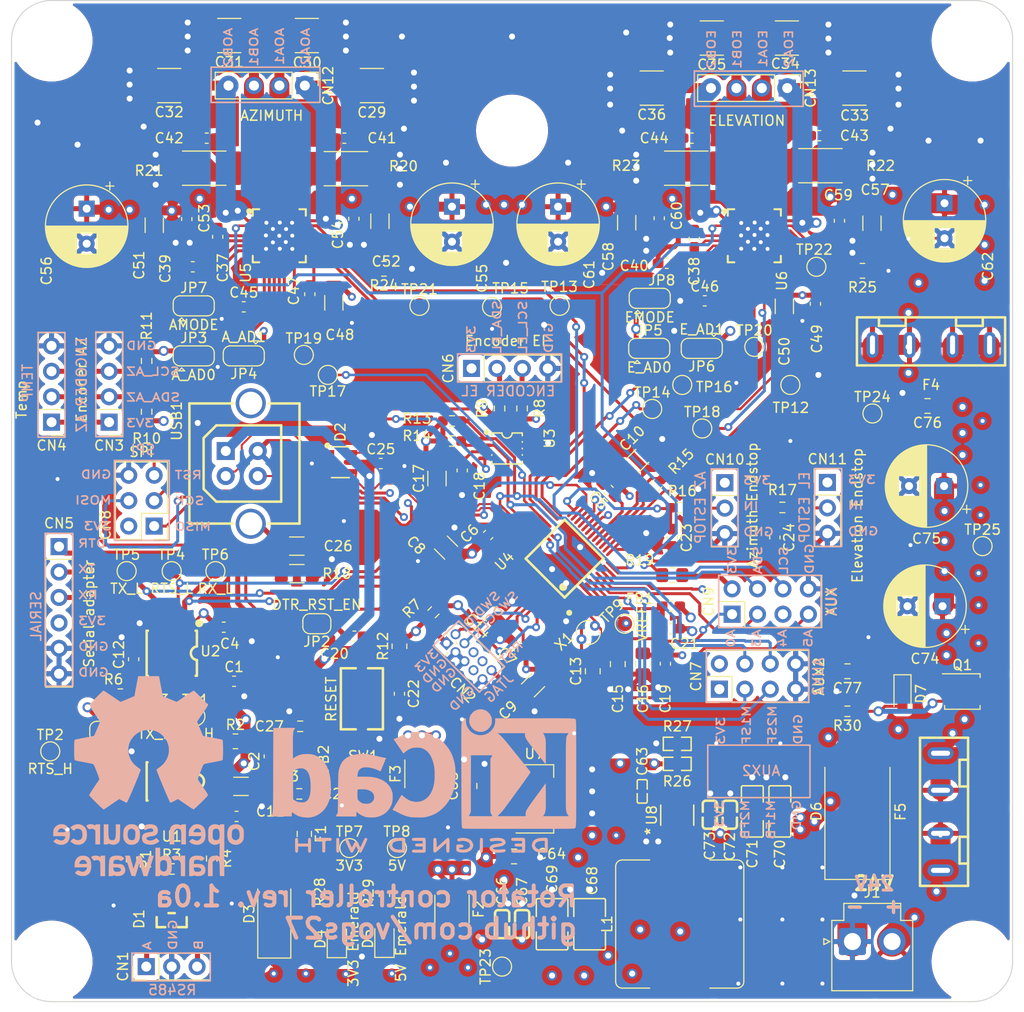
<source format=kicad_pcb>
(kicad_pcb (version 20221018) (generator pcbnew)
  (layers (0 "F.Cu" signal) (1 "In1.Cu" mixed) (2 "In2.Cu" power) (31 "B.Cu" signal) (34 "B.Paste" user) (35 "F.Paste" user) (36 "B.SilkS" user "B.Silkscreen") (37 "F.SilkS" user "F.Silkscreen") (38 "B.Mask" user) (39 "F.Mask" user) (44 "Edge.Cuts" user))
  (net 0 "")
  (net 1 "+5V")
  (net 2 "GND")
  (net 3 "+3V3")
  (net 4 "Net-(U2-OE)")
  (net 5 "Net-(U4-PA00)")
  (net 6 "Net-(U4-VDDCORE)")
  (net 7 "Net-(U4-PA01)")
  (net 8 "Net-(U4-PA03)")
  (net 9 "Net-(JP2-A)")
  (net 10 "#RST")
  (net 11 "Net-(U4-VDDANA)")
  (net 12 "ESTOP_AZ")
  (net 13 "ESTOP_EL")
  (net 14 "Net-(USB1-VCC)")
  (net 15 "Net-(C26-Pad2)")
  (net 16 "Net-(C28-Pad2)")
  (net 17 "AOA1")
  (net 18 "AOA2")
  (net 19 "AOB1")
  (net 20 "AOB2")
  (net 21 "EOA1")
  (net 22 "EOA2")
  (net 23 "EOB1")
  (net 24 "EOB2")
  (net 25 "Net-(U5-CPI)")
  (net 26 "Net-(U5-CPO)")
  (net 27 "Net-(U6-CPI)")
  (net 28 "Net-(U6-CPO)")
  (net 29 "Vdrive")
  (net 30 "Net-(U5-VCP)")
  (net 31 "Net-(U6-VCP)")
  (net 32 "Net-(U5-BRA)")
  (net 33 "Net-(U5-BRB)")
  (net 34 "Net-(U6-BRA)")
  (net 35 "Net-(U6-BRB)")
  (net 36 "Net-(U5-5VOUT)")
  (net 37 "Net-(U6-5VOUT)")
  (net 38 "Net-(U8-SW)")
  (net 39 "Net-(U8-CB)")
  (net 40 "+5C")
  (net 41 "Net-(U7-VO)")
  (net 42 "+24V")
  (net 43 "Net-(D7-A)")
  (net 44 "Net-(CN1-Pad1)")
  (net 45 "Net-(CN1-Pad3)")
  (net 46 "SWDIO")
  (net 47 "SWDCLK")
  (net 51 "SCL_AZ")
  (net 52 "SDA_AZ")
  (net 53 "DTR")
  (net 54 "TX_L")
  (net 55 "RX_L")
  (net 56 "SCL_EL")
  (net 57 "SDA_EL")
  (net 58 "M2FB")
  (net 59 "M2SF")
  (net 60 "M1FB")
  (net 61 "M1SF")
  (net 62 "MISO")
  (net 63 "SCK")
  (net 64 "MOSI")
  (net 65 "A0")
  (net 66 "A3")
  (net 67 "SDA")
  (net 68 "A4")
  (net 69 "SCL")
  (net 70 "A5")
  (net 71 "Net-(CN10-Pad2)")
  (net 72 "Net-(CN11-Pad2)")
  (net 73 "/D-")
  (net 74 "/D+")
  (net 75 "USB_D+")
  (net 76 "USB_D-")
  (net 77 "Net-(D3-A)")
  (net 78 "Net-(D4-A)")
  (net 79 "Net-(D5-A)")
  (net 80 "Net-(D6-A2)")
  (net 81 "Net-(J1-Pin_2)")
  (net 82 "Net-(JP1-C)")
  (net 83 "A_AD0")
  (net 84 "A_AD1")
  (net 85 "E_AD0")
  (net 86 "E_AD1")
  (net 87 "Net-(JP7-C)")
  (net 88 "Net-(JP8-C)")
  (net 89 "Net-(U1-B)")
  (net 90 "Net-(U1-R)")
  (net 91 "Net-(U1-A)")
  (net 92 "Net-(U1-#RE)")
  (net 93 "TMC_UART")
  (net 94 "Net-(U4-PA10)")
  (net 95 "STEPPER_EN")
  (net 96 "Net-(U5-STDBY)")
  (net 97 "Net-(U6-STDBY)")
  (net 98 "Net-(U8-FB)")
  (net 99 "Net-(U1-D)")
  (net 100 "RTS_L")
  (net 101 "DIR_EL")
  (net 102 "DIR_AZ")
  (net 103 "STEP_EL")
  (net 104 "STEP_AZ")
  (net 105 "DIAG_EL")
  (net 106 "DIAG_AZ")
  (net 107 "Net-(U5-INDEX)")
  (net 108 "Net-(U6-INDEX)")
  (net 109 "Net-(U5-VREF)")
  (net 110 "Net-(U6-VREF)")
  (footprint "TestPoint:TestPoint_Pad_D1.5mm" (layer "F.Cu") (at 120.37 87)
    (fp_text reference "TP6")
    (fp_text value "RX_L")
  )
  (footprint "Jumper:SolderJumper-3_P1.3mm_Open_RoundedPad1.0x1.5mm" (layer "F.Cu") (at 118.2 65.5)
    (fp_text reference "JP3")
    (fp_text value "A_AD0")
  )
  (footprint "Package_TO_SOT_SMD:SOT-223-3_TabPin2" (layer "F.Cu") (at 152.25 109.75)
    (fp_text reference "U7")
    (fp_text value "LD1117S33TR_SOT223")
  )
  (footprint "Capacitor_SMD:C_1812_4532Metric_Pad1.57x3.40mm_HandSolder" (layer "F.Cu") (at 177.45 33.75)
    (fp_text reference "C34")
    (fp_text value "470n")
  )
  (footprint "Capacitor_SMD:C_0603_1608Metric_Pad1.08x0.95mm_HandSolder" (layer "F.Cu") (at 167.95 43.75 180)
    (fp_text reference "C44")
    (fp_text value "100n")
  )
  (footprint "Connector_PinHeader_2.54mm:PinHeader_1x06_P2.54mm_Vertical" (layer "F.Cu") (at 104.75 84.55)
    (fp_text reference "CN5")
    (fp_text value "Serial adapter")
  )
  (footprint "Diode_SMD:D_SMA_Handsoldering" (layer "F.Cu") (at 126.25 121.25 90)
    (fp_text reference "D3")
    (fp_text value "SS14-E3_61T")
  )
  (footprint "TestPoint:TestPoint_Pad_D1.5mm" (layer "F.Cu") (at 133.75 114.6625)
    (fp_text reference "TP7")
    (fp_text value "3V3")
  )
  (footprint "Resistor_SMD:R_0603_1608Metric_Pad0.98x0.95mm_HandSolder" (layer "F.Cu") (at 142.145235 91.104765 -135)
    (fp_text reference "R7")
    (fp_text value "1k")
  )
  (footprint "easyeda2kicad:C0603" (layer "F.Cu") (at 151 122.27 -90)
    (fp_text reference "C67")
    (fp_text value "GRM188R71H104KA93D" hide)
  )
  (footprint "Capacitor_SMD:C_1812_4532Metric_Pad1.57x3.40mm_HandSolder" (layer "F.Cu") (at 115.75 38.5 180)
    (fp_text reference "C32")
    (fp_text value "470n")
  )
  (footprint "easyeda2kicad:R0603" (layer "F.Cu") (at 166.5 106.25 180)
    (fp_text reference "R26")
    (fp_text value "RC0603FR-07162KL" hide)
  )
  (footprint "Capacitor_SMD:C_0603_1608Metric_Pad1.08x0.95mm_HandSolder" (layer "F.Cu") (at 182.7 52 -90)
    (fp_text reference "C59")
    (fp_text value "100n")
  )
  (footprint "LED_SMD:LED_0805_2012Metric_Pad1.15x1.40mm_HandSolder" (layer "F.Cu") (at 132.5 123.75 90)
    (fp_text reference "D4")
    (fp_text value "3V3 Emerald")
  )
  (footprint "Connector_PinHeader_2.54mm:PinHeader_1x03_P2.54mm_Vertical" (layer "F.Cu") (at 181.5 78.14)
    (fp_text reference "CN11")
    (fp_text value "Elevation Endstop")
  )
  (footprint "Resistor_SMD:R_0603_1608Metric_Pad0.98x0.95mm_HandSolder" (layer "F.Cu") (at 144 72)
    (fp_text reference "R13")
    (fp_text value "4k7")
  )
  (footprint "easyeda2kicad:SW-SMD_L6.1-W3.5-LS8.0" (layer "F.Cu") (at 135 99.75 90)
    (fp_text reference "SW1")
    (fp_text value "RESET")
  )
  (footprint "Resistor_SMD:R_0603_1608Metric_Pad0.98x0.95mm_HandSolder" (layer "F.Cu") (at 137.25 119.25 -90)
    (fp_text reference "R29")
    (fp_text value "470")
  )
  (footprint "Capacitor_SMD:C_0603_1608Metric_Pad1.08x0.95mm_HandSolder" (layer "F.Cu") (at 122.4825 111.5)
    (fp_text reference "C11")
    (fp_text value "100n")
  )
  (footprint "Fuse:Fuse_1812_4532Metric_Pad1.30x3.40mm_HandSolder" (layer "F.Cu") (at 141 107.25 90)
    (fp_text reference "F3")
    (fp_text value "Polyfuse 500mA")
  )
  (footprint "Capacitor_SMD:C_0603_1608Metric_Pad1.08x0.95mm_HandSolder" (layer "F.Cu") (at 119.5 43.75 180)
    (fp_text reference "C42")
    (fp_text value "100n")
  )
  (footprint "TestPoint:TestPoint_Pad_D1.5mm" (layer "F.Cu") (at 111.5 87)
    (fp_text reference "TP5")
    (fp_text value "TX_L")
  )
  (footprint "Capacitor_SMD:C_0603_1608Metric_Pad1.08x0.95mm_HandSolder" (layer "F.Cu") (at 133.25 43.75)
    (fp_text reference "C41")
    (fp_text value "100n")
  )
  (footprint "Capacitor_SMD:C_0805_2012Metric_Pad1.18x1.45mm_HandSolder" (layer "F.Cu") (at 150.2 115.5)
    (fp_text reference "C64")
    (fp_text value "4u7")
  )
  (footprint "Resistor_SMD:R_0805_2012Metric_Pad1.20x1.40mm_HandSolder" (layer "F.Cu") (at 122.37 104)
    (fp_text reference "R2")
    (fp_text value "10k")
  )
  (footprint "TestPoint:TestPoint_Pad_D1.5mm" (layer "F.Cu") (at 169 72.75)
    (fp_text reference "TP18")
    (fp_text value "TMC_UART")
  )
  (footprint "Connector_PinHeader_2.54mm:PinHeader_2x04_P2.54mm_Vertical" (layer "F.Cu") (at 170.71 98.79 90)
    (fp_text reference "CN7")
    (fp_text value "AUX2")
  )
  (footprint "MountingHole:MountingHole_3.2mm_M3" (layer "F.Cu") (at 104 126)
    (fp_text reference "H2" hide)
    (fp_text value "MountingHole")
  )
  (footprint "Capacitor_SMD:C_1812_4532Metric_Pad1.57x3.40mm_HandSolder" (layer "F.Cu") (at 184.2 38.75)
    (fp_text reference "C33")
    (fp_text value "470n")
  )
  (footprint "Diode_SMD:D_SOD-323_HandSoldering" (layer "F.Cu") (at 189 99.25 -90)
    (fp_text reference "D7")
    (fp_text value "MM3Z16VT1G")
  )
  (footprint "Capacitor_SMD:C_0603_1608Metric_Pad1.08x0.95mm_HandSolder" (layer "F.Cu") (at 164.7 51.75 -90)
    (fp_text reference "C60")
    (fp_text value "100n")
  )
  (footprint "Resistor_SMD:R_0603_1608Metric_Pad0.98x0.95mm_HandSolder" (layer "F.Cu") (at 132.5 119.25 -90)
    (fp_text reference "R28")
    (fp_text value "120")
  )
  (footprint "Connector_PinHeader_2.54mm:PinHeader_1x04_P2.54mm_Vertical" (layer "F.Cu") (at 104 72.12 180)
    (fp_text reference "CN4")
    (fp_text value "Temp")
  )
  (footprint "easyeda2kicad:QFN-28_L5.0-W5.0-P0.50-BL-EP" (layer "F.Cu") (at 126.75 53.5 -90)
    (fp_text reference "U5")
    (fp_text value "TMC2209-LA")
  )
  (footprint "Connector_PinHeader_2.54mm:PinHeader_1x03_P2.54mm_Vertical" (layer "F.Cu") (at 113.46 126.5 90)
    (fp_text reference "CN1")
    (fp_text value "RS485 I/O")
  )
  (footprint "Capacitor_THT:CP_Radial_D8.0mm_P3.50mm" (layer "F.Cu") (at 193.152651 78.5 180)
    (fp_text reference "C75")
    (fp_text value "100u")
  )
  (footprint "easyeda2kicad:TQFP-48_L7.0-W7.0-P0.50-LS9.0-BL" (layer "F.Cu") (at 155.25 85.75 45)
    (fp_text reference "U4")
    (fp_text value "ATSAMD21G18A-AU")
  )
  (footprint "Inductor_SMD:L_Bourns_SRR1260" (layer "F.Cu") (at 166.75 122.25 90)
    (fp_text reference "L1")
    (fp_text value "10uH")
  )
  (footprint "Jumper:SolderJumper-3_P1.3mm_Open_RoundedPad1.0x1.5mm" (layer "F.Cu") (at 123.2 65.5 180)
    (fp_text reference "JP4")
    (fp_text value "A_AD1")
  )
  (footprint "Capacitor_SMD:C_0603_1608Metric_Pad1.08x0.95mm_HandSolder" (layer "F.Cu") (at 136.8875 76.25)
    (fp_text reference "C25")
    (fp_text value "100n")
  )
  (footprint "Capacitor_SMD:C_0603_1608Metric_Pad1.08x0.95mm_HandSolder" (layer "F.Cu") (at 134.25 93.5)
    (fp_text reference "C20")
    (fp_text value "100n")
  )
  (footprint "Resistor_SMD:R_2512_6332Metric_Pad1.40x3.35mm_HandSolder" (layer "F.Cu") (at 167.4 46.75 180)
    (fp_text reference "R23")
    (fp_text value "0R11")
  )
  (footprint "TestPoint:TestPoint_Pad_D1.5mm" (layer "F.Cu") (at 177.8 68.4)
    (fp_text reference "TP12")
    (fp_text value "EL_DIR")
  )
  (footprint "Resistor_SMD:R_1206_3216Metric_Pad1.30x1.75mm_HandSolder" (layer "F.Cu") (at 136.8 52.05 90)
    (fp_text reference "C52")
    (fp_text value "10u")
  )
  (footprint "Capacitor_THT:CP_Radial_D8.0mm_P3.50mm" (layer "F.Cu") (at 107.51 50.792047 -90)
    (fp_text reference "C56")
    (fp_text value "100u")
  )
  (footprint "Inductor_SMD:L_0603_1608Metric_Pad1.05x0.95mm_HandSolder" (layer "F.Cu") (at 129.75 105.75 -90)
    (fp_text reference "FB2")
    (fp_text value "FerriteBead")
  )
  (footprint "Resistor_SMD:R_0805_2012Metric_Pad1.20x1.40mm_HandSolder" (layer "F.Cu") (at 111.37 108 90)
    (fp_text reference "R5")
    (fp_text value "10k")
  )
  (footprint "Diode_SMD:D_SMC_Handsoldering" (layer "F.Cu") (at 184.5 111 90)
    (fp_text reference "D6")
    (fp_text value "SMCJ26CA")
  )
  (footprint "Connector_PinHeader_2.54mm:PinHeader_2x03_P2.54mm_Vertical" (layer "F.Cu") (at 114.25 82.5 180)
    (fp_text reference "CN8")
    (fp_text value "SPI")
  )
  (footprint "Connector_PinHeader_2.54mm:PinHeader_1x03_P2.54mm_Vertical" (layer "F.Cu") (at 171.25 78.17)
    (fp_text reference "CN10")
    (fp_text value "Azimuth Endstop")
  )
  (footprint "Capacitor_SMD:C_0805_2012Metric_Pad1.18x1.45mm_HandSolder" (layer "F.Cu") (at 145.75 108.4625 90)
    (fp_text reference "C65")
    (fp_text value "4u7")
  )
  (footprint "Connector_PinHeader_2.54mm:PinHeader_1x04_P2.54mm_Vertical" (layer "F.Cu") (at 145.95 66.75 90)
    (fp_text reference "CN6")
    (fp_text value "Encoder EL")
  )
  (footprint "Capacitor_SMD:C_0603_1608Metric_Pad1.08x0.95mm_HandSolder" (layer "F.Cu") (at 121.2 92.6 180)
    (fp_text reference "C4")
    (fp_text value "100n")
  )
  (footprint "Capacitor_SMD:C_0603_1608Metric_Pad1.08x0.95mm_HandSolder" (layer "F.Cu") (at 168.2 53.8 90)
    (fp_text reference "C38")
    (fp_text value "22n")
  )
  (footprint "TestPoint:TestPoint_Pad_D1.5mm" (layer "F.Cu") (at 138.5 114.6625)
    (fp_text reference "TP8")
    (fp_text value "5V")
  )
  (footprint "TestPoint:TestPoint_Pad_D1.5mm" (layer "F.Cu") (at 103.87 105)
    (fp_text reference "TP2")
    (fp_text value "RTS_H")
  )
  (footprint "Capacitor_SMD:C_1812_4532Metric_Pad1.57x3.40mm_HandSolder" (layer "F.Cu") (at 136 38.5)
    (fp_text reference "C29")
    (fp_text value "470n")
  )
  (footprint "Capacitor_SMD:C_0603_1608Metric_Pad1.08x0.95mm_HandSolder" (layer "F.Cu") (at 169.25 60)
    (fp_text reference "C46")
    (fp_text value "2u2")
  )
  (footprint "Capacitor_SMD:C_0603_1608Metric_Pad1.08x0.95mm_HandSolder" (layer "F.Cu") (at 118.1125 56.6)
    (fp_text reference "C39")
    (fp_text value "100n")
  )
  (footprint "Connector_PinHeader_2.54mm:PinHeader_1x04_P2.54mm_Vertical" (layer "F.Cu") (at 109.75 72.12 180)
    (fp_text reference "CN3")
    (fp_text value "Encoder AZ")
  )
  (footprint "TestPoint:TestPoint_Pad_D1.5mm" (layer "F.Cu") (at 174.2 64.6)
    (fp_text reference "TP20")
    (fp_text value "EL_INDEX")
  )
  (footprint "Resistor_SMD:R_1206_3216Metric_Pad1.30x1.75mm_HandSolder" (layer "F.Cu") (at 152.096016 98.403984 45)
    (fp_text reference "C9")
    (fp_text value "10u")
  )
  (footprint "easyeda2kicad:USB-B-TH_921-111A1010Y10201" (layer "F.Cu") (at 123 76.25 90)
    (fp_text reference "USB1")
    (fp_text value "921-111A1010Y10201")
  )
  (footprint "Crystal:Crystal_DS26_D2.0mm_L6.0mm_Vertical" (layer "F.Cu") (at 158.280151 92.456497 -135)
    (fp_text reference "X1")
    (fp_text value "32.768KHz")
  )
  (footprint "TestPoint:TestPoint_Pad_D1.5mm" (layer "F.Cu") (at 164 70.8)
    (fp_text reference "TP14")
    (fp_text value "EL_STEP")
  )
  (footprint "easyeda2kicad:SOIC-8_L5.0-W4.0-P1.27-LS6.0-BL" (layer "F.Cu") (at 116 108 180)
    (fp_text reference "U1")
    (fp_text value "SN65HVD485EDR")
  )
  (footprint "Capacitor_SMD:C_1812_4532Metric_Pad1.57x3.40mm_HandSolder" (layer "F.Cu") (at 129.5 33.5)
    (fp_text reference "C30")
    (fp_text value "470n")
  )
  (footprint "Capacitor_SMD:C_1812_4532Metric_Pad1.57x3.40mm_HandSolder" (layer "F.Cu") (at 169.95 33.75 180)
    (fp_text reference "C35")
    (fp_text value "470n")
  )
  (footprint "TestPoint:TestPoint_Pad_D1.5mm" (layer "F.Cu") (at 114.37 101.5)
    (fp_text reference "TP3")
    (fp_text value "TX_H")
  )
  (footprint "Jumper:SolderJumper-3_P1.3mm_Bridged12_RoundedPad1.0x1.5mm" (layer "F.Cu") (at 163.75 59.75)
    (fp_text reference "JP8")
    (fp_text value "EMODE")
  )
  (footprint "TestPoint:TestPoint_Pad_D1.5mm" (layer "F.Cu") (at 197 84.5)
    (fp_text reference "TP25")
    (fp_text value "24V_TP")
  )
  (footprint "MountingHole:MountingHole_3.2mm_M3" (layer "F.Cu") (at 150 43)
    (fp_text reference "H5" hide)
    (fp_text value "HeatsinkHole")
  )
  (footprint "Resistor_SMD:R_2512_6332Metric_Pad1.40x3.35mm_HandSolder" (layer "F.Cu") (at 119.25 46.75 180)
    (fp_text reference "R21")
    (fp_text value "0R11")
  )
  (footprint "easyeda2kicad:C0402" (layer "F.Cu") (at 163 109 90)
    (fp_text reference "C63")
    (fp_text value "GRM155R71C104KA88D" hide)
  )
  (footprint "Capacitor_SMD:C_0603_1608Metric_Pad1.08x0.95mm_HandSolder" (layer "F.Cu") (at 122.2325 98)
    (fp_text reference "C1")
    (fp_text value "100n")
  )
  (footprint "TestPoint:TestPoint_Pad_D1.5mm" (layer "F.Cu") (at 167 68.4)
    (fp_text reference "TP16")
    (fp_text value "EL_DIAG")
  )
  (footprint "easyeda2kicad:C1206" (layer "F.Cu") (at 176.75 111 -90)
    (fp_text reference "C70")
    (fp_text value "GRM31CR71H225KA88L" hide)
  )
  (footprint "Resistor_SMD:R_1206_3216Metric_Pad1.30x1.75mm_HandSolder" (layer "F.Cu") (at 128.5 87.25 180)
    (fp_text reference "R18")
    (fp_text value "1M")
  )
  (footprint "TestPoint:TestPoint_Pad_D1.5mm" (layer "F.Cu") (at 116 87)
    (fp_text reference "TP4")
    (fp_text value "RTS_L")
  )
  (footprint "Capacitor_SMD:C_0603_1608Metric_Pad1.08x0.95mm_HandSolder" (layer "F.Cu") (at 180.3 60.3 -90)
    (fp_text reference "C49")
    (fp_text value "100n")
  )
  (footprint "Capacitor_SMD:C_1812_4532Metric_Pad1.57x3.40mm_HandSolder" (layer "F.Cu") (at 121.75 33.5 180)
    (fp_text reference "C31")
    (fp_text value "470n")
  )
  (footprint "Jumper:SolderJumper-3_P1.3mm_Open_RoundedPad1.0x1.5mm" (layer "F.Cu") (at 163.7 64.75)
    (fp_text reference "JP5")
    (fp_text value "E_AD0")
  )
  (footprint "Resistor_SMD:R_0805_2012Metric_Pad1.20x1.40mm_HandSolder" (layer "F.Cu") (at 166 87.4)
    (fp_text reference "R19")
    (fp_text value "10k")
  )
  (footprint "easyeda2kicad:C1210" (layer "F.Cu") (at 157.75 122.27 -90)
    (fp_text reference "C68")
    (fp_text value "GRM32ER61C476KE15L" hide)
  )
  (footprint "Capacitor_SMD:C_0805_2012Metric_Pad1.18x1.45mm_HandSolder" (layer "F.Cu") (at 147.766377 91.266377 135)
    (fp_text reference "C14")
    (fp_text value "1u")
  )
  (footprint "Resistor_SMD:R_0603_1608Metric_Pad0.98x0.95mm_HandSolder" (layer "F.Cu") (at 148.75 70.75 90)
    (fp_text reference "R9")
    (fp_text value "4k7")
  )
  (footprint "Resistor_SMD:R_1206_3216Metric_Pad1.30x1.75mm_HandSolder" (layer "F.Cu") (at 128.5 84.5 180)
    (fp_text reference "C26")
    (fp_text value "4.7n")
  )
  (footprint "Capacitor_SMD:C_1812_4532Metric_Pad1.57x3.40mm_HandSolder" (layer "F.Cu") (at 163.95 38.75 180)
    (fp_text reference "C36")
    (fp_text value "470n")
  )
  (footprint "Resistor_SMD:R_0603_1608Metric_Pad0.98x0.95mm_HandSolder" (layer "F.Cu") (at 151 70.75 90)
    (fp_text reference "R8")
    (fp_text value "4k7")
  )
  (footprint "TestPoint:TestPoint_Pad_D1.5mm" (layer "F.Cu") (at 131.6 67.4 180)
    (fp_text reference "TP17")
    (fp_text value "AZ_DIAG")
  )
  (footprint "easyeda2kicad:C0603" (layer "F.Cu") (at 171.75 111.34 -90)
    (fp_text reference "C72")
    (fp_text value "GRM188R71H104KA93D" hide)
  )
  (footprint "easyeda2kicad:C1206" (layer "F.Cu") (at 174 111 -90)
    (fp_text reference "C71")
    (fp_text value "GRM31CR71H225KA88L" hide)
  )
  (footprint "Capacitor_THT:CP_Radial_D8.0mm_P3.50mm" (layer "F.Cu") (at 193 90.5 180)
    (fp_text reference "C74")
    (fp_text value "100u")
  )
  (footprint "Resistor_SMD:R_0603_1608Metric_Pad0.98x0.95mm_HandSolder" (layer "F.Cu") (at 144 74)
    (fp_text reference "R14")
    (fp_text value "4k7")
  )
  (footprint "Capacitor_SMD:C_0603_1608Metric_Pad1.08x0.95mm_HandSolder" (layer "F.Cu") (at 147.60988 83.39012 45)
    (fp_text reference "C6")
    (fp_text value "100n")
  )
  (footprint "Capacitor_SMD:C_0603_1608Metric_Pad1.08x0.95mm_HandSolder" (layer "F.Cu") (at 180.7 43.5)
    (fp_text reference "C43")
    (fp_text value "100n")
  )
  (footprint "Capacitor_SMD:C_0603_1608Metric_Pad1.08x0.95mm_HandSolder" (layer "F.Cu") (at 117.51 51.832198 -90)
    (fp_text reference "C53")
    (fp_text value "100n")
  )
  (footprint "Jumper:SolderJumper-3_P1.3mm_Bridged12_RoundedPad1.0x1.5mm" (layer "F.Cu") (at 118.2 60.5)
    (fp_text reference "JP7")
    (fp_text value "AMODE")
  )
  (footprint "easyeda2kicad:SOT-23-6_L2.9-W1.6-P0.95-LS2.8-BL" (layer "F.Cu") (at 132.85 76.12 -90)
    (fp_text reference "D2")
    (fp_text value "USBLC6-2SC6")
  )
  (footprint "Resistor_SMD:R_1206_3216Metric_Pad1.30x1.75mm_HandSolder" (layer "F.Cu") (at 162.5 76 -135)
    (fp_text reference "C10")
    (fp_text value "10u")
  )
  (footprint "Fuse:Fuse_0805_2012Metric_Pad1.15x1.40mm_HandSolder" (layer "F.Cu") (at 129.25 113.25 -90)
    (fp_text reference "F1")
    (fp_text value "Polyfuse 750mA")
  )
  (footprint "Resistor_SMD:R_0805_2012Metric_Pad1.20x1.40mm_HandSolder" (layer "F.Cu") (at 185 57 180)
    (fp_text reference "R25")
    (fp_text value "100k")
  )
  (footprint "Resistor_SMD:R_0805_2012Metric_Pad1.20x1.40mm_HandSolder" (layer "F.Cu") (at 138.75 94.5 90)
    (fp_text reference "R12")
    (fp_text value "10k")
  )
  (footprint "easyeda2kicad:C0603" (layer "F.Cu") (at 149 122.27 -90)
    (fp_text reference "C66")
    (fp_text value "GRM188R71H104KA93D" hide)
  )
  (footprint "Resistor_SMD:R_0603_1608Metric_Pad0.98x0.95mm_HandSolder" (layer "F.Cu") (at 183.5 101 180)
    (fp_text reference "R30")
    (fp_text value "1k2")
  )
  (footprint "Capacitor_SMD:C_0603_1608Metric_Pad1.08x0.95mm_HandSolder" (layer "F.Cu") (at 134.2 51.8 -90)
    (fp_text reference "C54")
    (fp_text value "100n")
  )
  (footprint "Fuse:Fuse_1812_4532Metric_Pad1.30x3.40mm_HandSolder" (layer "F.Cu") (at 144 120.75 -90)
    (fp_text reference "F2")
    (fp_text value "Polyfuse 500mA")
  )
  (footprint "Resistor_SMD:R_1206_3216Metric_Pad1.30x1.75mm_HandSolder" (layer "F.Cu") (at 143.403984 84.653984 -45)
    (fp_text reference "C8")
    (fp_text value "10u")
  )
  (footprint "Resistor_SMD:R_0805_2012Metric_Pad1.20x1.40mm_HandSolder" (layer "F.Cu") (at 110.87 99.5)
    (fp_text reference "R6")
    (fp_text value "100k")
  )
  (footprint "Capacitor_SMD:C_0805_2012Metric_Pad1.18x1.45mm_HandSolder" (layer "F.Cu") (at 191.5 70.5 180)
    (fp_text reference "C76")
    (fp_text value "4u7")
  )
  (footprint "Jumper:SolderJumper-2_P1.3mm_Open_RoundedPad1.0x1.5mm" (layer "F.Cu") (at 130.5 92.25 180)
    (fp_text reference "JP2")
    (fp_text value "DTR_RST_EN")
  )
  (footprint "Resistor_SMD:R_1206_3216Metric_Pad1.30x1.75mm_HandSolder" (layer "F.Cu") (at 132.2 60.2 90)
    (fp_text reference "C48")
    (fp_text value "10u")
  )
  (footprint "easyeda2kicad:TSSOP-14_L5.0-W4.4-P0.65-LS6.4-BL" (layer "F.Cu") (at 116 95.2 180)
    (fp_text reference "U2")
    (fp_text value "TXS0104EPWR")
  )
  (footprint "Capacitor_SMD:C_0805_2012Metric_Pad1.18x1.45mm_HandSolder" (layer "F.Cu") (at 160.562994 96.2875 90)
    (fp_text reference "C15")
    (fp_text value "20p")
  )
  (footprint "Resistor_SMD:R_1206_3216Metric_Pad1.30x1.75mm_HandSolder" (layer "F.Cu") (at 122.92 108.5 180)
    (fp_text reference "C3")
    (fp_text value "10u")
  )
  (footprint "Resistor_SMD:R_2512_6332Metric_Pad1.40x3.35mm_HandSolder" (layer "F.Cu") (at 180.8 46.5)
    (fp_text reference "R22")
    (fp_text value "0R11")
  )
  (footprint "Connector_PinHeader_2.54mm:PinHeader_1x04_P2.54mm_Vertical" (layer "F.Cu") (at 177.49 38.75 -90)
    (fp_text reference "CN13")
    (fp_text value "ELEVATION")
  )
  (footprint "Capacitor_THT:CP_Radial_D8.0mm_P3.50mm" (layer "F.Cu") (at 193.2 50.25 -90)
    (fp_text reference "C62")
    (fp_text value "100u")
  )
  (footprint "TestPoint:TestPoint_Pad_D1.5mm" (layer "F.Cu") (at 180.4 56.6)
    (fp_text reference "TP22")
    (fp_text value "EL_VREF")
  )
  (footprint "Capacitor_SMD:C_0603_1608Metric_Pad1.08x0.95mm_HandSolder" (layer "F.Cu") (at 138.75 99.25 -90)
    (fp_text reference "C22")
    (fp_text value "100n")
  )
  (footprint "Resistor_SMD:R_0603_1608Metric_Pad0.98x0.95mm_HandSolder" (layer "F.Cu") (at 177 80.64 180)
    (fp_text reference "R17")
    (fp_text value "200")
  )
  (footprint "Connector_PinHeader_2.54mm:PinHeader_2x04_P2.54mm_Vertical" (layer "F.Cu") (at 171.98 91.305 90)
    (fp_text reference "CN9")
    (fp_text value "AUX")
  )
  (footprint "easyeda2kicad:C0603" (layer "F.Cu") (at 169.75 111.34 -90)
    (fp_text reference "C73")
    (fp_text value "GRM188R71H104KA93D" hide)
  )
  (footprint "Resistor_SMD:R_0805_2012Metric_Pad1.20x1.40mm_HandSolder" (layer "F.Cu") (at 137.2 56.8 180)
    (fp_text reference "R24")
    (fp_text value "100k")
  )
  (footprint "Resistor_SMD:R_1206_3216Metric_Pad1.30x1.75mm_HandSolder" (layer "F.Cu") (at 161.45 52.2 90)
    (fp_text reference "C58")
    (fp_text value "10u")
  )
  (footprint "fuse:FUSE-TH_XF-506P" (layer "F.Cu") (at 191.85 64.4 180)
    (fp_text reference "F4")
    (fp_text value "Fuse 6A")
  )
  (footprint "Capacitor_SMD:C_0805_2012Metric_Pad1.18x1.45mm_HandSolder" (layer "F.Cu") (at 183.5 97 180)
    (fp_text reference "C77")
    (fp_text value "DNP")
  )
  (footprint "fuse:FUSE-TH_XF-506P" (layer "F.Cu") (at 192.8 111.04 90)
    (fp_text reference "F5")
    (fp_text value "Fuse 8A")
  )
  (footprint "Jumper:SolderJumper-3_P1.3mm_Open_RoundedPad1.0x1.5mm" (layer "F.Cu") (at 168.95 64.75 180)
    (fp_text reference "JP6")
    (fp_text value "E_AD1")
  )
  (footprint "Capacitor_THT:CP_Radial_D8.0mm_P3.50mm" (layer "F.Cu") (at 154.6 50.597349 -90)
    (fp_text reference "C61")
    (fp_text value "100u")
  )
  (footprint "Resistor_SMD:R_0603_1608Metric_Pad0.98x0.95mm_HandSolder" (layer "F.Cu") (at 116 116.75)
    (fp_text reference "R3")
    (fp_text value "120")
  )
  (footprint "Connector_JST:JST_VH_B2P-VH-B_1x02_P3.96mm_Vertical" (layer "F.Cu") (at 184 124)
    (fp_text reference "J1")
    (fp_text value "VIN")
  )
  (footprint "TestPoint:TestPoint_Pad_D1.5mm" (layer "F.Cu") (at 129.2 65.4)
    (fp_text reference "TP19")
    (fp_text value "AZ_INDEX")
  )
  (footprint "Resistor_SMD:R_1206_3216Metric_Pad1.30x1.75mm_HandSolder" (layer "F.Cu") (at 177.2 60.55 90)
    (fp_text reference "C50")
    (fp_text value "10u")
  )
  (footprint "Connector_PinHeader_1.27mm:PinHeader_2x05_P1.27mm_Vertical" (layer "F.Cu") (at 143.453949 94.203949 45)
    (fp_text reference "CN2")
    (fp_text value "ARM_JTAG_SWD")
  )
  (footprint "Capacitor_SMD:C_0603_1608Metric_Pad1.08x0.95mm_HandSolder" (layer "F.Cu") (at 165.8625 92.75 180)
    (fp_text reference "C21")
    (fp_text value "100n")
  )
  (footprint "Capacitor_SMD:C_0603_1608Metric_Pad1.08x0.95mm_HandSolder" (layer "F.Cu") (at 159.64012 78.89012 135)
    (fp_text reference "C5")
    (fp_text value "100n")
  )
  (footprint "Connector_PinHeader_2.54mm:PinHeader_1x04_P2.54mm_Vertical" (layer "F.Cu") (at 129.3 38.5 -90)
    (fp_text reference "CN12")
    (fp_text value "AZIMUTH")
  )
  (footprint "Resistor_SMD:R_0603_1608Metric_Pad0.98x0.95mm_HandSolder" (layer "F.Cu") (at 164.4 78.4 -135)
    (fp_text reference "R15")
    (fp_text value "1k")
  )
  (footprint "TestPoint:TestPoint_Pad_D1.5mm" (layer "F.Cu") (at 148 60.6)
    (fp_text reference "TP15")
    (fp_text value "AZ_STEP")
  )
  (footprint "TestPoint:TestPoint_Pad_D1.5mm" (layer "F.Cu") (at 118.37 101.5)
    (fp_text reference "TP1")
    (fp_text value "RX_H")
  )
  (footprint "Capacitor_SMD:C_0603_1608Metric_Pad1.08x0.95mm_HandSolder" (layer "F.Cu") (at 165.45 56.25)
    (fp_text reference "C40")
    (fp_text value "100n")
  )
  (footprint "Resistor_SMD:R_0603_1608Metric_Pad0.98x0.95mm_HandSolder" (layer "F.Cu") (at 166.75 80.67 180)
    (fp_text reference "R16")
    (fp_text value "200")
  )
  (footprint "Package_SON:Diodes_PowerDI3333-8" (layer "F.Cu") (at 194.98 99.025)
    (fp_text reference "Q1")
    (fp_text value "DMP3013SFV")
  )
  (footprint "Resistor_SMD:R_1206_3216Metric_Pad1.30x1.75mm_HandSolder" (layer "F.Cu") (at 114.26 52.444698 90)
    (fp_text reference "C51")
    (fp_text value "10u")
  )
  (footprint "Inductor_SMD:L_0603_1608Metric_Pad1.05x0.95mm_HandSolder" (layer "F.Cu") (at 165.875 90.5 180)
    (fp_text reference "FB1")
    (fp_text value "FerriteBead")
  )
  (footprint "Capacitor_SMD:C_0603_1608Metric_Pad1.08x0.95mm_HandSolder" (layer "F.Cu") (at 176.25 83.64 -90)
    (fp_text reference "C24")
    (fp_text value "100n")
  )
  (footprint "LED_SMD:LED_0805_2012Metric_Pad1.15x1.40mm_HandSolder" (layer "F.Cu") (at 137.25 123.725 90)
    (fp_text reference "D5")
    (fp_text value "5V Emerald")
  )
  (footprint "Resistor_SMD:R_0603_1608Metric_Pad0.98x0.95mm_HandSolder" (layer "F.Cu") (at 128.8375 102.5)
    (fp_text reference "C27")
    (fp_text value "1n C0G")
  )
  (footprint "Capacitor_SMD:C_0603_1608Metric_Pad1.08x0.95mm_HandSolder" (layer "F.Cu") (at 123.2 60.6)
    (fp_text reference "C45")
    (fp_text value "2u2")
  )
  (footprint "easyeda2kicad:SOT-23-THIN-6_DDC_TEX" (layer "F.Cu") (at 166.5 111.374849 90)
    (fp_text reference "U8")
    (fp_text value "PLMR51420XDDCT")
  )
  (footprint "Resistor_SMD:R_1206_3216Metric_Pad1.30x1.75mm_HandSolder" (layer "F.Cu") (at 185.95 52.25 90)
    (fp_text reference "C57")
    (fp_text value "10u")
  )
  (footprint "easyeda2kicad:TSSOP-8_L3.0-W3.0-P0.65-LS4.9-BL" (layer "F.Cu") (at 149.5 74.75 -90)
    (fp_text reference "U3")
    (fp_text value "PCA9540BDP,118")
  )
  (footprint "Capacitor_SMD:C_0603_1608Metric_Pad1.08x0.95mm_HandSolder" (layer "F.Cu") (at 166 83.67 -90)
    (fp_text reference "C23")
    (fp_text value "100n")
  )
  (footprint "Resistor_SMD:R_0603_1608Metric_Pad0.98x0.95mm_HandSolder" (layer "F.Cu") (at 112 115.7975 -90)
    (fp_text reference "R1")
    (fp_text value "10")
  )
  (footprint "Capacitor_SMD:C_0603_1608Metric_Pad1.08x0.95mm_HandSolder" (layer "F.Cu") (at 112.2 95.8 90)
    (fp_text reference "C12")
    (fp_text value "100n")
  )
  (footprint "Resistor_SMD:R_0603_1608Metric_Pad0.98x0.95mm_HandSolder" (layer "F.Cu") (at 113.5 66 -90)
    (fp_text reference "R11")
    (fp_text value "4k7")
  )
  (footprint "Resistor_SMD:R_2512_6332Metric_Pad1.40x3.35mm_HandSolder" (layer "F.Cu") (at 133.4 46.8)
    (fp_text reference "R20")
    (fp_text value "0R11")
  )
  (footprint "Resistor_SMD:R_1206_3216Metric_Pad1.30x1.75mm_HandSolder" (layer "F.Cu") (at 142.5 77.75 90)
    (fp_text reference "C17")
    (fp_text value "10u")
  )
  (footprint "MountingHole:MountingHole_3.2mm_M3" (layer "F.Cu") (at 196 126)
    (fp_text reference "H4" hide)
    (fp_text value "MountingHole")
  )
  (footprint "Capacitor_SMD:C_0603_1608Metric_Pad1.08x0.95mm_HandSolder" (layer "F.Cu") (at 129.8 59.3375 -90)
    (fp_text reference "C47")
    (fp_text value "100n")
  )
  (footprint "easyeda2kicad:QFN-28_L5.0-W5.0-P0.50-BL-EP" (layer "F.Cu") (at 174.2 53.5 -90)
    (fp_text reference "U6")
    (fp_text value "TMC2209-LA")
  )
  (footprint "Capacitor_SMD:C_0603_1608Metric_Pad1.08x0.95mm_HandSolder" (layer "F.Cu") (at 145.02 76.9375 90)
    (fp_text reference "C18")
    (fp_text value "100n")
  )
  (footprint "easyeda2kicad:SOT-23_L2.9-W1.3-P1.90-LS2.4-BR" (layer "F.Cu") (at 116 121.86 90)
    (fp_text reference "D1")
    (fp_text value "CDSOT23-SM712")
  )
  (footprint "MountingHole:MountingHole_3.2mm_M3" (layer "F.Cu") (at 104 34)
    (fp_text reference "H1" hide)
    (fp_text value "MountingHole")
  )
  (footprint "TestPoint:TestPoint_Pad_D1.5mm" (layer "F.Cu") (at 154.75 60.5 180)
    (fp_text reference "TP13")
    (fp_text value "AZ_DIR")
  )
  (footprint "TestPoint:TestPoint_Pad_D1.5mm" (layer "F.Cu") (at 149 126.5 90)
    (fp_text reference "TP23")
    (fp_text value "5VC_TP")
  )
  (footprint "Resistor_SMD:R_0603_1608Metric_Pad0.98x0.95mm_HandSolder" (layer "F.Cu") (at 113.5 71.075 -90)
    (fp_text reference "R10")
    (fp_text value "4k7")
  )
  (footprint "MountingHole:MountingHole_3.2mm_M3" (layer "F.Cu") (at 196 34)
    (fp_text reference "H3" hide)
    (fp_text value "MountingHole")
  )
  (footprint "Capacitor_SMD:C_0805_2012Metric_Pad1.18x1.45mm_HandSolder" (layer "F.Cu") (at 158.062994 97 90)
    (fp_text reference "C13")
    (fp_text value "20p")
  )
  (footprint "TestPoint:TestPoint_Pad_D1.5mm" (layer "F.Cu") (at 161.25 92.25 90)
    (fp_text reference "TP9")
    (fp_text value "VREF")
  )
  (footprint "Jumper:SolderJumper-3_P1.3mm_Bridged12_RoundedPad1.0x1.5mm" (layer "F.Cu") (at 109.87 103)
    (fp_text reference "JP1")
    (fp_text value "RS485_EN")
  )
  (footprint "easyeda2kicad:C1210" (layer "F.Cu") (at 154 122.27 -90)
    (fp_text reference "C69")
    (fp_text value "GRM32ER61C476KE15L" hide)
  )
  (footprint "TestPoint:TestPoint_Pad_D1.5mm" (layer "F.Cu") (at 140.75 60.5)
    (fp_text reference "TP21")
    (fp_text value "AZ_VREF")
  )
  (footprint "Capacitor_SMD:C_0603_1608Metric_Pad1.08x0.95mm_HandSolder" (layer "F.Cu") (at 125.75 105.5 90)
    (fp_text reference "C2")
    (fp_text value "100n")
  )
  (footprint "Resistor_SMD:R_0603_1608Metric_Pad0.98x0.95mm_HandSolder" (layer "F.Cu") (at 120 115.71 -90)
    (fp_text reference "R4")
    (fp_text value "10")
  )
  (footprint "easyeda2kicad:R0603" (layer "F.Cu") (at 166.5 104.25 180)
    (fp_text reference "R27")
    (fp_text value "RC0603FR-0722K1L" hide)
  )
  (footprint "Capacitor_SMD:C_0603_1608Metric_Pad1.08x0.95mm_HandSolder" (layer "F.Cu") (at 120.6 53.6 90)
    (fp_text reference "C37")
    (fp_text value "22n")
  )
  (footprint "Capacitor_SMD:C_0603_1608Metric_Pad1.08x0.95mm_HandSolder" (layer "F.Cu") (at 165.312994 96.25 90)
    (fp_text reference "C19")
    (fp_text value "100n")
  )
  (footprint "Capacitor_SMD:C_0805_2012Metric_Pad1.18x1.45mm_HandSolder" (layer "F.Cu") (at 163.062994 96.25 90)
    (fp_text reference "C16")
    (fp_text value "4u7")
  )
  (footprint "Capacitor_SMD:C_0603_1608Metric_Pad1.08x0.95mm_HandSolder" (layer "F.Cu") (at 150.5 94.5 135)
    (fp_text reference "C7")
    (fp_text value "100n")
  )
  (footprint "Capacitor_THT:CP_Radial_D8.0mm_P3.50mm" (layer "F.Cu") (at 144 50.597349 -90)
    (fp_text reference "C55")
    (fp_text value "100u")
  )
  (footprint "TestPoint:TestPoint_Pad_D1.5mm" (layer "F.Cu") (at 186 71.25)
    (fp_text reference "TP24")
    (fp_text value "VDRIVE_TP")
  )
  (footprint "Resistor_SMD:R_0603_1608Metric_Pad0.98x0.95mm_HandSolder" (layer "F.Cu") (at 128.75 109.25)
    (fp_text reference "C28")
    (fp_text value "1n C0G")
  )
  (footprint "Symbol:KiCad-Logo2_12mm_SilkScreen" (layer "B.Cu") (at 141.164893 106.727106 180)
    (fp_text reference "REF**" hide)
    (fp_text value "KiCad-Logo2_12mm_SilkScreen" hide)
  )
  (footprint "Symbol:OSHW-Logo_19x20mm_SilkScreen" (layer "B.Cu") (at 113.714893 107.467106 180)
    (fp_text reference "REF**" hide)
    (fp_text value "OSHW-Logo_19x20mm_SilkScreen" hide)
  )
  (gr_rect (start 168.21 37.05) (end 179.08 40.57) (stroke (width 0.16)) (fill none) (layer "B.SilkS"))
  (gr_rect (start 103.36 83.23) (end 106.13 98.48) (stroke (width 0.16)) (fill none) (layer "B.SilkS"))
  (gr_rect (start 102.65 63.16) (end 105.34 73.62) (stroke (width 0.16)) (fill none) (layer "B.SilkS"))
  (gr_rect (start 170.64 87.42) (end 180.86 92.63) (stroke (width 0.16)) (fill none) (layer "B.SilkS"))
  (gr_rect (start 180.23 76.75) (end 182.93 84.53) (stroke (width 0.16)) (fill none) (layer "B.SilkS"))
  (gr_rect (start 112.03 125.15) (end 119.85 127.93) (stroke (width 0.16)) (fill none) (layer "B.SilkS"))
  (gr_rect (start 144.56 65.3) (end 154.96 68.11) (stroke (width 0.16)) (fill none) (layer "B.SilkS"))
  (gr_rect (start 110.28 75.95) (end 115.76 83.93) (stroke (width 0.16)) (fill none) (layer "B.SilkS"))
  (gr_rect (start 119.94 36.66) (end 130.81 40.18) (stroke (width 0.16)) (fill none) (layer "B.SilkS"))
  (gr_rect (start 169.9 76.79) (end 172.56 84.53) (stroke (width 0.16)) (fill none) (layer "B.SilkS"))
  (gr_rect (start 169.55 104.38) (end 179.76 109.62) (stroke (width 0.16)) (fill none) (layer "B.SilkS"))
  (gr_rect (start 169.41 94.83) (end 179.62 100.07) (stroke (width 0.16)) (fill none) (layer "B.SilkS"))
  (gr_poly (pts (xy 142.11 94.44) (xy 146.74 99.08) (xy 149.24 96.52) (xy 144.67 91.97)) (stroke (width 0.16)) (fill none) (layer "B.SilkS"))
  (gr_rect (start 108.43 63.11) (end 111.12 73.57) (stroke (width 0.16)) (fill none) (layer "B.SilkS"))
  (gr_arc (start 200 126) (mid 198.828427 128.828427) (end 196 130) (stroke (width 0.1)) (layer "Edge.Cuts"))
  (gr_line (start 104 130) (end 196 130) (stroke (width 0.1)) (layer "Edge.Cuts"))
  (gr_arc (start 196.2 30) (mid 198.887006 31.112994) (end 200 33.8) (stroke (width 0.1)) (layer "Edge.Cuts"))
  (gr_arc (start 104 130) (mid 101.171573 128.828427) (end 100 126) (stroke (width 0.1)) (layer "Edge.Cuts"))
  (gr_line (start 200 126) (end 200 33.8) (stroke (width 0.1)) (layer "Edge.Cuts"))
  (gr_line (start 196.2 30) (end 104 30) (stroke (width 0.1)) (layer "Edge.Cuts"))
  (gr_arc (start 100 34) (mid 101.171573 31.171573) (end 104 30) (stroke (width 0.1)) (layer "Edge.Cuts"))
  (gr_line (start 100 34) (end 100 126) (stroke (width 0.1)) (layer "Edge.Cuts"))
  (gr_text "SPI" (at 114.45 75.47) (layer "B.SilkS") (effects (font (size 1 1) (thickness 0.16)) (justify left bottom mirror)))
  (gr_text "3V3\n\nIN\n\nGND" (at 183.44 83.48) (layer "B.SilkS") (effects (font (size 0.8 1) (thickness 0.16)) (justify right bottom mirror)))
  (gr_text "EL ESTOP" (at 179.8 80.64 90) (layer "B.SilkS") (effects (font (size 1 1) (thickness 0.16)) (justify bottom mirror)))
  (gr_text "JTAG" (at 150.37 97.81 45) (layer "B.SilkS") (effects (font (size 1 1) (thickness 0.16)) (justify left bottom mirror)))
  (gr_text "3V3\n\nM2FB\n\nM1FB\n\nGND" (at 178.89 109.75 90) (layer "B.SilkS") (effects (font (size 0.8 1) (thickness 0.16)) (justify left bottom mirror)))
  (gr_text "AZ ESTOP" (at 169.4 80.66 90) (layer "B.SilkS") (effects (font (size 1 1) (thickness 0.16)) (justify bottom mirror)))
  (gr_text "AUX2" (at 176.89 107.53) (layer "B.SilkS") (effects (font (size 1 1) (thickness 0.16)) (justify left bottom mirror)))
  (gr_text "GND\n\nSCL_AZ\n\nSDA_AZ\n\n3V3" (at 111.35 72.68) (layer "B.SilkS") (effects (font (size 0.8 1) (thickness 0.16)) (justify right bottom mirror)))
  (gr_text "3V3\n\nIN\n\nGND" (at 172.99 83.55) (layer "B.SilkS") (effects (font (size 0.8 1) (thickness 0.16)) (justify right bottom mirror)))
  (gr_text "A\n\nGND\n\nB" (at 119.16 124.95 90) (layer "B.SilkS") (effects (font (size 0.8 1) (thickness 0.16)) (justify right bottom mirror)))
  (gr_text "TEMP" (at 102.19 66.2 90) (layer "B.SilkS") (effects (font (size 1 1) (thickness 0.16)) (justify left bottom mirror)))
  (gr_text "SERIAL" (at 103.04 88.9 90) (layer "B.SilkS") (effects (font (size 1 1) (thickness 0.16)) (justify left bottom mirror)))
  (gr_text "3V3\n\nSDA_EL\n\nSCL_EL\n\nGND" (at 154.12 65.33 90) (layer "B.SilkS") (effects (font (size 0.8 1) (thickness 0.16)) (justify right bottom mirror)))
  (gr_text "Rotator controller rev. 1.0a\ngithub.com/vogs27" (at 156.71 123.88) (layer "B.SilkS") (effects (font (size 2 2) (thickness 0.4) bold) (justify left bottom mirror)))
  (gr_text "AUX2" (at 181.15 95.54 90) (layer "B.SilkS") (effects (font (size 1 1) (thickness 0.16)) (justify left bottom mirror)))
  (gr_text "A0\n\nA3\n\nA4\n\nA5" (at 180.05 92.7 90) (layer "B.SilkS") (effects (font (size 0.8 1) (thickness 0.16)) (justify left bottom mirror)))
  (gr_text "24V\n+  -" (at 186.19 121.3) (layer "B.SilkS") (effects (font (size 1.4 1.4) (thickness 0.3) bold) (justify bottom mirror)))
  (gr_text "DTR\n\nTX\n\nRX\n\n3V3\n\nGND\n\nGND" (at 106.56 97.58) (layer "B.SilkS") (effects (font (size 0.8 1) (thickness 0.16)) (justify right bottom mirror)))
  (gr_text "RS485" (at 118.57 129.43) (layer "B.SilkS") (effects (font (size 1 1) (thickness 0.16)) (justify left bottom mirror)))
  (gr_text "RST\n\nSCK\n\nMISO" (at 116.2 83.02) (layer "B.SilkS") (effects (font (size 0.8 1) (thickness 0.16)) (justify right bottom mirror)))
  (gr_text "EOB2\n\nEOB1\n\nEOA1\n\nEOA2" (at 178.11 32.82 90) (layer "B.SilkS") (effects (font (size 0.8 1) (thickness 0.16)) (justify left bottom mirror)))
  (gr_text "3V3\n\nSDA\n\nSCL\n\nGND" (at 180.18 87.4 90) (layer "B.SilkS") (effects (font (size 0.8 1) (thickness 0.16)) (justify right bottom mirror)))
  (gr_text "SWDIO\nSWDCLK\n\n\nRST" (at 149.24 96.52 45) (layer "B.SilkS") (effects (font (size 0.8 1) (thickness 0.16)) (justify right bottom mirror)))
  (gr_text "AUX" (at 182.45 88.54 90) (layer "B.SilkS") (effects (font (size 1 1) (thickness 0.16)) (justify left bottom mirror)))
  (gr_text "GND\n\nMOSI\n\n3V3" (at 110.08 82.97) (layer "B.SilkS") (effects (font (size 0.8 1) (thickness 0.16)) (justify left bottom mirror)))
  (gr_text "ENCODER EL" (at 154.41 69.6) (layer "B.SilkS") (effects (font (size 1 1) (thickness 0.16)) (justify left bottom mirror)))
  (gr_text "AOB2\n\nAOB1\n\nAOA1\n\nAOA2" (at 129.84 32.63 90) (layer "B.SilkS") (effects (font (size 0.8 1) (thickness 0.16)) (justify left bottom mirror)))
  (gr_text "3V3\n\nM1SF\n\nM2SF\n\nGND" (at 179.04 104.43 90) (layer "B.SilkS") (effects (font (size 0.8 1) (thickness 0.16)) (justify right bottom mirror)))
  (gr_text "3V3\nGND\nGND\n\nGND" (at 146.5 98.89 45) (layer "B.SilkS") (effects (font (size 0.8 1) (thickness 0.16)) (justify left bottom mirror)))
  (gr_text "ENCODER AZ" (at 107.59 63.56 90) (layer "B.SilkS") (effects (font (size 1 1) (thickness 0.16)) (justify left bottom mirror)))
  (gr_text "24V\n-  +" (at 186.16 121.26) (layer "F.SilkS") (effects (font (size 1.4 1.4) (thickness 0.3) bold) (justify bottom)))
  (segment (start 140.1375 114.6625) (end 142.275 116.8) (width 0.5) (layer "F.Cu") (net 1))
  (segment (start 121.37 110.17) (end 120.83 110.71) (width 0.5) (layer "F.Cu") (net 1))
  (segment (start 120.83 110.71) (end 121.62 111.5) (width 0.5) (layer "F.Cu") (net 1))
  (segment (start 123.2 106.2) (end 123.2 106.05) (width 1) (layer "F.Cu") (net 1))
  (segment (start 121.37 108.5) (end 121.37 107.88) (width 1) (layer "F.Cu") (net 1))
  (segment (start 121.37 107.88) (end 123.05 106.2) (width 1) (layer "F.Cu") (net 1))
  (segment (start 137.25 115.9125) (end 138.5 114.6625) (width 0.5) (layer "F.Cu") (net 1))
  (segment (start 137.25 118.3375) (end 137.25 115.9125) (width 0.5) (layer "F.Cu") (net 1))
  (segment (start 117.95 98) (end 121.37 98) (width 0.3) (layer "F.Cu") (net 1))
  (segment (start 125.1125 104) (end 125.75 104.6375) (width 0.5) (layer "F.Cu") (net 1))
  (segment (start 123.3 101.8) (end 123.4 101.8) (width 1) (layer "F.Cu") (net 1))
  (segment (start 123.37 105.88) (end 123.37 104) (width 1) (layer "F.Cu") (net 1))
  (segment (start 123.37 104) (end 125.1125 104) (width 0.5) (layer "F.Cu") (net 1))
  (segment (start 123.37 101.87) (end 123.37 104) (width 1) (layer "F.Cu") (net 1))
  (segment (start 123.2 106.05) (end 123.37 105.88) (width 1) (layer "F.Cu") (net 1))
  (segment (start 121.37 99.87) (end 123.3 101.8) (width 1) (layer "F.Cu") (net 1))
  (segment (start 121.37 98) (end 121.37 99.87) (width 1) (layer "F.Cu") (net 1))
  (segment (start 123.05 106.2) (end 123.2 106.2) (width 1) (layer "F.Cu") (net 1))
  (segment (start 123.4 101.8) (end 123.4 101.9) (width 1) (layer "F.Cu") (net 1))
  (segment (start 142.275 116.8) (end 142.6 116.8) (width 0.5) (layer "F.Cu") (net 1))
  (segment (start 123.4 101.9) (end 123.37 101.87) (width 1) (layer "F.Cu") (net 1))
  (segment (start 142.6 117.125) (end 144 118.525) (width 0.5) (layer "F.Cu") (net 1))
  (segment (start 142.6 116.8) (end 142.6 117.125) (width 0.5) (layer "F.Cu") (net 1))
  (segment (start 121.37 108.5) (end 121.37 110.17) (width 0.5) (layer "F.Cu") (net 1))
  (segment (start 138.5 114.6625) (end 140.1375 114.6625) (width 0.5) (layer "F.Cu") (net 1))
  (segment (start 117.91 110.71) (end 120.83 110.71) (width 0.5) (layer "F.Cu") (net 1))
  (via (at 142.6 116.8) (size 1) (drill 0.6) (layers "F.Cu" "B.Cu") (net 1))
  (via (at 144 116.8) (size 1) (drill 0.6) (layers "F.Cu" "B.Cu") (net 1))
  (via (at 123.4 101.8) (size 1) (drill 0.6) (layers "F.Cu" "B.Cu") (net 1))
  (via (at 123.2 106.2) (size 1) (drill 0.6) (layers "F.Cu" "B.Cu") (net 1))
  (via (at 145.4 116.8) (size 1) (drill 0.6) (layers "F.Cu" "B.Cu") (net 1))
  (segment (start 135.2 54.4) (end 136 54.4) (width 0.5) (layer "F.Cu") (net 2))
  (segment (start 179.4625 62) (end 180.3 61.1625) (width 0.5) (layer "F.Cu") (net 2))
  (segment (start 111.9 38.5) (end 111.8 38.4) (width 1) (layer "F.Cu") (net 2))
  (segment (start 118.6375 43.75) (end 118.6375 44.3125) (width 1) (layer "F.Cu") (net 2))
  (segment (start 134.1125 43.75) (end 134.1125 44.5625) (width 1) (layer "F.Cu") (net 2))
  (segment (start 174.2 53.4) (end 174.22 53.42) (width 0.25) (layer "F.Cu") (net 2))
  (segment (start 126.75 51) (end 126.75 52.13) (width 0.3) (layer "F.Cu") (net 2))
  (segment (start 186 46.4) (end 185.9 46.5) (width 1) (layer "F.Cu") (net 2))
  (segment (start 187.6 57) (end 186.2 57) (width 0.5) (layer "F.Cu") (net 2))
  (segment (start 163.35 53.75) (end 163.4 53.8) (width 0.5) (layer "F.Cu") (net 2))
  (segment (start 175.2 56) (end 175.2 54.5) (width 0.25) (layer "F.Cu") (net 2))
  (segment (start 181.55 33.75) (end 181.6 33.8) (width 1) (layer "F.Cu") (net 2))
  (segment (start 125.88 53) (end 126.11 52.82) (width 0.3) (layer "F.Cu") (net 2))
  (segment (start 161.8125 38.75) (end 159.85 38.75) (width 1) (layer "F.Cu") (net 2))
  (segment (start 163.2875 97.2875) (end 164.6 98.6) (width 0.5) (layer "F.Cu") (net 2))
  (segment (start 150.795227 84.477208) (end 149.098259 82.78024) (width 0.25) (layer "F.Cu") (net 2))
  (segment (start 123.095 98) (end 123.095 99.345) (width 0.5) (layer "F.Cu") (net 2))
  (segment (start 127.38 54.13) (end 126.75 53.5) (width 0.3) (layer "F.Cu") (net 2))
  (segment (start 129.25 53.5) (end 128.06 53.5) (width 0.3) (layer "F.Cu") (net 2))
  (segment (start 164.45 104.25) (end 164.4 104.2) (width 0.5) (layer "F.Cu") (net 2))
  (segment (start 167.75 92.75) (end 168 93) (width 0.5) (layer "F.Cu") (net 2))
  (segment (start 117.51 53.09) (end 116.4 54.2) (width 0.5) (layer "F.Cu") (net 2))
  (segment (start 126.25 53) (end 126.75 53.5) (width 0.3) (layer "F.Cu") (net 2))
  (segment (start 111.37 109) (end 111.37 110.87) (width 0.5) (layer "F.Cu") (net 2))
  (segment (start 112.2 94.8) (end 111 93.6) (width 0.5) (layer "F.Cu") (net 2))
  (segment (start 119.7 60.5) (end 121 61.8) (width 0.3) (layer "F.Cu") (net 2))
  (segment (start 130.05 84.5) (end 130.7 84.5) (width 1) (layer "F.Cu") (net 2))
  (segment (start 190.3 70.5) (end 189 69.2) (width 0.5) (layer "F.Cu") (net 2))
  (segment (start 163.062994 97.2875) (end 163.2875 97.2875) (width 0.5) (layer "F.Cu") (net 2))
  (segment (start 175.2 54.5) (end 174.84 54.14) (width 0.25) (layer "F.Cu") (net 2))
  (segment (start 137.15 46.75) (end 136.3 46.75) (width 1) (layer "F.Cu") (net 2))
  (segment (start 150 90) (end 147.565508 90) (width 0.5) (layer "F.Cu") (net 2))
  (segment (start 130.13 76.12) (end 130 76.25) (width 0.5) (layer "F.Cu") (net 2))
  (segment (start 161.45 53.75) (end 163.35 53.75) (width 0.5) (layer "F.Cu") (net 2))
  (segment (start 165.549999 112.75) (end 165.549999 113.050001) (width 0.5) (layer "F.Cu") (net 2))
  (segment (start 177.3 107.59) (end 176.75 108.14) (width 1) (layer "F.Cu") (net 2))
  (segment (start 124.47 108.5) (end 124.47 109.97) (width 1) (layer "F.Cu") (net 2))
  (segment (start 114.1 111.4) (end 113 112.5) (width 0.5) (layer "F.Cu") (net 2))
  (segment (start 116 123.01) (end 116 126.5) (width 0.5) (layer "F.Cu") (net 2))
  (segment (start 174 109.41) (end 174 107.6) (width 1) (layer "F.Cu") (net 2))
  (segment (start 181.5625 43.5) (end 181.5625 44.2125) (width 1) (layer "F.Cu") (net 2))
  (segment (start 133.55 61.75) (end 134 62.2) (width 0.3) (layer "F.Cu") (net 2))
  (segment (start 127.75 56) (end 127.75 55.11) (width 0.3) (layer "F.Cu") (net 2))
  (segment (start 174.2 51) (end 174.2 52.15) (width 0.25) (layer "F.Cu") (net 2))
  (segment (start 127.4 54.15) (end 127.4 54.13) (width 0.3) (layer "F.Cu") (net 2))
  (segment (start 126.75 53.5) (end 126.75 52.23) (width 0.3) (layer "F.Cu") (net 2))
  (segment (start 165.75 104.25) (end 164.45 104.25) (width 0.5) (layer "F.Cu") (net 2))
  (segment (start 175.45 53.5) (end 174.2 53.5) (width 0.25) (layer "F.Cu") (net 2))
  (segment (start 152.7 115.5) (end 152.8 115.6) (width 1) (layer "F.Cu") (net 2))
  (segment (start 166 84.5325) (end 169.9675 84.5325) (width 0.5) (layer "F.Cu") (net 2))
  (segment (start 167.65 64.45) (end 166.2 63) (width 0.5) (layer "F.Cu") (net 2))
  (segment (start 151.2375 115.5) (end 152.7 115.5) (width 1) (layer "F.Cu") (net 2))
  (segment (start 178.9 62.1) (end 177.2 62.1) (width 0.5) (layer "F.Cu") (net 2))
  (segment (start 122.0625 92.6) (end 122.6 92.6) (width 0.5) (layer "F.Cu") (net 2))
  (segment (start 164.35 46.4875) (end 167.0875 43.75) (width 1) (layer "F.Cu") (net 2))
  (segment (start 127.75 102.325) (end 127.925 102.5) (width 1) (layer "F.Cu") (net 2))
  (segment (start 149.098259 82.78024) (end 148.21976 82.78024) (width 0.25) (layer "F.Cu") (net 2))
  (segment (start 163.596016 74.903984) (end 163.896016 74.903984) (width 1) (layer "F.Cu") (net 2))
  (segment (start 171.75 110.64) (end 171.75 109.25) (width 0.5) (layer "F.Cu") (net 2))
  (segment (start 173.7 53) (end 174.2 53.5) (width 0.25) (layer "F.Cu") (net 2))
  (segment (start 182.7 52.8625) (end 182.8625 52.8625) (width 0.5) (layer "F.Cu") (net 2))
  (segment (start 140.1 38.5) (end 140.2 38.6) (width 1) (layer "F.Cu") (net 2))
  (segment (start 125.75 106.3625) (end 125.75 107.22) (width 0.5) (layer "F.Cu") (net 2))
  (segment (start 189.45 53.75) (end 189.4 53.8) (width 0.25) (layer "F.Cu") (net 2))
  (segment (start 186.3375 38.75) (end 188.55 38.75) (width 1) (layer "F.Cu") (net 2))
  (segment (start 132.5 124.775) (end 134.275 124.775) (width 0.5) (layer "F.Cu") (net 2))
  (segment (start 147.25 106.25) (end 147.25 107.45) (width 1) (layer "F.Cu") (net 2))
  (segment (start 151 99.5) (end 151 99.75) (width 0.5) (layer "F.Cu") (net 2))
  (segment (start 134.275 124.775) (end 135 125.5) (width 0.5) (layer "F.Cu") (net 2))
  (segment (start 136.63 103.63) (end 136.75 103.75) (width 1) (layer "F.Cu") (net 2))
  (segment (start 164.7 52.6125) (end 164.5875 52.6125) (width 0.5) (layer "F.Cu") (net 2))
  (segment (start 180.2175 84.5025) (end 181.5 83.22) (width 0.5) (layer "F.Cu") (net 2))
  (segment (start 121.7 65.5) (end 120.6 66.6) (width 0.3) (layer "F.Cu") (net 2))
  (segment (start 149.1 107.45) (end 147.25 107.45) (width 1) (layer "F.Cu") (net 2))
  (segment (start 160.562994 97.325) (end 160.562994 98.037006) (width 0.5) (layer "F.Cu") (net 2))
  (segment (start 179 62) (end 178.9 62.1) (width 0.25) (layer "F.Cu") (net 2))
  (segment (start 159.85 38.75) (end 159.8 38.8) (width 1) (layer "F.Cu") (net 2))
  (segment (start 171.75 109.25) (end 171.8 109.2) (width 0.5) (layer "F.Cu") (net 2))
  (segment (start 138.2 56.8) (end 140 56.8) (width 0.5) (layer "F.Cu") (net 2))
  (segment (start 155.4 88.2) (end 156.639339 88.2) (width 0.25) (layer "F.Cu") (net 2))
  (segment (start 147.565508 90) (end 147.032754 90.532754) (width 0.5) (layer "F.Cu") (net 2))
  (segment (start 159.0375 98.0375) (end 159.8 98.8) (width 0.5) (layer "F.Cu") (net 2))
  (segment (start 150.646447 90) (end 150 90) (width 0.3) (layer "F.Cu") (net 2))
  (segment (start 151 99.75) (end 152.25 101) (width 0.5) (layer "F.Cu") (net 2))
  (segment (start 163.062994 97.337506) (end 163.062994 97.2875) (width 0.5) (layer "F.Cu") (net 2))
  (segment (start 175.52 54.81) (end 175.2 54.5) (width 0.25) (layer "F.Cu") (net 2))
  (segment (start 193.2 53.75) (end 189.45 53.75) (width 0.25) (layer "F.Cu") (net 2))
  (segment (start 119.6125 33.5) (end 117.7 33.5) (width 1) (layer "F.Cu") (net 2))
  (segment (start 126.11 52.82) (end 126.25 53) (width 0.3) (layer "F.Cu") (net 2))
  (segment (start 125.75 107.22) (end 124.47 108.5) (width 0.5) (layer "F.Cu") (net 2))
  (segment (start 114.4 46.8) (end 114.45 46.75) (width 1) (layer "F.Cu") (net 2))
  (segment (start 175.52 53.43) (end 175.45 53.5) (width 0.25) (layer "F.Cu") (net 2))
  (segment (start 127.75 55.11) (end 128.05 54.81) (width 0.3) (layer "F.Cu") (net 2))
  (segment (start 138.1375 38.5) (end 140.1 38.5) (width 1) (layer "F.Cu") (net 2))
  (segment (start 174.23 52.18) (end 174.2 52.21) (width 0.25) (layer "F.Cu") (net 2))
  (segment (start 132.2 61.75) (end 131.35 61.75) (width 0.3) (layer "F.Cu") (net 2))
  (segment (start 172.88 53.47) (end 173.35 53) (width 0.25) (layer "F.Cu") (net 2))
  (segment (start 116.194698 53.994698) (end 116.4 54.2) (width 0.5) (layer "F.Cu") (net 2))
  (segment (start 149 120.8) (end 149.6 120.2) (width 0.5) (layer "F.Cu") (net 2))
  (segment (start 142.307968 83.557968) (end 143.465936 82.4) (width 0.5) (layer "F.Cu") (net 2))
  (segment (start 152.209441 88.437006) (end 150.646447 90) (width 0.3) (layer "F.Cu") (net 2))
  (segment (start 130.7 84.5) (end 132 85.8) (width 1) (layer "F.Cu") (net 2))
  (segment (start 156.639339 88.2) (end 157.583452 89.144113) (width 0.25) (layer "F.Cu") (net 2))
  (segment (start 142.5 79.3) (end 144.9 79.3) (width 0.5) (layer "F.Cu") (net 2))
  (segment (start 159.03024 78.28024) (end 159.03024 78.23024) (width 0.25) (layer "F.Cu") (net 2))
  (segment (start 131.7 76.12) (end 130.13 76.12) (width 0.5) (layer "F.Cu") (net 2))
  (segment (start 122.2 60.6) (end 121 61.8) (width 0.3) (layer "F.Cu") (net 2))
  (segment (start 161.6 98.8005) (end 163.062994 97.337506) (width 0.5) (layer "F.Cu") (net 2))
  (segment (start 138.8 48.4) (end 138.8 46.8) (width 1) (layer "F.Cu") (net 2))
  (segment (start 148.11976 82.4) (end 148.35988 82.64012) (width 0.5) (layer "F.Cu") (net 2))
  (segment (start 164.5875 52.6125) (end 163.4 53.8) (width 0.5) (layer "F.Cu") (net 2))
  (segment (start 123.345 111.5) (end 124 111.5) (width 0.5) (layer "F.Cu") (net 2))
  (segment (start 182.4625 97) (end 182.4625 98.9375) (width 0.5) (layer "F.Cu") (net 2))
  (segment (start 121.9 65.5) (end 121.7 65.5) (width 0.3) (layer "F.Cu") (net 2))
  (segment (start 111.17 104.17) (end 112 105) (width 0.5) (layer "F.Cu") (net 2))
  (segment (start 135 103.63) (end 136.63 103.63) (width 1) (layer "F.Cu") (net 2))
  (segment (start 169.9675 84.5325) (end 171.25 83.25) (width 0.5) (layer "F.Cu") (net 2))
  (segment (start 145.775 107.45) (end 145.75 107.425) (width 1) (layer "F.Cu") (net 2))
  (segment (start 128.05 54.81) (end 127.75 54.51) (width 0.3) (layer "F.Cu") (net 2))
  (segment (start 147.25 107.45) (end 145.775 107.45) (width 1) (layer "F.Cu") (net 2))
  (segment (start 128.04 53.5) (end 126.75 53.5) (width 0.3) (layer "F.Cu") (net 2))
  (segment (start 172.41 53) (end 172.88 53.47) (width 0.25) (layer "F.Cu") (net 2))
  (segment (start 184 124) (end 184 119.5) (width 3) (layer "F.Cu") (net 2))
  (segment (start 148.89012 93.89012) (end 148.8 93.8) (width 0.5) (layer "F.Cu") (net 2))
  (segment (start 112.2 94.9375) (end 112.2 94.8) (width 0.5) (layer "F.Cu") (net 2))
  (segment (start 174.2 52.15) (end 174.23 52.18) (width 0.25) (layer "F.Cu") (net 2))
  (segment (start 124.47 109.97) (end 125 110.5) (width 1) (layer "F.Cu") (net 2))
  (segment (start 132.2 61.75) (end 133.55 61.75) (width 0.3) (layer "F.Cu") (net 2))
  (segment (start 138 76.5) (end 137.75 76.25) (width 0.5) (layer "F.Cu") (net 2))
  (segment (start 113.6125 38.5) (end 111.9 38.5) (width 1) (layer "F.Cu") (net 2))
  (segment (start 182.8625 52.8625) (end 184 54) (width 0.5) (layer "F.Cu") (net 2))
  (segment (start 158.062994 98.0375) (end 159.0375 98.0375) (width 0.5) (layer "F.Cu") (net 2))
  (segment (start 166.725 92.75) (end 167.75 92.75) (width 0.5) (layer "F.Cu") (net 2))
  (segment (start 174.2 52.21) (end 174.2 53.4) (width 0.25) (layer "F.Cu") (net 2))
  (segment (start 189.4 53.8) (end 185.95 53.8) (width 0.25) (layer "F.Cu") (net 2))
  (segment (start 185.9 46.5) (end 183.85 46.5) (width 1) (layer "F.Cu") (net 2))
  (segment (start 131.6375 33.5) (end 133.3 33.5) (width 1) (layer "F.Cu") (net 2))
  (segment (start 114.45 46.75) (end 116.2 46.75) (width 1) (layer "F.Cu") (net 2))
  (segment (start 133.3 33.5) (end 133.4 33.6) (width 1) (layer "F.Cu") (net 2))
  (segment (start 167.65 64.75) (end 167.65 64.45) (width 0.5) (layer "F.Cu") (net 2))
  (segment (start 119.5 65.5) (end 120.6 66.6) (width 0.3) (layer "F.Cu") (net 2))
  (segment (start 130.55 87.25) (end 132 85.8) (width 1) (layer "F.Cu") (net 2))
  (segment (start 162.55 46.75) (end 162.4 46.6) (width 1) (layer "F.Cu") (net 2))
  (segment (start 185.75 54) (end 185.95 53.8) (width 0.5) (layer "F.Cu") (net 2))
  (segment (start 157.75 118.85) (end 157.8 118.8) (width 1) (layer "F.Cu") (net 2))
  (segment (start 166.55 59.75) (end 166.8 60) (width 0.5) (layer "F.Cu") (net 2))
  (segment (start 151 121.57) (end 151 120.2) (width 0.5) (layer "F.Cu") (net 2))
  (segment (start 138.75 101.75) (end 138.75 100.1125) (width 0.5) (layer "F.Cu") (net 2))
  (segment (start 159.03024 78.23024) (end 158 77.2) (width 0.5) (layer "F.Cu") (net 2))
  (segment (start 127.75 54.5) (end 127.4 54.15) (width 0.3) (layer "F.Cu") (net 2))
  (segment (start 114.05 92.4) (end 113 92.4) (width 0.3) (layer "F.Cu") (net 2))
  (segment (start 144.9 79.3) (end 145 79.4) (width 0.5) (layer "F.Cu") (net 2))
  (segment (start 145.02 77.8) (end 145.02 79.38) (width 0.5) (layer "F.Cu") (net 2))
  (segment (start 119.5 60.5) (end 119.7 60.5) (width 0.3) (layer "F.Cu") (net 2))
  (segment (start 188.55 38.75) (end 188.6 38.8) (width 1) (layer "F.Cu") (net 2))
  (segment (start 175.59 53.5) (end 175.52 53.43) (width 0.25) (layer "F.Cu") (net 2))
  (segment (start 182.5875 101) (end 182.5875 99.1875) (width 0.5) (layer "F.Cu") (net 2))
  (segment (start 164.35 46.75) (end 164.35 46.4875) (width 1) (layer "F.Cu") (net 2))
  (segment (start 153.6 74.2) (end 152.72 75.08) (width 0.3) (layer "F.Cu") (net 2))
  (segment (start 182.4625 98.9375) (end 182.4 99) (width 0.5) (layer "F.Cu") (net 2))
  (segment (start 173.56 52.81) (end 173.7 53) (width 0.25) (layer "F.Cu") (net 2))
  (segment (start 174.84 54.14) (end 174.2 53.5) (width 0.25) (layer "F.Cu") (net 2))
  (segment (start 174.2 53.44) (end 174.2 53.5) (width 0.25) (layer "F.Cu") (net 2))
  (segment (start 104 64.5) (end 109.75 64.5) (width 0.5) (layer "F.Cu") (net 2))
  (segment (start 145.02 79.38) (end 145 79.4) (width 0.5) (layer "F.Cu") (net 2))
  (segment (start 168.3875 60) (end 166.8 60) (width 0.5) (layer "F.Cu") (net 2))
  (segment (start 173.35 53) (end 173.56 52.81) (width 0.25) (layer "F.Cu") (net 2))
  (segment (start 114.26 53.994698) (end 116.194698 53.994698) (width 0.5) (layer "F.Cu") (net 2))
  (segment (start 137.25 124.75) (end 135.75 124.75) (width 0.5) (layer "F.Cu") (net 2))
  (segment (start 126.75 52.23) (end 126.8 52.18) (width 0.3) (layer "F.Cu") (net 2))
  (segment (start 176.75 108.14) (end 176.75 109.41) (width 1) (layer "F.Cu") (net 2))
  (segment (start 190.4625 70.5) (end 190.3 70.5) (width 0.5) (layer "F.Cu") (net 2))
  (segment (start 117.51 52.694698) (end 117.51 53.09) (width 0.5) (layer "F.Cu") (net 2))
  (segment (start 156.8 84.553553) (end 156.8 84.6) (width 0.25) (layer "F.Cu") (net 2))
  (segment (start 149.89012 93.89012) (end 148.89012 93.89012) (width 0.5) (layer "F.Cu") (net 2))
  (segment (start 169.75 110.64) (end 169.75 109.25) (width 0.5) (layer "F.Cu") (net 2))
  (segment (start 134.1125 44.5625) (end 136.3 46.75) (width 1) (layer "F.Cu") (net 2))
  (segment (start 114.1 110.71) (end 114.1 111.4) (width 0.5) (layer "F.Cu") (net 2))
  (segment (start 160.562994 97.763494) (end 160.562994 97.325) (width 0.5) (layer "F.Cu") (net 2))
  (segment (start 184.2 119.4) (end 184.2 119.3) (width 3) (layer "F.Cu") (net 2))
  (segment (start 124.25 53) (end 124.94 53) (width 0.3) (layer "F.Cu") (net 2))
  (segment (start 176.25 84.5025) (end 180.2175 84.5025) (width 0.5) (layer "F.Cu") (net 2))
  (segment (start 111.37 110.87) (end 113 112.5) (width 0.5) (layer "F.Cu") (net 2))
  (segment (start 130.05 87.25) (end 130.55 87.25) (width 1) (layer "F.Cu") (net 2))
  (segment (start 122.3375 60.6) (end 122.2 60.6) (width 0.3) (layer "F.Cu") (net 2))
  (segment (start 126.75 52.13) (end 126.8 52.18) (width 0.3) (layer "F.Cu") (net 2))
  (segment (start 171.7 53) (end 172.41 53) (width 0.25) (layer "F.Cu") (net 2))
  (segment (start 184.2 119.3) (end 184.5 119) (width 3) (layer "F.Cu") (net 2))
  (segment (start 157.75 120.75) (end 157.75 118.85) (width 1) (layer "F.Cu") (net 2))
  (segment (start 128.05 53.49) (end 128.04 53.5) (width 0.3) (layer "F.Cu") (net 2))
  (segment (start 179.5875 33.75) (end 181.55 33.75) (width 1) (layer "F.Cu") (net 2))
  (segment (start 152.72 75.08) (end 151.72 75.08) (width 0.3) (layer "F.Cu") (net 2))
  (segment (start 165 64.75) (end 165 64.2) (width 0.5) (layer "F.Cu") (net 2))
  (segment (start 134.2 53.4) (end 134.2 52.8625) (width 0.5) (layer "F.Cu") (net 2))
  (segment (start 181.5625 44.2125) (end 183.85 46.5) (width 1) (layer "F.Cu") (net 2))
  (segment (start 165.312994 97.1125) (end 165.312994 97.887006) (width 0.5) (layer "F.Cu") (net 2))
  (segment (start 124 111.5) (end 125 110.5) (width 0.5) (layer "F.Cu") (net 2))
  (segment (start 127.75 101) (end 127.75 102.325) (width 1) (layer "F.Cu") (net 2))
  (segment (start 122.6 92.6) (end 124 94) (width 0.5) (layer "F.Cu") (net 2))
  (segment (start 126.5875 110.5) (end 127.8375 109.25) (width 1) (layer "F.Cu") (net 2))
  (segment (start 179 62) (end 179.4625 62) (width 0.5) (layer "F.Cu") (net 2))
  (segment (start 165 64.2) (end 166.2 63) (width 0.5) (layer "F.Cu") (net 2))
  (segment (start 118.6375 44.3125) (end 116.2 46.75) (width 1) (layer "F.Cu") (net 2))
  (segment (start 184 119.5) (end 184.1 119.4) (width 3) (layer "F.Cu") (net 2))
  (segment (start 161.6 98.8005) (end 160.562994 97.763494) (width 0.5) (layer "F.Cu") (net 2))
  (segment (start 113 92.4) (end 112.8 92.2) (width 0.3) (layer "F.Cu") (net 2))
  (segment (start 127.4 54.13) (end 127.38 54.13) (width 0.3) (layer "F.Cu") (net 2))
  (segment (start 165.312994 97.887006) (end 164.6 98.6) (width 0.5) (layer "F.Cu") (net 2))
  (segment (start 138.8 48.4) (end 137.15 46.75) (width 1) (layer "F.Cu") (net 2))
  (segment (start 135.75 124.75) (end 135 125.5) (width 0.5) (layer "F.Cu") (net 2))
  (segment (start 182.5875 99.1875) (end 182.4 99) (width 0.5) (layer "F.Cu") (net 2))
  (segment (start 125 110.5) (end 126.5875 110.5) (width 1) (layer "F.Cu") (net 2))
  (segment (start 143.465936 82.4) (end 148.11976 82.4) (width 0.5) (layer "F.Cu") (net 2))
  (segment (start 158.290559 83.062994) (end 156.8 84.553553) (width 0.25) (layer "F.Cu") (net 2))
  (segment (start 165.549999 113.050001) (end 164.6 114) (width 0.5) (layer "F.Cu") (net 2))
  (segment (start 164.35 46.75) (end 162.55 46.75) (width 1) (layer "F.Cu") (net 2))
  (segment (start 176.7 53.5) (end 175.59 53.5) (width 0.25) (layer "F.Cu") (net 2))
  (segment (start 163.896016 74.903984) (end 165 73.8) (width 1) (layer "F.Cu") (net 2))
  (segment (start 136 54.4) (end 136.8 53.6) (width 0.5) (layer "F.Cu") (net 2))
  (segment (start 117.7 33.5) (end 117.6 33.6) (width 1) (layer "F.Cu") (net 2))
  (segment (start 169.75 109.25) (end 169.8 109.2) (width 0.5) (layer "F.Cu") (net 2))
  (segment (start 139.25 76.5) (end 138 76.5) (width 0.5) (layer "F.Cu") (net 2))
  (segment (start 124.94 53) (end 125.41 53.47) (width 0.3) (layer "F.Cu") (net 2))
  (segment (start 125.41 53.47) (end 125.88 53) (width 0.3) (layer "F.Cu") (net 2))
  (segment (start 149 121.57) (end 149 120.8) (width 0.5) (layer "F.Cu") (net 2))
  (segment (start 128.06 53.5) (end 128.05 53.49) (width 0.3) (layer "F.Cu") (net 2))
  (segment (start 160.562994 98.037006) (end 159.8 98.8) (width 0.5) (layer "F.Cu") (net 2))
  (segment (start 154 120.75) (end 154 118.8) (width 1) (layer "F.Cu") (net 2))
  (segment (start 127.75 54.51) (end 127.75 54.5) (width 0.3) (layer "F.Cu") (net 2))
  (segment (start 165.75 33.75) (end 167.8125 33.75) (width 1) (layer "F.Cu") (net 2))
  (segment (start 123.095 99.345) (end 123.25 99.5) (width 0.5) (layer "F.Cu") (net 2))
  (segment (start 111.17 103) (end 111.17 104.17) (width 0.5) (layer "F.Cu") (net 2))
  (segment (start 135.2 54.4) (end 134.2 53.4) (width 0.5) (layer "F.Cu") (net 2))
  (segment (start 131.35 61.75) (end 129.8 60.2) (width 0.3) (layer "F.Cu") (net 2))
  (segment (start 165.05 59.75) (end 166.55 59.75) (width 0.5) (layer "F.Cu") (net 2))
  (segment (start 184.5 119) (end 184.5 115.4) (width 3) (layer "F.Cu") (net 2))
  (segment (start 184.1 119.4) (end 184.2 119.4) (width 3) (layer "F.Cu") (net 2))
  (segment (start 184 54) (end 185.75 54) (width 0.5) (layer "F.Cu") (net 2))
  (segment (start 174.22 53.42) (end 174.2 53.44) (width 0.25) (layer "F.Cu") (net 2))
  (via (at 145 79.4) (size 1) (drill 0.6) (layers "F.Cu" "B.Cu") (net 2))
  (via (at 133.2 82) (size 0.8) (drill 0.4) (layers "F.Cu" "B.Cu") (net 2))
  (via (at 174.22 53.42) (size 0.8) (drill 0.4) (layers "F.Cu" "B.Cu") (net 2))
  (via (at 140.2 37.2) (size 1) (drill 0.6) (layers "F.Cu" "B.Cu") (net 2))
  (via (at 122 120.2) (size 0.8) (drill 0.4) (layers "F.Cu" "B.Cu") (net 2))
  (via (at 124 94) (size 1) (drill 0.6) (layers "F.Cu" "B.Cu") (net 2))
  (via (at 164.6 114) (size 1) (drill 0.6) (layers "F.Cu" "B.Cu") (net 2))
  (via (at 117.6 35) (size 1) (drill 0.6) (layers "F.Cu" "B.Cu") (net 2))
  (via (at 125.43 54.81) (size 0.8) (drill 0.4) (layers "F.Cu" "B.Cu") (net 2))
  (via (at 184 54) (size 1) (drill 0.6) (layers "F.Cu" "B.Cu") (net 2))
  (via (at 144.25 82.64012) (size 1) (drill 0.6) (layers "F.Cu" "B.Cu") (net 2))
  (via (at 175.4 107.6) (size 1) (drill 0.6) (layers "F.Cu" "B.Cu") (net 2))
  (via (at 152.25 101) (size 1) (drill 0.6) (layers "F.Cu" "B.Cu") (net 2))
  (via (at 150 90) (size 1) (drill 0.6) (layers "F.Cu" "B.Cu") (net 2))
  (via (at 165 73.8) (size 1) (drill 0.6) (layers "F.Cu" "B.Cu") (net 2))
  (via (at 189.6 53.8) (size 0.8) (drill 0.4) (layers "F.Cu" "B.Cu") (net 2))
  (via (at 125.41 53.47) (size 0.8) (drill 0.4) (layers "F.Cu" "B.Cu") (net 2))
  (via (at 159 57.2) (size 1) (drill 0.6) (layers "F.Cu" "B.Cu") (net 2))
  (via (at 127.75 101) (size 1) (drill 0.6) (layers "F.Cu" "B.Cu") (net 2))
  (via (at 168 93) (size 1) (drill 0.6) (layers "F.Cu" "B.Cu") (net 2))
  (via (at 172.88 53.47) (size 0.8) (drill 0.4) (layers "F.Cu" "B.Cu") (net 2))
  (via (at 171.8 109.2) (size 1) (drill 0.6) (layers "F.Cu" "B.Cu") (net 2))
  (via (at 177.3 107.59) (size 1) (drill 0.6) (layers "F.Cu" "B.Cu") (net 2))
  (via (at 138.8 48.4) (size 1) (drill 0.6) (layers "F.Cu" "B.Cu") (net 2))
  (via (at 126.11 52.82) (size 0.8) (drill 0.4) (layers "F.Cu" "B.Cu") (net 2))
  (via (at 154 118.8) (size 1) (drill 0.6) (layers "F.Cu" "B.Cu") (net 2))
  (via (at 154 86.8) (size 1) (drill 0.6) (layers "F.Cu" "B.Cu") (net 2))
  (via (at 114.4 48.4) (size 1) (drill 0.6) (layers "F.Cu" "B.Cu") (net 2))
  (via (at 165.75 33.75) (size 1) (drill 0.6) (layers "F.Cu" "B.Cu") (net 2))
  (via (at 133.4 33.6) (size 1) (drill 0.6) (layers "F.Cu" "B.Cu") (net 2))
  (via (at 145 101.8) (size 0.8) (drill 0.4) (layers "F.Cu" "B.Cu") (net 2))
  (via (at 187.6 57) (size 0.8) (drill 0.4) (layers "F.Cu" "B.Cu") (net 2))
  (via (at 164.6 98.6) (size 1) (drill 0.6) (layers "F.Cu" "B.Cu") (net 2))
  (via (at 104.6 77.8) (size 0.8) (drill 0.4) (layers "F.Cu" "B.Cu") (net 2))
  (via (at 182.4 99) (size 1) (drill 0.6) (layers "F.Cu" "B.Cu") (net 2))
  (via (at 152.8 115.6) (size 1) (drill 0.6) (layers "F.Cu" "B.Cu") (net 2))
  (via (at 113.2 42.6) (size 1) (drill 0.6) (layers "F.Cu" "B.Cu") (net 2))
  (via (at 156.2 103.2) (size 0.8) (drill 0.4) (layers "F.Cu" "B.Cu") (net 2))
  (via (at 148 62.8) (size 0.8) (drill 0.4) (layers "F.Cu" "B.Cu") (net 2))
  (via (at 181.6 33.8) (size 1) (drill 0.6) (layers "F.Cu" "B.Cu") (net 2))
  (via (at 172.89 54.79) (size 0.8) (drill 0.4) (layers "F.Cu" "B.Cu") (net 2))
  (via (at 172.6 128.2) (size 0.8) (drill 0.4) (layers "F.Cu" "B.Cu") (net 2))
  (via (at 174.23 52.18) (size 0.8) (drill 0.4) (layers "F.Cu" "B.Cu") (net 2))
  (via (at 116.4 54.2) (size 1) (drill 0.6) (layers "F.Cu" "B.Cu") (net 2))
  (via (at 127.4 54.13) (size 0.8) (drill 0.4) (layers "F.Cu" "B.Cu") (net 2))
  (via (at 128.05 54.81) (size 0.8) (drill 0.4) (layers "F.Cu" "B.Cu") (net 2))
  (via (at 105.6 112.8) (size 0.8) (drill 0.4) (layers "F.Cu" "B.Cu") (net 2))
  (via (at 184.2 119.4) (size 1) (drill 0.6) (layers "F.Cu" "B.Cu") (net 2))
  (via (at 138.8 45.4) (size 1) (drill 0.6) (layers "F.Cu" "B.Cu") (net 2))
  (via (at 163.4 55) (size 1) (drill 0.6) (layers "F.Cu" "B.Cu") (net 2))
  (via (at 185.6 93.6) (size 0.8) (drill 0.4) (layers "F.Cu" "B.Cu") (net 2))
  (via (at 126.8 52.18) (size 0.8) (drill 0.4) (layers "F.Cu" "B.Cu") (net 2))
  (via (at 188.6 37.4) (size 1) (drill 0.6) (layers "F.Cu" "B.Cu") (net 2))
  (via (at 149.4 56.2) (size 1) (drill 0.6) (layers "F.Cu" "B.Cu") (net 2))
  (via (at 177.8 74) (size 0.8) (drill 0.4) (layers "F.Cu" "B.Cu") (net 2))
  (via (at 155.8 118.8) (size 1) (drill 0.6) (layers "F.Cu" "B.Cu") (net 2))
  (via (at 169.8 109.2) (size 1) (drill 0.6) (layers "F.Cu" "B.Cu") (net 2))
  (via (at 163.4 114) (size 1) (drill 0.6) (layers "F.Cu" "B.Cu") (net 2))
  (via (at 168.6 78.8) (size 1) (drill 0.6) (layers "F.Cu" "B.Cu") (net 2))
  (via (at 159.8 40.4) (size 1) (drill 0.6) (layers "F.Cu" "B.Cu") (net 2))
  (via (at 114.4 45.4) (size 1) (drill 0.6) (layers "F.Cu" "B.Cu") (net 2))
  (via (at 130 76.25) (size 0.8) (drill 0.4) (layers "F.Cu" "B.Cu") (net 2))
  (via (at 106.6 44.4) (size 1) (drill 0.6) (layers "F.Cu" "B.Cu") (net 2))
  (via (at 174.84 52.8) (size 0.8) (drill 0.4) (layers "F.Cu" "B.Cu") (net 2))
  (via (at 128.05 53.49) (size 0.8) (drill 0.4) (layers "F.Cu" "B.Cu") (net 2))
  (via (at 150 33.6) (size 1) (drill 0.6) (layers "F.Cu" "B.Cu") (net 2))
  (via (at 140.2 40) (size 1) (drill 0.6) (layers "F.Cu" "B.Cu") (net 2))
  (via (at 187.8 42.8) (size 1) (drill 0.6) (layers "F.Cu" "B.Cu") (net 2))
  (via (at 155.4 92) (size 1) (drill 0.6) (layers "F.Cu" "B.Cu") (net 2))
  (via (at 123.25 99.5) (size 1) (drill 0.6) (layers "F.Cu" "B.Cu") (net 2))
  (via (at 172.4 68.2) (size 0.8) (drill 0.4) (layers "F.Cu" "B.Cu") (net 2))
  (via (at 161 43) (size 1) (drill 0.6) (layers "F.Cu" "B.Cu") (net 2))
  (via (at 172.89 52.22) (size 0.8) (drill 0.4) (layers "F.Cu" "B.Cu") (net 2))
  (via (at 181 121.8) (size 0.8) (drill 0.4) (layers "F.Cu" "B.Cu") (net 2))
  (via (at 181 116.6) (size 0.8) (drill 0.4) (layers "F.Cu" "B.Cu") (net 2))
  (via (at 143.6 112.6) (size 0.8) (drill 0.4) (layers "F.Cu" "B.Cu") (net 2))
  (via (at 175.52 53.43) (size 0.8) (drill 0.4) (layers "F.Cu" "B.Cu") (net 2))
  (via (at 162.4 46.6) (size 1) (drill 0.6) (layers "F.Cu" "B.Cu") (net 2))
  (via (at 118.6 72.2) (size 1) (drill 0.6) (layers "F.Cu" "B.Cu") (net 2))
  (via (at 174.84 54.14) (size 0.8) (drill 0.4) (layers "F.Cu" "B.Cu") (net 2))
  (via (at 165.8 32.4) (size 1) (drill 0.6) (layers "F.Cu" "B.Cu") (net 2))
  (via (at 140.2 38.6) (size 1) (drill 0.6) (layers "F.Cu" "B.Cu") (net 2))
  (via (at 139.25 76.5) (size 0.8) (drill 0.4) (layers "F.Cu" "B.Cu") (net 2))
  (via (at 164.4 104.2) (size 1) (drill 0.6) (layers "F.Cu" "B.Cu") (net 2))
  (via (at 133.4 35) (size 1) (drill 0.6) (layers "F.Cu" "B.Cu") (net 2))
  (via (at 111.8 37) (size 1) (drill 0.6) (layers "F.Cu" "B.Cu") (net 2))
  (via (at 191.6 44) (size 1) (drill 0.6) (layers "F.Cu" "B.Cu") (net 2))
  (via (at 170.4 104.2) (size 0.8) (drill 0.4) (layers "F.Cu" "B.Cu") (net 2))
  (via (at 110.2 120.4) (size 0.8) (drill 0.4) (layers "F.Cu" "B.Cu") (net 2))
  (via (at 117.6 33.6) (size 1) (drill 0.6) (layers "F.Cu" "B.Cu") (net 2))
  (via (at 162.4 48) (size 1) (drill 0.6) (layers "F.Cu" "B.Cu") (net 2))
  (via (at 153.2 62.4) (size 1) (drill 0.6) (layers "F.Cu" "B.Cu") (net 2))
  (via (at 133.4 32.2) (size 1) (drill 0.6) (layers "F.Cu" "B.Cu") (net 2))
  (via (at 166.2 63) (size 1) (drill 0.6) (layers "F.Cu" "B.Cu") (net 2))
  (via (at 139.2 42.8) (size 1) (drill 0.6) (layers "F.Cu" "B.Cu") (net 2))
  (via (at 125 110.5) (size 1) (drill 0.6) (layers "F.Cu" "B.Cu") (net 2))
  (via (at 159.8 38.8) (size 1) (drill 0.6) (layers "F.Cu" "B.Cu") (net 2))
  (via (at 161.4 33.2) (size 1) (drill 0.6) (layers "F.Cu" "B.Cu") (net 2))
  (via (at 102.6 42.2) (size 1) (drill 0.6) (layers "F.Cu" "B.Cu") (net 2))
  (via (at 162.4 45.4) (size 1) (drill 0.6) (layers "F.Cu" "B.Cu") (net 2))
  (via (at 112 105) (size 1) (drill 0.6) (layers "F.Cu" "B.Cu") (net 2))
  (via (at 179 62) (size 0.8) (drill 0.4) (layers "F.Cu" "B.Cu") (net 2))
  (via (at 181 128.2) (size 0.8) (drill 0.4) (layers "F.Cu" "B.Cu") (net 2))
  (via (at 135 125.5) (size 1) (drill 0.6) (layers "F.Cu" "B.Cu") (net 2))
  (via (at 177 121.8) (size 0.8) (drill 0.4) (layers "F.Cu" "B.Cu") (net 2))
  (via (at 136 73.4) (size 1) (drill 0.6) (layers "F.Cu" "B.Cu") (net 2))
  (via (at 126.75 53.5) (size 0.8) (drill 0.4) (layers "F.Cu" "B.Cu") (net 2))
  (via (at 120.6 66.6) (size 0.8) (drill 0.4) (layers "F.Cu" "B.Cu") (net 2))
  (via (at 126.11 54.16) (size 0.8) (drill 0.4) (layers "F.Cu" "B.Cu") (net 2))
  (via (at 111 93.6) (size 1) (drill 0.6) (layers "F.Cu" "B.Cu") (net 2))
  (via (at 175.5 52.2) (size 0.8) (drill 0.4) (layers "F.Cu" "B.Cu") (net 2))
  (via (at 151 120.2) (size 1) (drill 0.6) (layers "F.Cu" "B.Cu") (net 2))
  (via (at 132 85.8) (size 1) (drill 0.6) (layers "F.Cu" "B.Cu") (net 2))
  (via (at 145.2 105.8) (size 1) (drill 0.6) (layers "F.Cu" "B.Cu") (net 2))
  (via (at 155.6 46.2) (size 1) (drill 0.6) (layers "F.Cu" "B.Cu") (net 2))
  (via (at 163.4 53.8) (size 1) (drill 0.6) (layers "F.Cu" "B.Cu") (net 2))
  (via (at 114.4 46.8) (size 1) (drill 0.6) (layers "F.Cu" "B.Cu") (net 2))
  (via (at 156.8 84.6) (size 1) (drill 0.6) (layers "F.Cu" "B.Cu") (net 2))
  (via (at 172.8 116.6) (size 0.8) (drill 0.4) (layers "F.Cu" "B.Cu") (net 2))
  (via (at 121 61.8) (size 0.8) (drill 0.4) (layers "F.Cu" "B.Cu") (net 2))
  (via (at 165.8 35.2) (size 1) (drill 0.6) (layers "F.Cu" "B.Cu") (net 2))
  (via (at 111.8 38.4) (size 1) (drill 0.6) (layers "F.Cu" "B.Cu") (net 2))
  (via (at 138.75 101.75) (size 1) (drill 0.6) (layers "F.Cu" "B.Cu") (net 2))
  (via (at 166.8 60) (size 1) (drill 0.6) (layers "F.Cu" "B.Cu") (net 2))
  (via (at 111.8 39.8) (size 1) (drill 0.6) (layers "F.Cu" "B.Cu") (net 2))
  (via (at 181.6 32.4) (size 1) (drill 0.6) (layers "F.Cu" "B.Cu") (net 2))
  (via (at 196.8 44) (size 1) (drill 0.6) (layers "F.Cu" "B.Cu") (net 2))
  (via (at 153.6 74.2) (size 1) (drill 0.6) (layers "F.Cu" "B.Cu") (net 2))
  (via (at 159.8 98.8) (size 1) (drill 0.6) (layers "F.Cu" "B.Cu") (net 2))
  (via (at 188.6 38.8) (size 1) (drill 0.6) (layers "F.Cu" "B.Cu") (net 2))
  (via (at 140.6 86) (size 0.8) (drill 0.4) (layers "F.Cu" "B.Cu") (net 2))
  (via (at 136.75 103.75) (size 1) (drill 0.6) (layers "F.Cu" "B.Cu") (net 2))
  (via (at 125.46 52.2) (size 0.8) (drill 0.4) (layers "F.Cu" "B.Cu") (net 2))
  (via (at 139 33.6) (size 1) (drill 0.6) (layers "F.Cu" "B.Cu") (net 2))
  (via (at 172.8 121.8) (size 0.8) (drill 0.4) (layers "F.Cu" "B.Cu") (net 2))
  (via (at 133.8 54.4) (size 1) (drill 0.6) (layers "F.Cu" "B.Cu") (net 2))
  (via (at 188.6 40.4) (size 1) (drill 0.6) (layers "F.Cu" "B.Cu") (net 2))
  (via (at 177 116.6) (size 0.8) (drill 0.4) (layers "F.Cu" "B.Cu") (net 2))
  (via (at 186 47.8) (size 1) (drill 0.6) (layers "F.Cu" "B.Cu") (net 2))
  (via (at 177 128.2) (size 0.8) (drill 0.4) (layers "F.Cu" "B.Cu") (net 2))
  (via (at 143.4 46.2) (size 1) (drill 0.6) (layers "F.Cu" "B.Cu") (net 2))
  (via (at 133 110.4) (size 0.8) (drill 0.4) (layers "F.Cu" "B.Cu") (net 2))
  (via (at 134 62.2) (size 0.8) (drill 0.4) (layers "F.Cu" "B.Cu") (net 2))
  (via (at 126.8 54.8) (size 0.8) (drill 0.4) (layers "F.Cu" "B.Cu") (net 2))
  (via (at 189.8 84.4) (size 0.8) (drill 0.4) (layers "F.Cu" "B.Cu") (net 2))
  (via (at 126.6 95.6) (size 0.8) (drill 0.4) (layers "F.Cu" "B.Cu") (net 2))
  (via (at 161.6 98.8005) (size 1) (drill 0.6) (layers "F.Cu" "B.Cu") (net 2))
  (via (at 159.8 37.4) (size 1) (drill 0.6) (layers "F.Cu" "B.Cu") (net 2))
  (via (at 148.8 93.8) (size 1) (drill 0.6) (layers "F.Cu" "B.Cu") (net 2))
  (via (at 176.8 104.2) (size 0.8) (drill 0.4) (layers "F.Cu" "B.Cu") (net 2))
  (via (at 117.8 54.2) (size 1) (drill 0.6) (layers "F.Cu" "B.Cu") (net 2))
  (via (at 112.8 92.2) (size 1) (drill 0.6) (layers "F.Cu" "B.Cu") (net 2))
  (via (at 128.03 52.2) (size 0.8) (drill 0.4) (layers "F.Cu" "B.Cu") (net 2))
  (via (at 140 56.8) (size 1) (drill 0.6) (layers "F.Cu" "B.Cu") (net 2))
  (via (at 147.25 106.25) (size 1) (drill 0.6) (layers "F.Cu" "B.Cu") (net 2))
  (via (at 138.8 46.8) (size 1) (drill 0.6) (layers "F.Cu" "B.Cu") (net 2))
  (via (at 181.6 35.2) (size 1) (drill 0.6) (layers "F.Cu" "B.Cu") (net 2))
  (via (at 158 77.2) (size 1) (drill 0.6) (layers "F.Cu" "B.Cu") (net 2))
  (via (at 117.6 32.2) (size 1) (drill 0.6) (layers "F.Cu" "B.Cu") (net 2))
  (via (at 175.52 54.81) (size 0.8) (drill 0.4) (layers "F.Cu" "B.Cu") (net 2))
  (via (at 155.4 88.2) (size 1) (drill 0.6) (layers "F.Cu" "B.Cu") (net 2))
  (via (at 158 111.2) (size 1) (drill 0.6) (layers "F.Cu" "B.Cu") (net 2))
  (via (at 158 109) (size 1) (drill 0.6) (layers "F.Cu" "B.Cu") (net 2))
  (via (at 186 45.2) (size 1) (drill 0.6) (layers "F.Cu" "B.Cu") (net 2))
  (via (at 173.56 52.81) (size 0.8) (drill 0.4) (layers "F.Cu" "B.Cu") (net 2))
  (via (at 157.8 118.8) (size 1) (drill 0.6) (layers "F.Cu" "B.Cu") (net 2))
  (via (at 184 55.2) (size 1) (drill 0.6) (layers "F.Cu" "B.Cu") (net 2))
  (via (at 163.4 83.2) (size 1) (drill 0.6) (layers "F.Cu" "B.Cu") (net 2))
  (via (at 174.2 54.81) (size 0.8) (drill 0.4) (layers "F.Cu" "B.Cu") (net 2))
  (via (at 158 106.8) (size 1) (drill 0.6) (layers "F.Cu" "B.Cu") (net 2))
  (via (at 149.6 120.2) (size 1) (drill 0.6) (layers "F.Cu" "B.Cu") (net 2))
  (via (at 186 46.4) (size 1) (drill 0.6) (layers "F.Cu" "B.Cu") (net 2))
  (via (at 113 112.5) (size 1) (drill 0.6) (layers "F.Cu" "B.Cu") (net 2))
  (via (at 174 107.6) (size 1) (drill 0.6) (layers "F.Cu" "B.Cu") (net 2))
  (via (at 127.43 52.83) (size 0.8) (drill 0.4) (layers "F.Cu" "B.Cu") (net 2))
  (via (at 180.6 67.4) (size 1) (drill 0.6) (layers "F.Cu" "B.Cu") (net 2))
  (via (at 173.56 54.1) (size 0.8) (drill 0.4) (layers "F.Cu" "B.Cu") (net 2))
  (via (at 135.2 54.4) (size 1) (drill 0.6) (layers "F.Cu" "B.Cu") (net 2))
  (via (at 189 69.2) (size 1) (drill 0.6) (layers "F.Cu" "B.Cu") (net 2))
  (segment (start 152.684064 96.8) (end 153.192032 97.307968) (width 0.3) (layer "F.Cu") (net 3))
  (segment (start 129.975 58.65) (end 129.8 58.475) (width 0.3) (layer "F.Cu") (net 3))
  (segment (start 162.45 59.75) (end 162.4 59.8) (width 0.5) (layer "F.Cu") (net 3))
  (segment (start 151.4 95.4) (end 151.4 96.8) (width 0.5) (layer "F.Cu") (net 3))
  (segment (start 162.4 59.8) (end 162.4 64.75) (width 0.5) (layer "F.Cu") (net 3))
  (segment (start 132.2 58.65) (end 133.05 58.65) (width 0.3) (layer "F.Cu") (net 3))
  (segment (start 125.2 64.8) (end 124.5 65.5) (width 0.5) (layer "F.Cu") (net 3))
  (segment (start 142.5 76.2) (end 144.895 76.2) (width 0.5) (layer "F.Cu") (net 3))
  (segment (start 115.1875 71.9875) (end 115.2 72) (width 0.5) (layer "F.Cu") (net 3))
  (segment (start 146 85) (end 147.14012 83.85988) (width 1) (layer "F.Cu") (net 3))
  (segment (start 141 105.025) (end 138.575 105.025) (width 0.25) (layer "F.Cu") (net 3))
  (segment (start 161 78.75) (end 160.25 79.5) (width 0.5) (layer "F.Cu") (net 3))
  (segment (start 120.3375 92.6) (end 120.3375 92.3375) (width 0.5) (layer "F.Cu") (net 3))
  (segment (start 132.5 118.3375) (end 132.5 115.9125) (width 0.5) (layer "F.Cu") (net 3))
  (segment (start 140.4 93) (end 140.4 92.85) (width 0.5) (layer "F.Cu") (net 3))
  (segment (start 151.10988 95.10988) (end 151.4 95.4) (width 0.3) (layer "F.Cu") (net 3))
  (segment (start 170.25 64.55) (end 171.8 63) (width 0.5) (layer "F.Cu") (net 3))
  (segment (start 167.849071 91.599071) (end 166.75 90.5) (width 0.5) (layer "F.Cu") (net 3))
  (segment (start 119.2 91.2) (end 119.15 91.2) (width 0.3) (layer "F.Cu") (net 3))
  (segment (start 143.0875 72) (end 143.0875 74) (width 0.5) (layer "F.Cu") (net 3))
  (segment (start 161 81.060661) (end 161 80.25) (width 0.3) (layer "F.Cu") (net 3))
  (segment (start 150.5 92.5) (end 151.10988 93.10988) (width 0.3) (layer "F.Cu") (net 3))
  (segment (start 158.644113 83.416548) (end 161 81.060661) (width 0.3) (layer "F.Cu") (net 3))
  (segment (start 141.4 75.1) (end 142.5 76.2) (width 0.5) (layer "F.Cu") (net 3))
  (segment (start 148.6 84.4) (end 149.2 83.8) (width 0.3) (layer "F.Cu") (net 3))
  (segment (start 147.14012 83.85988) (end 147.68024 84.4) (width 0.3) (layer "F.Cu") (net 3))
  (segment (start 151.4 96.8) (end 152.684064 96.8) (width 0.5) (layer "F.Cu") (net 3))
  (segment (start 151.2 71.8) (end 152.4 71.8) (width 0.5) (layer "F.Cu") (net 3))
  (segment (start 161.403984 78.346016) (end 161 78.75) (width 0.5) (layer "F.Cu") (net 3))
  (segment (start 141.4 74) (end 143.0875 74) (width 0.5) (layer "F.Cu") (net 3))
  (segment (start 132.5 115.9125) (end 133.75 114.6625) (width 0.5) (layer "F.Cu") (net 3))
  (segment (start 116.9 60.5) (end 116.9 65.5) (width 0.5) (layer "F.Cu") (net 3))
  (segment (start 170.25 64.75) (end 170.25 64.55) (width 0.5) (layer "F.Cu") (net 3))
  (segment (start 149.410913 83.8) (end 150.441674 84.830761) (width 0.3) (layer "F.Cu") (net 3))
  (segment (start 138.75 93.5) (end 139.75 93.5) (width 0.5) (layer "F.Cu") (net 3))
  (segment (start 130.2 58.075) (end 130.2 55.3) (width 0.3) (layer "F.Cu") (net 3))
  (segment (start 177.6375 59.4375) (end 177.2 59) (width 0.25) (layer "F.Cu") (net 3))
  (segment (start 115.1125 65.0875) (end 115.2 65) (width 0.5) (layer "F.Cu") (net 3))
  (segment (start 176.7 58.5) (end 177.2 59) (width 0.25) (layer "F.Cu") (net 3))
  (segment (start 116.4 65) (end 116.9 65.5) (width 0.5) (layer "F.Cu") (net 3))
  (segment (start 150.5 91.560661) (end 150.5 92.5) (width 0.3) (layer "F.Cu") (net 3))
  (segment (start 147.68024 84.4) (end 148.6 84.4) (width 0.3) (layer "F.Cu") (net 3))
  (segment (start 143.0875 75.6125) (end 142.5 76.2) (width 0.5) (layer "F.Cu") (net 3))
  (segment (start 108.57 101.57) (end 107.6 100.6) (width 0.5) (layer "F.Cu") (net 3))
  (segment (start 170.715 87.5) (end 171.98 88.765) (width 0.5) (layer "F.Cu") (net 3))
  (segment (start 141.5 92.25) (end 143.453949 94.203949) (width 0.5) (layer "F.Cu") (net 3))
  (segment (start 161 78.75) (end 161.75 79.5) (width 0.5) (layer "F.Cu") (net 3))
  (segment (start 119.15 91.2) (end 117.95 92.4) (width 0.3) (layer "F.Cu") (net 3))
  (segment (start 108.57 103) (end 108.57 101.57) (width 0.5) (layer "F.Cu") (net 3))
  (segment (start 151.10988 93.10988) (end 151.10988 95.10988) (width 0.3) (layer "F.Cu") (net 3))
  (segment (start 151 71.6625) (end 151.0625 71.6625) (width 0.5) (layer "F.Cu") (net 3))
  (segment (start 140.4 92.85) (end 141.5 91.75) (width 0.5) (layer "F.Cu") (net 3))
  (segment (start 113.5 65.0875) (end 115.1125 65.0875) (width 0.5) (layer "F.Cu") (net 3))
  (segment (start 130.2 55.3) (end 129.9 55) (width 0.3) (layer "F.Cu") (net 3))
  (segment (start 144.942032 85.25) (end 144.346016 85.846016) (width 1) (layer "F.Cu") (net 3))
  (segment (start 133.05 58.65) (end 134 59.6) (width 0.5) (layer "F.Cu") (net 3))
  (segment (start 138.575 105.025) (end 136 107.6) (width 0.25) (layer "F.Cu") (net 3))
  (segment (start 113.5 71.9875) (end 115.1875 71.9875) (width 0.5) (layer "F.Cu") (net 3))
  (segment (start 141.4 74) (end 141.4 75.1) (width 0.5) (layer "F.Cu") (net 3))
  (segment (start 148.2625 71.6625) (end 147.2 70.6) (width 0.5) (layer "F.Cu") (net 3))
  (segment (start 146.015 75.08) (end 145.02 76.075) (width 0.3) (layer "F.Cu") (net 3))
  (segment (start 115.2 65) (end 116.4 65) (width 0.5) (layer "F.Cu") (net 3))
  (segment (start 136 112.4125) (end 133.75 114.6625) (width 0.25) (layer "F.Cu") (net 3))
  (segment (start 151.0625 71.6625) (end 151.2 71.8) (width 0.5) (layer "F.Cu") (net 3))
  (segment (start 161 80.25) (end 160.25 79.5) (width 0.3) (layer "F.Cu") (net 3))
  (segment (start 139.75 93.5) (end 140.25 93) (width 0.5) (layer "F.Cu") (net 3))
  (segment (start 132.2 58.65) (end 129.975 58.65) (width 0.5) (layer "F.Cu") (net 3))
  (segment (start 143.0875 74) (end 143.0875 75.6125) (width 0.5) (layer "F.Cu") (net 3))
  (segment (start 141.4 73.6875) (end 143.0875 72) (width 0.5) (layer "F.Cu") (net 3))
  (segment (start 167.849071 91.630263) (end 167.849071 91.599071) (width 0.5) (layer "F.Cu") (net 3))
  (segment (start 136 107.6) (end 136 112.4125) (width 0.25) (layer "F.Cu") (net 3))
  (segment (start 141.4 74) (end 141.4 73.6875) (width 0.5) (layer "F.Cu") (net 3))
  (segment (start 176.7 55) (end 176.7 58.5) (width 0.25) (layer "F.Cu") (net 3))
  (segment (start 104 72.12) (end 109.75 72.12) (width 0.5) (layer "F.Cu") (net 3))
  (segment (start 140.25 93) (end 140.4 93) (width 0.5) (layer "F.Cu") (net 3))
  (segment (start 149.2 83.8) (end 149.410913 83.8) (width 0.3) (layer "F.Cu") (net 3))
  (segment (start 146 85.25) (end 144.942032 85.25) (width 1) (layer "F.Cu") (net 3))
  (segment (start 161.403984 77.096016) (end 161.403984 78.346016) (width 0.5) (layer "F.Cu") (net 3))
  (segment (start 146 85.25) (end 146 85) (width 1) (layer "F.Cu") (net 3))
  (segment (start 129.9 55) (end 129.25 55) (width 0.3) (layer "F.Cu") (net 3))
  (segment (start 120.3375 92.3375) (end 119.2 91.2) (width 0.5) (layer "F.Cu") (net 3))
  (segment (start 148.75 71.6625) (end 148.2625 71.6625) (width 0.5) (layer "F.Cu") (net 3))
  (segment (start 144.895 76.2) (end 145.02 76.075) (width 0.5) (layer "F.Cu") (net 3))
  (segment (start 147.28 75.08) (end 146.015 75.08) (width 0.3) (layer "F.Cu") (net 3))
  (segment (start 141.5 91.75) (end 141.5 92.25) (width 0.5) (layer "F.Cu") (net 3))
  (segment (start 180.3 59.4375) (end 177.6375 59.4375) (width 0.5) (layer "F.Cu") (net 3))
  (segment (start 125.2 63) (end 125.2 64.8) (width 0.5) (layer "F.Cu") (net 3))
  (segment (start 167 87.5) (end 170.715 87.5) (width 0.5) (layer "F.Cu") (net 3))
  (segment (start 129.8 58.475) (end 130.2 58.075) (width 0.3) (layer "F.Cu") (net 3))
  (segment (start 152.916548 89.144113) (end 150.5 91.560661) (width 0.25) (layer "F.Cu") (net 3))
  (via (at 147.2 70.6) (size 0.8) (drill 0.4) (layers "F.Cu" "B.Cu") (net 3))
  (via (at 125.2 63) (size 0.8) (drill 0.4) (layers "F.Cu" "B.Cu") (net 3))
  (via (at 141 103.4) (size 1) (drill 0.6) (layers "F.Cu" "B.Cu") (net 3))
  (via (at 161.75 79.5) (size 0.8) (drill 0.4) (layers "F.Cu" "B.Cu") (net 3))
  (via (at 141.4 74) (size 1) (drill 0.6) (layers "F.Cu" "B.Cu") (net 3))
  (via (at 152.4 71.8) (size 0.8) (drill 0.4) (layers "F.Cu" "B.Cu") (net 3))
  (via (at 142.4 103.4) (size 1) (drill 0.6) (layers "F.Cu" "B.Cu") (net 3))
  (via (at 134 59.6) (size 0.8) (drill 0.4) (layers "F.Cu" "B.Cu") (net 3))
  (via (at 140.4 93) (size 1) (drill 0.6) (layers "F.Cu" "B.Cu") (net 3))
  (via (at 171.8 63) (size 1) (drill 0.6) (layers "F.Cu" "B.Cu") (net 3))
  (via (at 119.2 91.2) (size 1) (drill 0.6) (layers "F.Cu" "B.Cu") (net 3))
  (via (at 167.849071 91.630263) (size 1) (drill 0.6) (layers "F.Cu" "B.Cu") (net 3))
  (via (at 139.6 103.4) (size 1) (drill 0.6) (layers "F.Cu" "B.Cu") (net 3))
  (via (at 115.2 72) (size 1) (drill 0.6) (layers "F.Cu" "B.Cu") (net 3))
  (via (at 179 59.4375) (size 0.8) (drill 0.4) (layers "F.Cu" "B.Cu") (net 3))
  (via (at 151.4 96.8) (size 0.8) (drill 0.4) (layers "F.Cu" "B.Cu") (net 3))
  (via (at 107.6 100.6) (size 1) (drill 0.6) (layers "F.Cu" "B.Cu") (net 3))
  (via (at 115.2 65) (size 1) (drill 0.6) (layers "F.Cu" "B.Cu") (net 3))
  (via (at 162.4 62.8) (size 1) (drill 0.6) (layers "F.Cu" "B.Cu") (net 3))
  (via (at 146 85.25) (size 1) (drill 0.6) (layers "F.Cu" "B.Cu") (net 3))
  (segment (start 112.2 96.6625) (end 112.7125 96.6625) (width 0.5) (layer "F.Cu") (net 4))
  (segment (start 112.55 99.5) (end 114.05 98) (width 0.3) (layer "F.Cu") (net 4))
  (segment (start 112.7125 96.6625) (end 114.05 98) (width 0.3) (layer "F.Cu") (net 4))
  (segment (start 111.87 99.5) (end 112.55 99.5) (width 0.5) (layer "F.Cu") (net 4))
  (segment (start 156.936648 91.325735) (end 156.936648 92.074265) (width 0.25) (layer "F.Cu") (net 5))
  (segment (start 156.169239 90.558326) (end 156.936648 91.325735) (width 0.25) (layer "F.Cu") (net 5))
  (segment (start 156.936648 92.074265) (end 156.936648 93.8) (width 0.3) (layer "F.Cu") (net 5))
  (segment (start 156.936648 94.836154) (end 158.062994 95.9625) (width 0.3) (layer "F.Cu") (net 5))
  (segment (start 156.936648 93.8) (end 156.936648 94.836154) (width 0.3) (layer "F.Cu") (net 5))
  (segment (start 148.5 92) (end 149.353553 92) (width 0.3) (layer "F.Cu") (net 6))
  (segment (start 149.353553 92) (end 152.562994 88.790559) (width 0.25) (layer "F.Cu") (net 6))
  (segment (start 156.522792 90.204773) (end 158.562994 92.244975) (width 0.25) (layer "F.Cu") (net 7))
  (segment (start 160.5 95.25) (end 160.562994 95.25) (width 0.3) (layer "F.Cu") (net 7))
  (segment (start 158.562994 92.244975) (end 158.562994 92.467157) (width 0.25) (layer "F.Cu") (net 7))
  (segment (start 158.862994 92.767157) (end 158.862994 93.612994) (width 0.25) (layer "F.Cu") (net 7))
  (segment (start 158.562994 92.467157) (end 158.862994 92.767157) (width 0.25) (layer "F.Cu") (net 7))
  (segment (start 158.862994 93.612994) (end 160.5 95.25) (width 0.25) (layer "F.Cu") (net 7))
  (segment (start 166.9875 95.3875) (end 167 95.4) (width 0.5) (layer "F.Cu") (net 8))
  (segment (start 157.229899 89.497666) (end 158.405233 90.673) (width 0.25) (layer "F.Cu") (net 8))
  (segment (start 161.35 92.25) (end 161.4 92.2) (width 0.3) (layer "F.Cu") (net 8))
  (segment (start 165.312994 95.3875) (end 166.9875 95.3875) (width 0.5) (layer "F.Cu") (net 8))
  (segment (start 161.4 92.2) (end 161.45 92.25) (width 0.3) (layer "F.Cu") (net 8))
  (segment (start 161.3 92.25) (end 161.35 92.25) (width 0.3) (layer "F.Cu") (net 8))
  (segment (start 161.45 92.25) (end 161.75 92.25) (width 0.3) (layer "F.Cu") (net 8))
  (segment (start 163.237994 95.3875) (end 163.062994 95.2125) (width 0.5) (layer "F.Cu") (net 8))
  (segment (start 165.312994 95.3875) (end 163.237994 95.3875) (width 0.5) (layer "F.Cu") (net 8))
  (segment (start 159.723 90.673) (end 161.3 92.25) (width 0.3) (layer "F.Cu") (net 8))
  (segment (start 158.405233 90.673) (end 159.723 90.673) (width 0.3) (layer "F.Cu") (net 8))
  (via (at 167 95.4) (size 0.8) (drill 0.4) (layers "F.Cu" "B.Cu") (net 8))
  (via (at 161.4 92.2) (size 0.8) (drill 0.4) (layers "F.Cu" "B.Cu") (net 8))
  (segment (start 132.1375 92.25) (end 133.3875 93.5) (width 0.5) (layer "F.Cu") (net 9))
  (segment (start 131.15 92.25) (end 132.1375 92.25) (width 0.5) (layer "F.Cu") (net 9))
  (segment (start 126.4 91.4) (end 125 91.4) (width 0.3) (layer "F.Cu") (net 10))
  (segment (start 127 90.8) (end 126.4 91.4) (width 0.3) (layer "F.Cu") (net 10))
  (segment (start 114.25 75.65) (end 114.25 77.42) (width 0.3) (layer "F.Cu") (net 10))
  (segment (start 148.75 97.703949) (end 147.944077 96.898026) (width 0.5) (layer "F.Cu") (net 10))
  (segment (start 138.75 95.5) (end 142.25 95.5) (width 0.5) (layer "F.Cu") (net 10))
  (segment (start 150.232233 89) (end 151.502334 87.729899) (width 0.25) (layer "F.Cu") (net 10))
  (segment (start 147 89) (end 150.232233 89) (width 0.3) (layer "F.Cu") (net 10))
  (segment (start 147.25 99.5) (end 148.75 98) (width 0.5) (layer "F.Cu") (net 10))
  (segment (start 110 75.2) (end 113.8 75.2) (width 0.3) (layer "F.Cu") (net 10))
  (segment (start 137.2 90.3) (end 136.7 90.8) (width 0.3) (layer "F.Cu") (net 10))
  (segment (start 137.2 95.2) (end 137.2 90.3) (width 0.3) (layer "F.Cu") (net 10))
  (segment (start 113.8 75.2) (end 114.25 75.65) (width 0.3) (layer "F.Cu") (net 10))
  (segment (start 125 91.4) (end 123.4 89.8) (width 0.3) (layer "F.Cu") (net 10))
  (segment (start 137.2 90.3) (end 138.3 89.2) (width 0.3) (layer "F.Cu") (net 10))
  (segment (start 137.5 95.5) (end 137.2 95.2) (width 0.3) (layer "F.Cu") (net 10))
  (segment (start 123.4 86) (end 121.8 84.4) (width 0.3) (layer "F.Cu") (net 10))
  (segment (start 135.37 95.5) (end 135 95.87) (width 0.5) (layer "F.Cu") (net 10))
  (segment (start 137.5 95.5) (end 135.37 95.5) (width 0.5) (layer "F.Cu") (net 10))
  (segment (start 138.75 95.5) (end 138.75 98.3875) (width 0.5) (layer "F.Cu") (net 10))
  (segment (start 108.4 76.8) (end 110 75.2) (width 0.3) (layer "F.Cu") (net 10))
  (segment (start 108.4 83.4) (end 108.4 76.8) (width 0.3) (layer "F.Cu") (net 10))
  (segment (start 138.3 89.2) (end 146.8 89.2) (width 0.3) (layer "F.Cu") (net 10))
  (segment (start 135 95.87) (end 135 93.6125) (width 0.5) (layer "F.Cu") (net 10))
  (segment (start 138.75 95.5) (end 137.5 95.5) (width 0.5) (layer "F.Cu") (net 10))
  (segment (start 136.7 90.8) (end 127 90.8) (width 0.3) (layer "F.Cu") (net 10))
  (segment (start 148.75 98) (end 148.75 97.703949) (width 0.5) (layer "F.Cu") (net 10))
  (segment (start 142.25 95.5) (end 146.25 99.5) (width 0.5) (layer "F.Cu") (net 10))
  (segment (start 109.4 84.4) (end 108.4 83.4) (width 0.3) (layer "F.Cu") (net 10))
  (segment (start 146.25 99.5) (end 147.25 99.5) (width 0.5) (layer "F.Cu") (net 10))
  (segment (start 146.8 89.2) (end 147 89) (width 0.3) (layer "F.Cu") (net 10))
  (segment (start 135 93.6125) (end 135.1125 93.5) (width 0.5) (layer "F.Cu") (net 10))
  (segment (start 121.8 84.4) (end 109.4 84.4) (width 0.3) (layer "F.Cu") (net 10))
  (segment (start 123.4 89.8) (end 123.4 86) (width 0.3) (layer "F.Cu") (net 10))
  (segment (start 160.85387 90.75) (end 164.75 90.75) (width 0.3) (layer "F.Cu") (net 11))
  (segment (start 164.75 90.75) (end 165 90.5) (width 0.3) (layer "F.Cu") (net 11))
  (segment (start 159.319447 90.173) (end 160.276869 90.173) (width 0.25) (layer "F.Cu") (net 11))
  (segment (start 160.276869 90.173) (end 160.85387 90.75) (width 0.25) (layer "F.Cu") (net 11))
  (segment (start 157.937006 88.790559) (end 159.319447 90.173) (width 0.25) (layer "F.Cu") (net 11))
  (segment (start 165 90.5) (end 165 92.75) (width 0.5) (layer "F.Cu") (net 11))
  (segment (start 164.5 80.75) (end 165.7575 80.75) (width 0.3) (layer "F.Cu") (net 12))
  (segment (start 165.8375 80.67) (end 165.8375 82.645) (width 0.3) (layer "F.Cu") (net 12))
  (segment (start 155.5 80) (end 155.5 80.272435) (width 0.3) (layer "F.Cu") (net 12))
  (segment (start 165.7575 80.75) (end 165.8375 80.67) (width 0.3) (layer "F.Cu") (net 12))
  (segment (start 155.5 80.272435) (end 156.169239 80.941674) (width 0.25) (layer "F.Cu") (net 12))
  (segment (start 165.8375 82.645) (end 166 82.8075) (width 0.3) (layer "F.Cu") (net 12))
  (via (at 155.5 80) (size 0.8) (drill 0.4) (layers "F.Cu" "B.Cu") (net 12))
  (via (at 164.5 80.75) (size 0.8) (drill 0.4) (layers "F.Cu" "B.Cu") (net 12))
  (segment (start 164.5 80.75) (end 160.25 80.75) (width 0.3) (layer "B.Cu") (net 12))
  (segment (start 158.3 78.8) (end 156.7 78.8) (width 0.3) (layer "B.Cu") (net 12))
  (segment (start 156.7 78.8) (end 155.5 80) (width 0.3) (layer "B.Cu") (net 12))
  (segment (start 160.25 80.75) (end 158.3 78.8) (width 0.3) (layer "B.Cu") (net 12))
  (segment (start 176.0875 80.64) (end 176.0875 82.615) (width 0.3) (layer "F.Cu") (net 13))
  (segment (start 164.207107 86) (end 163.037868 84.830761) (width 0.3) (layer "F.Cu") (net 13))
  (segment (start 175.36 80.64) (end 174.75 81.25) (width 0.3) (layer "F.Cu") (net 13))
  (segment (start 163.037868 84.830761) (end 160.058326 84.830761) (width 0.3) (layer "F.Cu") (net 13))
  (segment (start 174.75 85.25) (end 174 86) (width 0.3) (layer "F.Cu") (net 13))
  (segment (start 174.75 81.25) (end 174.75 85.25) (width 0.3) (layer "F.Cu") (net 13))
  (segment (start 176.0875 80.64) (end 175.36 80.64) (width 0.3) (layer "F.Cu") (net 13))
  (segment (start 174 86) (end 164.207107 86) (width 0.3) (layer "F.Cu") (net 13))
  (segment (start 176.0875 82.615) (end 176.25 82.7775) (width 0.3) (layer "F.Cu") (net 13))
  (segment (start 129.75 102.5) (end 129.75 97.25) (width 1) (layer "F.Cu") (net 14))
  (segment (start 129.75 104.875) (end 129.75 102.5) (width 1) (layer "F.Cu") (net 14))
  (segment (start 133.43 76.12) (end 135.6175 76.12) (width 0.5) (layer "F.Cu") (net 14))
  (segment (start 135.75 76.2525) (end 135.75 77.5) (width 1) (layer "F.Cu") (net 14))
  (segment (start 129.75 97.25) (end 131.25 95.75) (width 1) (layer "F.Cu") (net 14))
  (via (at 131.25 95.75) (size 1) (drill 0.6) (layers "F.Cu" "B.Cu") (net 14))
  (via (at 135.75 77.5) (size 1) (drill 0.6) (layers "F.Cu" "B.Cu") (net 14))
  (segment (start 135.75 91.25) (end 131.25 95.75) (width 1) (layer "B.Cu") (net 14))
  (segment (start 131.25 73) (end 135.75 77.5) (width 1) (layer "B.Cu") (net 14))
  (segment (start 123.4 73) (end 131.25 73) (width 1) (layer "B.Cu") (net 14))
  (segment (start 121.4 75) (end 123.4 73) (width 1) (layer "B.Cu") (net 14))
  (segment (start 135.75 77.5) (end 135.75 91.25) (width 1) (layer "B.Cu") (net 14))
  (segment (start 126.95 84.5) (end 126.95 87.25) (width 0.5) (layer "F.Cu") (net 15))
  (segment (start 124.72 82.27) (end 126.95 84.5) (width 0.5) (layer "F.Cu") (net 15))
  (segment (start 123.9 82.27) (end 124.72 82.27) (width 0.5) (layer "F.Cu") (net 15))
  (segment (start 129.75 109.1625) (end 129.6625 109.25) (width 1) (layer "F.Cu") (net 16))
  (segment (start 129.75 106.625) (end 129.75 109.1625) (width 1) (layer "F.Cu") (net 16))
  (segment (start 129.25 112.225) (end 129.25 109.6625) (width 1) (layer "F.Cu") (net 16))
  (segment (start 129.25 109.6625) (end 129.6625 109.25) (width 1) (layer "F.Cu") (net 16))
  (segment (start 128.2 44.48873) (end 126.76 43.04873) (width 2) (layer "F.Cu") (net 17))
  (segment (start 128.2 46.4) (end 128.2 47.2) (width 1) (layer "F.Cu") (net 17))
  (segment (start 128.2 47.2) (end 127.2 48.2) (width 1) (layer "F.Cu") (net 17))
  (segment (start 126.76 43.04873) (end 126.76 38.5) (width 2) (layer "F.Cu") (net 17))
  (segment (start 127.2 38.94) (end 126.76 38.5) (width 1) (layer "F.Cu") (net 17))
  (segment (start 126.76 34.1025) (end 127.3625 33.5) (width 1) (layer "F.Cu") (net 17))
  (segment (start 127.25 48.25) (end 127.25 51) (width 0.3) (layer "F.Cu") (net 17))
  (segment (start 126.76 38.5) (end 126.76 34.1025) (width 1) (layer "F.Cu") (net 17))
  (segment (start 128.2 46.4) (end 128.2 44.48873) (width 2) (layer "F.Cu") (net 17))
  (segment (start 127.2 48.2) (end 127.25 48.25) (width 0.3) (layer "F.Cu") (net 17))
  (segment (start 129.3 38.5) (end 133.8625 38.5) (width 1) (layer "F.Cu") (net 18))
  (segment (start 129.25 52) (end 131.2 52) (width 0.3) (layer "F.Cu") (net 18))
  (segment (start 131.2 52) (end 131.4 51.8) (width 0.3) (layer "F.Cu") (net 18))
  (via (at 132.6 52.4) (size 1) (drill 0.6) (layers "F.Cu" "B.Cu") (net 18))
  (via (at 131.4 51.8) (size 1) (drill 0.6) (layers "F.Cu" "B.Cu") (net 18))
  (segment (start 131.4 40.6) (end 129.3 38.5) (width 2) (layer "B.Cu") (net 18))
  (segment (start 132.6 52.4) (end 132 52.4) (width 1) (layer "B.Cu") (net 18))
  (segment (start 131.4 51.8) (end 131.4 40.6) (width 2) (layer "B.Cu") (net 18))
  (segment (start 132 52.4) (end 131.4 51.8) (width 1) (layer "B.Cu") (net 18))
  (segment (start 125.6 46.4) (end 125.6 48.127) (width 1) (layer "F.Cu") (net 19))
  (segment (start 124.22 38.5) (end 124.22 33.8325) (width 1) (layer "F.Cu") (net 19))
  (segment (start 124.22 38.5) (end 124.22 44.22) (width 2) (layer "F.Cu") (net 19))
  (segment (start 126.25 48.85) (end 125.6 48.2) (width 0.3) (layer "F.Cu") (net 19))
  (segment (start 126.25 51) (end 126.25 48.85) (width 0.3) (layer "F.Cu") (net 19))
  (segment (start 124.22 33.8325) (end 123.8875 33.5) (width 1) (layer "F.Cu") (net 19))
  (segment (start 125.6 45.6) (end 125.6 46.4) (width 2) (layer "F.Cu") (net 19))
  (segment (start 124.22 44.22) (end 125.6 45.6) (width 2) (layer "F.Cu") (net 19))
  (segment (start 123.6 52) (end 124.25 52) (width 0.3) (layer "F.Cu") (net 20))
  (segment (start 121.6 51) (end 121.4 51.2) (width 1) (layer "F.Cu") (net 20))
  (segment (start 122.6 51) (end 121.6 51) (width 1) (layer "F.Cu") (net 20))
  (segment (start 122.6 51) (end 123.6 52) (width 0.3) (layer "F.Cu") (net 20))
  (segment (start 121.68 38.5) (end 117.8875 38.5) (width 1) (layer "F.Cu") (net 20))
  (via (at 121.4 51.2) (size 1) (drill 0.6) (layers "F.Cu" "B.Cu") (net 20))
  (via (at 122.6 51) (size 1) (drill 0.6) (layers "F.Cu" "B.Cu") (net 20))
  (segment (start 122.6 51) (end 121.6 51) (width 2) (layer "B.Cu") (net 20))
  (segment (start 121.4 51.2) (end 121.6 51) (width 1) (layer "B.Cu") (net 20))
  (segment (start 121.4 38.78) (end 121.68 38.5) (width 2) (layer "B.Cu") (net 20))
  (segment (start 121.4 51.2) (end 121.4 38.78) (width 2) (layer "B.Cu") (net 20))
  (segment (start 175.351472 46.933094) (end 175.6 46.684566) (width 1) (layer "F.Cu") (net 21))
  (segment (start 175.351472 48.151472) (end 175.351472 46.933094) (width 1) (layer "F.Cu") (net 21))
  (segment (start 175.6 43.48873) (end 175.6 46.684566) (width 2) (layer "F.Cu") (net 21))
  (segment (start 174.95 42.83873) (end 175.6 43.48873) (width 2) (layer "F.Cu") (net 21))
  (segment (start 175.85 46.934566) (end 175.85 47.652944) (width 1) (layer "F.Cu") (net 21))
  (segment (start 174.95 38.75) (end 174.95 42.83873) (width 2) (layer "F.Cu") (net 21))
  (segment (start 175.351472 48.151472) (end 174.851472 48.651472) (width 1) (layer "F.Cu") (net 21))
  (segment (start 175.85 47.652944) (end 175.351472 48.151472) (width 1) (layer "F.Cu") (net 21))
  (segment (start 175.3125 38.3875) (end 174.95 38.75) (width 1) (layer "F.Cu") (net 21))
  (segment (start 174.7 48.9) (end 175 48.6) (width 0.3) (layer "F.Cu") (net 21))
  (segment (start 175.3125 33.75) (end 175.3125 38.3875) (width 1) (layer "F.Cu") (net 21))
  (segment (start 174.7 51) (end 174.7 48.9) (width 0.3) (layer "F.Cu") (net 21))
  (segment (start 176.7 52) (end 178.8 52) (width 0.3) (layer "F.Cu") (net 22))
  (segment (start 178.8 52) (end 179 52.2) (width 0.3) (layer "F.Cu") (net 22))
  (segment (start 177.49 38.75) (end 182.0625 38.75) (width 1) (layer "F.Cu") (net 22))
  (via (at 179 52.2) (size 1) (drill 0.6) (layers "F.Cu" "B.Cu") (net 22))
  (via (at 180.4 52.2) (size 1) (drill 0.6) (layers "F.Cu" "B.Cu") (net 22))
  (segment (start 179 52.2) (end 180.4 52.2) (width 1) (layer "B.Cu") (net 22))
  (segment (start 179 40.26) (end 177.49 38.75) (width 2) (layer "B.Cu") (net 22))
  (segment (start 179 52.2) (end 179 40.26) (width 2) (layer "B.Cu") (net 22))
  (segment (start 172.41 38.75) (end 172.41 43.41) (width 2) (layer "F.Cu") (net 23))
  (segment (start 173.4 47.595836) (end 173.4 48.2) (width 1) (layer "F.Cu") (net 23))
  (segment (start 173.7 48.9) (end 173.2 48.4) (width 0.3) (layer "F.Cu") (net 23))
  (segment (start 173 44) (end 173 47.195836) (width 2) (layer "F.Cu") (net 23))
  (segment (start 173.7 51) (end 173.7 48.9) (width 0.3) (layer "F.Cu") (net 23))
  (segment (start 172.41 34.0725) (end 172.0875 33.75) (width 1) (layer "F.Cu") (net 23))
  (segment (start 172.41 43.41) (end 173 44) (width 2) (layer "F.Cu") (net 23))
  (segment (start 172.41 38.75) (end 172.41 34.0725) (width 1) (layer "F.Cu") (net 23))
  (segment (start 173 47.195836) (end 173.4 47.595836) (width 1) (layer "F.Cu") (net 23))
  (segment (start 171.4005 52) (end 171.7 52) (width 0.3) (layer "F.Cu") (net 24))
  (segment (start 169.87 38.75) (end 166.0875 38.75) (width 1) (layer "F.Cu") (net 24))
  (segment (start 170.4 50.9995) (end 171.4005 52) (width 0.3) (layer "F.Cu") (net 24))
  (via (at 168.8 51.2) (size 1) (drill 0.6) (layers "F.Cu" "B.Cu") (net 24))
  (via (at 170.4 50.9995) (size 1) (drill 0.6) (layers "F.Cu" "B.Cu") (net 24))
  (segment (start 168.8 51.2) (end 170.1995 51.2) (width 1) (layer "B.Cu") (net 24))
  (segment (start 168.8 39.82) (end 169.87 38.75) (width 2) (layer "B.Cu") (net 24))
  (segment (start 168.8 51.2) (end 168.8 39.82) (width 2) (layer "B.Cu") (net 24))
  (segment (start 170.1995 51.2) (end 170.4 50.9995) (width 1) (layer "B.Cu") (net 24))
  (segment (start 121 54) (end 124.25 54) (width 0.3) (layer "F.Cu") (net 25))
  (segment (start 120.75 54.25) (end 121 54) (width 0.3) (layer "F.Cu") (net 25))
  (segment (start 124.25 53.5) (end 121.725 53.5) (width 0.3) (layer "F.Cu") (net 26))
  (segment (start 121.725 53.5) (end 120.75 52.525) (width 0.3) (layer "F.Cu") (net 26))
  (segment (start 168.949541 54.3625) (end 168.2 54.3625) (width 0.25) (layer "F.Cu") (net 27))
  (segment (start 171.7 54) (end 169.312041 54) (width 0.25) (layer "F.Cu") (net 27))
  (segment (start 169.312041 54) (end 168.949541 54.3625) (width 0.25) (layer "F.Cu") (net 27))
  (segment (start 169.0625 53.5) (end 168.2 52.6375) (width 0.3) (layer "F.Cu") (net 28))
  (segment (start 171.7 53.5) (end 169.0625 53.5) (width 0.25) (layer "F.Cu") (net 28))
  (segment (start 197.2 50.4) (end 193.35 50.4) (width 2) (layer "F.Cu") (net 29))
  (segment (start 118.879698 49.6) (end 118.8 49.679698) (width 1) (layer "F.Cu") (net 29))
  (segment (start 109.705302 50.894698) (end 107.612651 50.894698) (width 1) (layer "F.Cu") (net 29))
  (segment (start 175.7 51) (end 177 51) (width 0.3) (layer "F.Cu") (net 29))
  (segment (start 165.4 54.6) (end 166.2 54.6) (width 0.5) (layer "F.Cu") (net 29))
  (segment (start 177 51) (end 182.5625 51) (width 1) (layer "F.Cu") (net 29))
  (segment (start 171.8 50.6) (end 171 49.8) (width 1) (layer "F.Cu") (net 29))
  (segment (start 165.7875 49.8) (end 164.7 50.8875) (width 1) (layer "F.Cu") (net 29))
  (segment (start 134 49.8) (end 133.4 50.4) (width 1) (layer "F.Cu") (net 29))
  (segment (start 159.4 50.6) (end 159.35 50.65) (width 1) (layer "F.Cu") (net 29))
  (segment (start 161.45 50.65) (end 159.45 50.65) (width 1) (layer "F.Cu") (net 29))
  (segment (start 116.030302 50.969698) (end 116 51) (width 1) (layer "F.Cu") (net 29))
  (segment (start 111.8 50.894698) (end 114.26 50.894698) (width 1) (layer "F.Cu") (net 29))
  (segment (start 168 49.8) (end 166 49.8) (width 1) (layer "F.Cu") (net 29))
  (segment (start 185.5125 51.1375) (end 185.95 50.7) (width 1) (layer "F.Cu") (net 29))
  (segment (start 134.7375 50.4) (end 134.6 50.4) (width 1) (layer "F.Cu") (net 29))
  (segment (start 187.14 64.6) (end 185.54 66.2) (width 0.3) (layer "F.Cu") (net 29))
  (segment (start 161.6875 50.8875) (end 161.45 50.65) (width 1) (layer "F.Cu") (net 29))
  (segment (start 133.4 50.4) (end 129.8 50.4) (width 1) (layer "F.Cu") (net 29))
  (segment (start 118.8 55.4) (end 119.2 55) (width 0.5) (layer "F.Cu") (net 29))
  (segment (start 119.2 50.2) (end 118.8 49.8) (width 0.5) (layer "F.Cu") (net 29))
  (segment (start 154.652651 50.65) (end 154.6 50.597349) (width 1) (layer "F.Cu") (net 29))
  (segment (start 107.612651 50.894698) (end 107.51 50.792047) (width 1) (layer "F.Cu") (net 29))
  (segment (start 139.802651 50.597349) (end 139.8 50.6) (width 1) (layer "F.Cu") (net 29))
  (segment (start 118.679698 49.8) (end 117.51 50.969698) (width 1) (layer "F.Cu") (net 29))
  (segment (start 139.797349 50.597349) (end 136.897349 50.597349) (width 1) (layer "F.Cu") (net 29))
  (segment (start 186 66.66) (end 185.54 66.2) (width 0.3) (layer "F.Cu") (net 29))
  (segment (start 116 51) (end 115.969698 50.969698) (width 1) (layer "F.Cu") (net 29))
  (segment (start 193.35 50.4) (end 193.2 50.25) (width 2) (layer "F.Cu") (net 29))
  (segment (start 166.6 54.2) (end 166.6 50.4) (width 0.5) (layer "F.Cu") (net 29))
  (segment (start 117.25 56.15) (end 118 55.4) (width 0.5) (layer "F.Cu") (net 29))
  (segment (start 124.2 50.6) (end 125.2 50.6) (width 0.3) (layer "F.Cu") (net 29))
  (segment (start 172.2 51) (end 172.7 51) (width 0.3) (layer "F.Cu") (net 29))
  (segment (start 128.25 50.95) (end 128.6 50.6) (width 0.3) (layer "F.Cu") (net 29))
  (segment (start 166 49.8) (end 165.7875 49.8) (width 1) (layer "F.Cu") (net 29))
  (segment (start 118 55.4) (end 118.8 55.4) (width 0.5) (layer "F.Cu") (net 29))
  (segment (start 189.6 64.6) (end 187.14 64.6) (width 0.3) (layer "F.Cu") (net 29))
  (segment (start 114.335 50.969698) (end 114.26 50.894698) (width 1) (layer "F.Cu") (net 29))
  (segment (start 117.25 56.6) (end 117.25 56.15) (width 0.5) (layer "F.Cu") (net 29))
  (segment (start 171 49.8) (end 168 49.8) (width 1) (layer "F.Cu") (net 29))
  (segment (start 136.897349 50.597349) (end 136.8 50.5) (width 1) (layer "F.Cu") (net 29))
  (segment (start 182.5625 51) (end 182.7 51.1375) (width 1) (layer "F.Cu") (net 29))
  (segment (start 189.7 64.4) (end 186 64.4) (width 2) (layer "F.Cu") (net 29))
  (segment (start 164.5875 56.25) (end 164.5875 55.4125) (width 0.5) (layer "F.Cu") (net 29))
  (segment (start 124.2 50.6) (end 123.2 49.6) (width 1) (layer "F.Cu") (net 29))
  (segment (start 125.2 50.6) (end 125.25 50.65) (width 0.3) (layer "F.Cu") (net 29))
  (segment (start 117.51 50.969698) (end 116.030302 50.969698) (width 1) (layer "F.Cu") (net 29))
  (segment (start 186 71.25) (end 186 66.66) (width 0.3) (layer "F.Cu") (net 29))
  (segment (start 186.4 50.25) (end 185.95 50.7) (width 2) (layer "F.Cu") (net 29))
  (segment (start 128.25 51) (end 128.25 50.95) (width 0.3) (layer "F.Cu") (net 29))
  (segment (start 164.7 50.8875) (end 161.6875 50.8875) (width 1) (layer "F.Cu") (net 29))
  (segment (start 182.7 51.1375) (end 185.5125 51.1375) (width 1) (layer "F.Cu") (net 29))
  (segment (start 128.6 50.6) (end 129.6 50.6) (width 0.3) (layer "F.Cu") (net 29))
  (segment (start 118.8 49.679698) (end 118.8 49.8) (width 1) (layer "F.Cu") (net 29))
  (segment (start 171.8 50.6) (end 172.2 51) (width 0.3) (layer "F.Cu") (net 29))
  (segment (start 164.5875 55.4125) (end 165.4 54.6) (width 0.5) (layer "F.Cu") (net 29))
  (segment (start 186 71.25) (end 186 64.4) (width 2) (layer "F.Cu") (net 29))
  (segment (start 144 50.597349) (end 139.802651 50.597349) (width 1) (layer "F.Cu") (net 29))
  (segment (start 193.2 50.25) (end 186.4 50.25) (width 2) (layer "F.Cu") (net 29))
  (segment (start 129.8 50.4) (end 129.6 50.6) (width 1) (layer "F.Cu") (net 29))
  (segment (start 119.2 55) (end 119.2 50.2) (width 0.5) (layer "F.Cu") (net 29))
  (segment (start 139.8 50.6) (end 139.797349 50.597349) (width 1) (layer "F.Cu") (net 29))
  (segment (start 109.705302 50.894698) (end 111.8 50.894698) (width 1) (layer "F.Cu") (net 29))
  (segment (start 136.8 50.5) (end 134.8375 50.5) (width 1) (layer "F.Cu") (net 29))
  (segment (start 118.8 49.8) (end 118.679698 49.8) (width 1) (layer "F.Cu") (net 29))
  (segment (start 159.35 50.65) (end 154.652651 50.65) (width 1) (layer "F.Cu") (net 29))
  (segment (start 115.969698 50.969698) (end 114.335 50.969698) (width 1) (layer "F.Cu") (net 29))
  (segment (start 123.2 49.6) (end 118.879698 49.6) (width 1) (layer "F.Cu") (net 29))
  (segment (start 125.25 50.65) (end 125.25 51) (width 0.3) (layer "F.Cu") (net 29))
  (segment (start 166.6 50.4) (end 166 49.8) (width 0.5) (layer "F.Cu") (net 29))
  (segment (start 134.6 50.4) (end 134 49.8) (width 1) (layer "F.Cu") (net 29))
  (segment (start 159.45 50.65) (end 159.4 50.6) (width 1) (layer "F.Cu") (net 29))
  (segment (start 134.8375 50.5) (end 134.7375 50.4) (width 1) (layer "F.Cu") (net 29))
  (segment (start 166.2 54.6) (end 166.6 54.2) (width 0.5) (layer "F.Cu") (net 29))
  (via (at 111.8 50.894698) (size 1) (drill 0.6) (layers "F.Cu" "B.Cu") (net 29))
  (via (at 190.6 58.2) (size 1) (drill 0.6) (layers "F.Cu" "B.Cu") (net 29))
  (via (at 151 50.4) (size 1) (drill 0.6) (layers "F.Cu" "B.Cu") (net 29))
  (via (at 197.2 50.4) (size 1) (drill 0.6) (layers "F.Cu" "B.Cu") (net 29))
  (via (at 147.4 50.4) (size 1) (drill 0.6) (layers "F.Cu" "B.Cu") (net 29))
  (via (at 139.8 50.6) (size 1) (drill 0.6) (layers "F.Cu" "B.Cu") (net 29))
  (via (at 134 49.8) (size 1) (drill 0.6) (layers "F.Cu" "B.Cu") (net 29))
  (via (at 149.2 50.4) (size 1) (drill 0.6) (layers "F.Cu" "B.Cu") (net 29))
  (via (at 166 49.8) (size 1) (drill 0.6) (layers "F.Cu" "B.Cu") (net 29))
  (via (at 197.2 58) (size 1) (drill 0.6) (layers "F.Cu" "B.Cu") (net 29))
  (via (at 188 49.4) (size 1) (drill 0.6) (layers "F.Cu" "B.Cu") (net 29))
  (via (at 109.705302 50.894698) (size 1) (drill 0.6) (layers "F.Cu" "B.Cu") (net 29))
  (via (at 181.8 49.6) (size 1) (drill 0.6) (layers "F.Cu" "B.Cu") (net 29))
  (via (at 197.2 54.4) (size 1) (drill 0.6) (layers "F.Cu" "B.Cu") (net 29))
  (via (at 189.6 67.2) (size 1) (drill 0.6) (layers "F.Cu" "B.Cu") (net 29))
  (via (at 159.4 50.6) (size 1) (drill 0.6) (layers "F.Cu" "B.Cu") (net 29))
  (via (at 116 51) (size 1) (drill 0.6) (layers "F.Cu" "B.Cu") (net 29))
  (via (at 189.6 64.6) (size 1) (drill 0.6) (layers "F.Cu" "B.Cu") (net 29))
  (via (at 189.6 61.2) (size 1) (drill 0.6) (layers "F.Cu" "B.Cu") (net 29))
  (via (at 118.8 49.8) (size 1) (drill 0.6) (layers "F.Cu" "B.Cu") (net 29))
  (segment (start 120.55 56.25) (end 118.975 56.25) (width 0.3) (layer "F.Cu") (net 30))
  (segment (start 124.25 54.5) (end 122.3 54.5) (width 0.3) (layer "F.Cu") (net 30))
  (segment (start 122.3 54.5) (end 120.55 56.25) (width 0.3) (layer "F.Cu") (net 30))
  (segment (start 166.3125 56.25) (end 168.35 56.25) (width 0.25) (layer "F.Cu") (net 31))
  (segment (start 168.35 56.25) (end 170.1 54.5) (width 0.25) (layer "F.Cu") (net 31))
  (segment (start 170.1 54.5) (end 171.7 54.5) (width 0.25) (layer "F.Cu") (net 31))
  (segment (start 127.75 50.05) (end 128.2 49.6) (width 0.3) (layer "F.Cu") (net 32))
  (segment (start 127.75 51) (end 127.75 50.05) (width 0.3) (layer "F.Cu") (net 32))
  (segment (start 132.3875 44.5625) (end 130.2 46.75) (width 1) (layer "F.Cu") (net 32))
  (segment (start 128.2 49.6) (end 130.2 47.6) (width 1) (layer "F.Cu") (net 32))
  (segment (start 132.3875 43.75) (end 132.3875 44.5625) (width 1) (layer "F.Cu") (net 32))
  (segment (start 130.2 47.6) (end 130.2 46.75) (width 1) (layer "F.Cu") (net 32))
  (segment (start 125.75 49.75) (end 125.6 49.6) (width 0.3) (layer "F.Cu") (net 33))
  (segment (start 120.3625 43.75) (end 120.3625 44.8125) (width 1) (layer "F.Cu") (net 33))
  (segment (start 125.75 51) (end 125.75 49.75) (width 0.3) (layer "F.Cu") (net 33))
  (segment (start 122.3 46.75) (end 124.877 49.327) (width 1) (layer "F.Cu") (net 33))
  (segment (start 120.3625 44.8125) (end 122.3 46.75) (width 1) (layer "F.Cu") (net 33))
  (segment (start 124.877 49.327) (end 125.2 49.327) (width 1) (layer "F.Cu") (net 33))
  (segment (start 175.2 50) (end 175.7 49.5) (width 0.3) (layer "F.Cu") (net 34))
  (segment (start 175.2 51) (end 175.2 50) (width 0.3) (layer "F.Cu") (net 34))
  (segment (start 177.75 47.45) (end 175.7 49.5) (width 1) (layer "F.Cu") (net 34))
  (segment (start 177.75 45.5875) (end 179.8375 43.5) (width 1) (layer "F.Cu") (net 34))
  (segment (start 175.7 49.5) (end 175.8 49.4) (width 0.3) (layer "F.Cu") (net 34))
  (segment (start 177.75 46.5) (end 177.75 45.5875) (width 1) (layer "F.Cu") (net 34))
  (segment (start 177.75 46.5) (end 177.75 47.45) (width 1) (layer "F.Cu") (net 34))
  (segment (start 168.8125 43.75) (end 168.8125 45.1125) (width 1) (layer "F.Cu") (net 35))
  (segment (start 170.45 46.75) (end 170.45 47.05) (width 1) (layer "F.Cu") (net 35))
  (segment (start 168.8125 45.1125) (end 170.45 46.75) (width 1) (layer "F.Cu") (net 35))
  (segment (start 173.2 51) (end 173.2 49.8) (width 0.3) (layer "F.Cu") (net 35))
  (segment (start 170.45 47.05) (end 172.6 49.2) (width 1) (layer "F.Cu") (net 35))
  (segment (start 173.2 49.8) (end 172.6 49.2) (width 0.3) (layer "F.Cu") (net 35))
  (segment (start 125.25 59.4125) (end 124.0625 60.6) (width 0.3) (layer "F.Cu") (net 36))
  (segment (start 125.25 56) (end 125.25 59.4125) (width 0.3) (layer "F.Cu") (net 36))
  (segment (start 170 59.8875) (end 170.1125 60) (width 0.25) (layer "F.Cu") (net 37))
  (segment (start 170.1125 60) (end 170.1125 59.0875) (width 0.25) (layer "F.Cu") (net 37))
  (segment (start 172.7 57.7) (end 172.7 56) (width 0.25) (layer "F.Cu") (net 37))
  (segment (start 170.6 58.6) (end 171.8 58.6) (width 0.25) (layer "F.Cu") (net 37))
  (segment (start 171.8 58.6) (end 172.7 57.7) (width 0.25) (layer "F.Cu") (net 37))
  (segment (start 170.1125 59.0875) (end 170.6 58.6) (width 0.25) (layer "F.Cu") (net 37))
  (segment (start 166.1 111.4) (end 166.5 111.8) (width 0.5) (layer "F.Cu") (net 38))
  (segment (start 164.55 111.4) (end 166.1 111.4) (width 0.5) (layer "F.Cu") (net 38))
  (segment (start 166.5 117.15) (end 166.75 117.4) (width 0.5) (layer "F.Cu") (net 38))
  (segment (start 166.5 112.75) (end 166.5 117.15) (width 0.5) (layer "F.Cu") (net 38))
  (segment (start 166.5 111.8) (end 166.5 112.75) (width 0.5) (layer "F.Cu") (net 38))
  (segment (start 163 109.55) (end 163 109.85) (width 0.5) (layer "F.Cu") (net 38))
  (segment (start 163 109.85) (end 164.55 111.4) (width 0.5) (layer "F.Cu") (net 38))
  (segment (start 163 108.45) (end 164.000301 108.45) (width 0.5) (layer "F.Cu") (net 39))
  (segment (start 164.000301 108.45) (end 165.549999 109.999698) (width 0.5) (layer "F.Cu") (net 39))
  (segment (start 149.1 115.3625) (end 149.1 112.05) (width 1) (layer "F.Cu") (net 40))
  (segment (start 161.9 127.1) (end 161.06 127.1) (width 2) (layer "F.Cu") (net 40))
  (segment (start 149.2 118.8) (end 149.2 117.8) (width 1) (layer "F.Cu") (net 40))
  (segment (start 149 126.5) (end 149 122.97) (width 0.75) (layer "F.Cu") (net 40))
  (segment (start 159.36 125.4) (end 157.75 123.79) (width 2) (layer "F.Cu") (net 40))
  (segment (start 138 127.2) (end 138.05 127.25) (width 1) (layer "F.Cu") (net 40))
  (segment (start 138.05 127.25) (end 139.725 127.25) (width 1) (layer "F.Cu") (net 40))
  (segment (start 157.75 123.79) (end 154 123.79) (width 2) (layer "F.Cu") (net 40))
  (segment (start 127.5 127.25) (end 127.55 127.25) (width 1) (layer "F.Cu") (net 40))
  (segment (start 150.99 123.79) (end 151 123.8) (width 2) (layer "F.Cu") (net 40))
  (segment (start 147 123.79) (end 150.99 123.79) (width 2) (layer "F.Cu") (net 40))
  (segment (start 164.25 106.25) (end 164.2 106.2) (width 0.5) (layer "F.Cu") (net 40))
  (segment (start 147 121) (end 149.2 118.8) (width 1) (layer "F.Cu") (net 40))
  (segment (start 144.815 123.79) (end 147 123.8) (width 2) (layer "F.Cu") (net 40))
  (segment (start 137.95 127.25) (end 138 127.2) (width 1) (layer "F.Cu") (net 40))
  (segment (start 144 122.975) (end 144.815 123.79) (width 2) (layer "F.Cu") (net 40))
  (segment (start 126.25 126) (end 127.5 127.25) (width 1) (layer "F.Cu") (net 40))
  (segment (start 126.25 123.75) (end 126.25 126) (width 1) (layer "F.Cu") (net 40))
  (segment (start 166.75 127.1) (end 162.1 127.1) (width 2) (layer "F.Cu") (net 40))
  (segment (start 147 123.8) (end 147 123.79) (width 2) (layer "F.Cu") (net 40))
  (segment (start 159.6 125.4) (end 159.36 125.4) (width 2) (layer "F.Cu") (net 40))
  (segment (start 162 127.2) (end 161.9 127.1) (width 2) (layer "F.Cu") (net 40))
  (segment (start 149.2 115.5375) (end 149.1625 115.5) (width 1) (layer "F.Cu") (net 40))
  (segment (start 159.6 125.64) (end 159.6 125.4) (width 2) (layer "F.Cu") (net 40))
  (segment (start 127.55 127.25) (end 127.6 127.2) (width 1) (layer "F.Cu") (net 40))
  (segment (start 139.725 127.25) (end 144 122.975) (width 1) (layer "F.Cu") (net 40))
  (segment (start 162.1 127.1) (end 162 127.2) (width 2) (layer "F.Cu") (net 40))
  (segment (start 147 123.79) (end 147 121) (width 1) (layer "F.Cu") (net 40))
  (segment (start 129.45 127.25) (end 129.4 127.2) (width 1) (layer "F.Cu") (net 40))
  (segment (start 133.4 127.25) (end 129.45 127.25) (width 1) (layer "F.Cu") (net 40))
  (segment (start 129.35 127.25) (end 129.4 127.2) (width 1) (layer "F.Cu") (net 40))
  (segment (start 161.06 127.1) (end 159.6 125.64) (width 2) (layer "F.Cu") (net 40))
  (segment (start 165.75 106.25) (end 164.25 106.25) (width 0.5) (layer "F.Cu") (net 40))
  (segment (start 127.65 127.25) (end 129.35 127.25) (width 1) (layer "F.Cu") (net 40))
  (segment (start 149.2 117.8) (end 149.2 115.5375) (width 1) (layer "F.Cu") (net 40))
  (segment (start 144 122.975) (end 145.025 122.975) (width 1) (layer "F.Cu") (net 40))
  (segment (start 151 123.8) (end 151.01 123.79) (width 2) (layer "F.Cu") (net 40))
  (segment (start 127.6 127.2) (end 127.65 127.25) (width 1) (layer "F.Cu") (net 40))
  (segment (start 151.01 123.79) (end 154 123.79) (width 2) (layer "F.Cu") (net 40))
  (segment (start 133.4 127.25) (end 137.95 127.25) (width 1) (layer "F.Cu") (net 40))
  (via (at 133.4 127.25) (size 0.8) (drill 0.4) (layers "F.Cu" "B.Cu") (net 40))
  (via (at 160.4 113.4) (size 0.8) (drill 0.4) (layers "F.Cu" "B.Cu") (net 40))
  (via (at 141.8 126.6) (size 0.8) (drill 0.4) (layers "F.Cu" "B.Cu") (net 40))
  (via (at 129.4 127.2) (size 0.8) (drill 0.4) (layers "F.Cu" "B.Cu") (net 40))
  (via (at 158 113.4) (size 1) (drill 0.6) (layers "F.Cu" "B.Cu") (net 40))
  (via (at 166.8 123) (size 1) (drill 0.6) (layers "F.Cu" "B.Cu") (net 40))
  (via (at 126.2 127.2) (size 0.8) (drill 0.4) (layers "F.Cu" "B.Cu") (net 40))
  (via (at 149.2 117.8) (size 1) (drill 0.6) (layers "F.Cu" "B.Cu") (net 40))
  (via (at 160.8 106.2) (size 1) (drill 0.6) (layers "F.Cu" "B.Cu") (net 40))
  (via (at 147 123.8) (size 1) (drill 0.6) (layers "F.Cu" "B.Cu") (net 40))
  (via (at 156.6 115.6) (size 1) (drill 0.6) (layers "F.Cu" "B.Cu") (net 40))
  (via (at 147.4 115.6) (size 1) (drill 0.6) (layers "F.Cu" "B.Cu") (net 40))
  (via (at 164.2 106.2) (size 1) (drill 0.6) (layers "F.Cu" "B.Cu") (net 40))
  (via (at 157.2 127.4) (size 1) (drill 0.6) (layers "F.Cu" "B.Cu") (net 40))
  (via (at 162 127.2) (size 1) (drill 0.6) (layers "F.Cu" "B.Cu") (net 40))
  (via (at 138 127.2) (size 0.8) (drill 0.4) (layers "F.Cu" "B.Cu") (net 40))
  (via (at 151 123.8) (size 1) (drill 0.6) (layers "F.Cu" "B.Cu") (net 40))
  (via (at 159.6 125.4) (size 1) (drill 0.6) (layers "F.Cu" "B.Cu") (net 40))
  (via (at 154 127.4) (size 1) (drill 0.6) (layers "F.Cu" "B.Cu") (net 40))
  (via (at 162.8 122.8) (size 1) (drill 0.6) (layers "F.Cu" "B.Cu") (net 40))
  (via (at 143.8 125.2) (size 0.8) (drill 0.4) (layers "F.Cu" "B.Cu") (net 40))
  (via (at 145.6 126.6) (size 0.8) (drill 0.4) (layers "F.Cu" "B.Cu") (net 40))
  (segment (start 149.1 109.75) (end 155.4 109.75) (width 1) (layer "F.Cu") (net 41))
  (segment (start 146 109.75) (end 145.75 109.5) (width 1) (layer "F.Cu") (net 41))
  (segment (start 141 109.475) (end 145.725 109.475) (width 1) (layer "F.Cu") (net 41))
  (segment (start 145.725 109.475) (end 145.75 109.5) (width 1) (layer "F.Cu") (net 41))
  (segment (start 149.1 109.75) (end 146 109.75) (width 1) (layer "F.Cu") (net 41))
  (segment (start 192.5375 70.5) (end 194.9 70.5) (width 0.5) (layer "F.Cu") (net 42))
  (segment (start 178.59 112.59) (end 178.8 112.8) (width 1) (layer "F.Cu") (net 42))
  (segment (start 193.152651 81.047349) (end 193.152651 83.952651) (width 2) (layer "F.Cu") (net 42))
  (segment (start 169.04 112.75) (end 169.75 112.04) (width 0.5) (layer "F.Cu") (net 42))
  (segment (start 193.152651 78.5) (end 193.152651 80.952651) (width 2) (layer "F.Cu") (net 42))
  (segment (start 193.152651 80.952651) (end 193.2 81) (width 2) (layer "F.Cu") (net 42))
  (segment (start 197 84.5) (end 194.152651 84.5) (width 2) (layer "F.Cu") (net 42))
  (segment (start 167.450001 111.750001) (end 167.450001 112.75) (width 0.5) (layer "F.Cu") (net 42))
  (segment (start 194.9 70.5) (end 195 70.6) (width 0.5) (layer "F.Cu") (net 42))
  (segment (start 176.75 112.59) (end 178.59 112.59) (width 1) (layer "F.Cu") (net 42))
  (segment (start 193.152651 90.347349) (end 193 90.5) (width 2) (layer "F.Cu") (net 42))
  (segment (start 197.7 64.4) (end 197.7 67.9) (width 2) (layer "F.Cu") (net 42))
  (segment (start 193.152651 84.047349) (end 193.152651 85.5) (width 2) (layer "F.Cu") (net 42))
  (segment (start 173.45 112.04) (end 174 112.59) (width 0.5) (layer "F.Cu") (net 42))
  (segment (start 194 69.6) (end 195 70.6) (width 2) (layer "F.Cu") (net 42))
  (segment (start 189.05 98.05) (end 189 98) (width 1) (layer "F.Cu") (net 42))
  (segment (start 197.7 64.4) (end 194 64.4) (width 2) (layer "F.Cu") (net 42))
  (segment (start 193.2 81) (end 193.152651 81.047349) (width 2) (layer "F.Cu") (net 42))
  (segment (start 197.7 67.9) (end 195 70.6) (width 2) (layer "F.Cu") (net 42))
  (segment (start 169.75 112.04) (end 171.75 112.04) (width 0.5) (layer "F.Cu") (net 42))
  (segment (start 193.152651 85.5) (end 193.152651 86.952651) (width 2) (layer "F.Cu") (net 42))
  (segment (start 176.75 112.59) (end 174 112.59) (width 1) (layer "F.Cu") (net 42))
  (segment (start 193.2 84) (end 193.152651 84.047349) (width 2) (layer "F.Cu") (net 42))
  (segment (start 167.450001 112.75) (end 169.04 112.75) (width 0.5) (layer "F.Cu") (net 42))
  (segment (start 193.48 99.35) (end 193.48 99.28) (width 0.3) (layer "F.Cu") (net 42))
  (segment (start 194.152651 84.5) (end 193.152651 85.5) (width 2) (layer "F.Cu") (net 42))
  (segment (start 193.2 87) (end 193.152651 87.047349) (width 2) (layer "F.Cu") (net 42))
  (segment (start 193.152651 83.952651) (end 193.2 84) (width 2) (layer "F.Cu") (net 42))
  (segment (start 171.75 112.04) (end 173.45 112.04) (width 0.5) (layer "F.Cu") (net 42))
  (segment (start 193.152651 87.047349) (end 193.152651 90.347349) (width 2) (layer "F.Cu") (net 42))
  (segment (start 194 64.4) (end 194 69.6) (width 2) (layer "F.Cu") (net 42))
  (segment (start 166.5 109.999698) (end 166.5 110.8) (width 0.5) (layer "F.Cu") (net 42))
  (segment (start 166.5 110.8) (end 167.450001 111.750001) (width 0.5) (layer "F.Cu") (net 42))
  (segment (start 193.152651 86.952651) (end 193.2 87) (width 2) (layer "F.Cu") (net 42))
  (via (at 195 73.2) (size 1) (drill 0.6) (layers "F.Cu" "B.Cu") (net 42))
  (via (at 196.8 81.4) (size 0.8) (drill 0.4) (layers "F.Cu" "B.Cu") (net 42))
  (via (at 178.8 112.8) (size 1) (drill 0.6) (layers "F.Cu" "B.Cu") (net 42))
  (via (at 181.8 110) (size 1) (drill 0.6) (layers "F.Cu" "B.Cu") (net 42))
  (via (at 180.2 112) (size 1) (drill 0.6) (layers "F.Cu" "B.Cu") (net 42))
  (via (at 195 70.6) (size 1) (drill 0.6) (layers "F.Cu" "B.Cu") (net 42))
  (via (at 193.4 95.4) (size 1) (drill 0.6) (layers "F.Cu" "B.Cu") (net 42))
  (via (at 196.6 87.2) (size 0.8) (drill 0.4) (layers "F.Cu" "B.Cu") (net 42))
  (via (at 193.2 87) (size 1) (drill 0.6) (layers "F.Cu" "B.Cu") (net 42))
  (via (at 195 75.4) (size 1) (drill 0.6) (layers "F.Cu" "B.Cu") (net 42))
  (via (at 193.4 93.2) (size 1) (drill 0.6) (layers "F.Cu" "B.Cu") (net 42))
  (via (at 197 72) (size 0.8) (drill 0.4) (layers "F.Cu" "B.Cu") (net 42))
  (via (at 181.6 103.6) (size 1) (drill 0.6) (layers "F.Cu" "B.Cu") (net 42))
  (via (at 170.8 113.2) (size 1) (drill 0.6) (layers "F.Cu" "B.Cu") (net 42))
  (via (at 188.6 102.8) (size 1) (drill 0.6) (layers "F.Cu" "B.Cu") (net 42))
  (via (at 196.8 78.4) (size 0.8) (drill 0.4) (layers "F.Cu" "B.Cu") (net 42))
  (via (at 193.2 84) (size 1) (drill 0.6) (layers "F.Cu" "B.Cu") (net 42))
  (via (at 193.2 81) (size 1) (drill 0.6) (layers "F.Cu" "B.Cu") (net 42))
  (via (at 196.6 94.2) (size 0.8) (drill 0.4) (layers "F.Cu" "B.Cu") (net 42))
  (via (at 196.6 90.4) (size 0.8) (drill 0.4) (layers "F.Cu" "B.Cu") (net 42))
  (via (at 178.8 111.6) (size 1) (drill 0.6) (layers "F.Cu" "B.Cu") (net 42))
  (segment (start 187.25 100.5) (end 186.75 101) (width 0.3) (layer "F.Cu") (net 43))
  (segment (start 186.6 101) (end 184.4125 101) (width 0.3) (layer "F.Cu") (net 43))
  (segment (start 192.2 100) (end 193.48 100) (width 0.3) (layer "F.Cu") (net 43))
  (segment (start 186.75 101) (end 186.6 101) (width 0.3) (layer "F.Cu") (net 43))
  (segment (start 189 100.5) (end 187.25 100.5) (width 0.3) (layer "F.Cu") (net 43))
  (segment (start 192 100.2) (end 192.2 100) (width 0.3) (layer "F.Cu") (net 43))
  (segment (start 184.5375 100.875) (end 184.4125 101) (width 0.3) (layer "F.Cu") (net 43))
  (segment (start 184.5375 97) (end 184.5375 100.875) (width 0.3) (layer "F.Cu") (net 43))
  (via (at 186.6 101) (size 1) (drill 0.6) (layers "F.Cu" "B.Cu") (net 43))
  (via (at 192 100.2) (size 1) (drill 0.6) (layers "F.Cu" "B.Cu") (net 43))
  (segment (start 186.6 101) (end 191.2 101) (width 0.5) (layer "B.Cu") (net 43))
  (segment (start 191.2 101) (end 192 100.2) (width 0.5) (layer "B.Cu") (net 43))
  (segment (start 115.0875 120.6725) (end 115.05 120.71) (width 0.5) (layer "F.Cu") (net 44))
  (segment (start 115.0875 116.75) (end 115.0875 120.6725) (width 0.5) (layer "F.Cu") (net 44))
  (segment (start 113.5 126.5) (end 113.5 122.26) (width 0.5) (layer "F.Cu") (net 44))
  (segment (start 113.5 122.26) (end 115.05 120.71) (width 0.5) (layer "F.Cu") (net 44))
  (segment (start 115.0475 116.71) (end 115.0875 116.75) (width 0.5) (layer "F.Cu") (net 44))
  (segment (start 112 116.71) (end 115.0475 116.71) (width 0.5) (layer "F.Cu") (net 44))
  (segment (start 116.9125 116.75) (end 116.9125 120.6725) (width 0.5) (layer "F.Cu") (net 45))
  (segment (start 116.9125 120.6725) (end 116.95 120.71) (width 0.5) (layer "F.Cu") (net 45))
  (segment (start 118.58 122.34) (end 116.95 120.71) (width 0.5) (layer "F.Cu") (net 45))
  (segment (start 119.8725 116.75) (end 120 116.6225) (width 0.5) (layer "F.Cu") (net 45))
  (segment (start 116.9125 116.75) (end 119.8725 116.75) (width 0.5) (layer "F.Cu") (net 45))
  (segment (start 118.58 126.5) (end 118.58 122.34) (width 0.5) (layer "F.Cu") (net 45))
  (segment (start 152.5 92.5) (end 152.5 90.974873) (width 0.3) (layer "F.Cu") (net 46))
  (segment (start 152.5 90.974873) (end 153.623654 89.851219) (width 0.25) (layer "F.Cu") (net 46))
  (segment (start 152.4 92.6) (end 152.5 92.5) (width 0.3) (layer "F.Cu") (net 46))
  (segment (start 144.351975 93.305923) (end 144.857898 92.8) (width 0.3) (layer "F.Cu") (net 46))
  (segment (start 146.55 92.8) (end 148.75 95) (width 0.3) (layer "F.Cu") (net 46))
  (segment (start 144.857898 92.8) (end 146.55 92.8) (width 0.3) (layer "F.Cu") (net 46))
  (via (at 148.75 95) (size 0.8) (drill 0.4) (layers "F.Cu" "B.Cu") (net 46))
  (via (at 152.4 92.6) (size 0.8) (drill 0.4) (layers "F.Cu" "B.Cu") (net 46))
  (segment (start 152.4 92.6) (end 151.581277 92.6) (width 0.3) (layer "B.Cu") (net 46))
  (segment (start 149.181277 95) (end 148.75 95) (width 0.3) (layer "B.Cu") (net 46))
  (segment (start 151.581277 92.6) (end 149.181277 95) (width 0.3) (layer "B.Cu") (net 46))
  (segment (start 151.340462 91.427305) (end 151.340462 91.780154) (width 0.3) (layer "F.Cu") (net 47))
  (segment (start 142.79047 90.45953) (end 144.54047 90.45953) (width 0.5) (layer "F.Cu") (net 47))
  (segment (start 144.54047 90.45953) (end 144.6 90.4) (width 0.5) (layer "F.Cu") (net 47))
  (segment (start 153.270101 89.497666) (end 151.340462 91.427305) (width 0.25) (layer "F.Cu") (net 47))
  (via (at 144.6 90.4) (size 1) (drill 0.6) (layers "F.Cu" "B.Cu") (net 47))
  (via (at 151.340462 91.780154) (size 0.8) (drill 0.4) (layers "F.Cu" "B.Cu") (net 47))
  (segment (start 148.253949 91.2) (end 150.760308 91.2) (width 0.3) (layer "B.Cu") (net 47))
  (segment (start 145.25 94.203949) (end 146.826975 92.626975) (width 0.3) (layer "B.Cu") (net 47))
  (segment (start 144.6 90.4) (end 146.826975 92.626975) (width 0.3) (layer "B.Cu") (net 47))
  (segment (start 146.826975 92.626975) (end 148.253949 91.2) (width 0.3) (layer "B.Cu") (net 47))
  (segment (start 150.760308 91.2) (end 151.340462 91.780154) (width 0.3) (layer "B.Cu") (net 47))
  (segment (start 151.72 75.73) (end 151.040976 75.73) (width 0.3) (layer "F.Cu") (net 51))
  (segment (start 113.3725 67.04) (end 113.5 66.9125) (width 0.5) (layer "F.Cu") (net 51))
  (segment (start 146.185 70.8) (end 130.376472 70.8) (width 0.3) (layer "F.Cu") (net 51))
  (segment (start 150.4 75.089024) (end 150.4 75.015) (width 0.3) (layer "F.Cu") (net 51))
  (segment (start 113.9875 67.4) (end 113.5 66.9125) (width 0.3) (layer "F.Cu") (net 51))
  (segment (start 126.976472 67.4) (end 113.9875 67.4) (width 0.3) (layer "F.Cu") (net 51))
  (segment (start 151.040976 75.73) (end 150.4 75.089024) (width 0.3) (layer "F.Cu") (net 51))
  (segment (start 150.4 75.015) (end 146.185 70.8) (width 0.3) (layer "F.Cu") (net 51))
  (segment (start 109.75 67.04) (end 113.3725 67.04) (width 0.5) (layer "F.Cu") (net 51))
  (segment (start 104 67.04) (end 109.75 67.04) (width 0.5) (layer "F.Cu") (net 51))
  (segment (start 130.376472 70.8) (end 126.976472 67.4) (width 0.3) (layer "F.Cu") (net 51))
  (segment (start 147.28 75.73) (end 147.28 76.68) (width 0.3) (layer "F.Cu") (net 52))
  (segment (start 113.5 70.1) (end 115.6 68) (width 0.3) (layer "F.Cu") (net 52))
  (segment (start 147.28 76.68) (end 147.4 76.8) (width 0.3) (layer "F.Cu") (net 52))
  (segment (start 113.5 70.1625) (end 113.5 70.1) (width 0.3) (layer "F.Cu") (net 52))
  (segment (start 109.75 69.58) (end 112.9175 69.58) (width 0.5) (layer "F.Cu") (net 52))
  (segment (start 112.9175 69.58) (end 113.5 70.1625) (width 0.5) (layer "F.Cu") (net 52))
  (segment (start 115.6 68) (end 126.4 68) (width 0.3) (layer "F.Cu") (net 52))
  (segment (start 126.4 68) (end 130.2 71.8) (width 0.3) (layer "F.Cu") (net 52))
  (segment (start 130.2 71.8) (end 138.4 71.8) (width 0.3) (layer "F.Cu") (net 52))
  (segment (start 104 69.58) (end 109.75 69.58) (width 0.5) (layer "F.Cu") (net 52))
  (via (at 147.4 76.8) (size 0.8) (drill 0.4) (layers "F.Cu" "B.Cu") (net 52))
  (via (at 138.4 71.8) (size 0.8) (drill 0.4) (layers "F.Cu" "B.Cu") (net 52))
  (segment (start 147.4 76.8) (end 142.4 71.8) (width 0.3) (layer "B.Cu") (net 52))
  (segment (start 142.4 71.8) (end 138.4 71.8) (width 0.3) (layer "B.Cu") (net 52))
  (segment (start 122.6 86.6) (end 122.6 90.2) (width 0.5) (layer "F.Cu") (net 53))
  (segment (start 104.75 84.55) (end 105.4 85.2) (width 0.5) (layer "F.Cu") (net 53))
  (segment (start 129.6 92) (end 129.85 92.25) (width 0.5) (layer "F.Cu") (net 53))
  (segment (start 121.2 85.2) (end 122.6 86.6) (width 0.5) (layer "F.Cu") (net 53))
  (segment (start 105.4 85.2) (end 121.2 85.2) (width 0.5) (layer "F.Cu") (net 53))
  (segment (start 124.4 92) (end 129.6 92) (width 0.5) (layer "F.Cu") (net 53))
  (segment (start 122.6 90.2) (end 124.4 92) (width 0.5) (layer "F.Cu") (net 53))
  (segment (start 111.5 87) (end 115.35 90.85) (width 0.5) (layer "F.Cu") (net 54))
  (segment (start 115.35 90.85) (end 115.35 92.4) (width 0.3) (layer "F.Cu") (net 54))
  (segment (start 111.41 87.09) (end 111.5 87) (width 0.5) (layer "F.Cu") (net 54))
  (segment (start 131.549999 89.2) (end 132.999999 87.75) (width 0.3) (layer "F.Cu") (net 54))
  (segment (start 133.660661 87.6) (end 149.510913 87.6) (width 0.3) (layer "F.Cu") (net 54))
  (segment (start 132.999999 87.75) (end 133.510661 87.75) (width 0.3) (layer "F.Cu") (net 54))
  (segment (start 104.75 87.09) (end 111.41 87.09) (width 0.5) (layer "F.Cu") (net 54))
  (segment (start 149.510913 87.6) (end 150.441674 86.669239) (width 0.25) (layer "F.Cu") (net 54))
  (segment (start 124.8 89.2) (end 131.549999 89.2) (width 0.3) (layer "F.Cu") (net 54))
  (segment (start 133.510661 87.75) (end 133.660661 87.6) (width 0.3) (layer "F.Cu") (net 54))
  (via (at 113.5 89) (size 0.8) (drill 0.4) (layers "F.Cu" "B.Cu") (net 54))
  (via (at 124.8 89.2) (size 0.8) (drill 0.4) (layers "F.Cu" "B.Cu") (net 54))
  (segment (start 117.810661 89) (end 113.5 89) (width 0.3) (layer "B.Cu") (net 54))
  (segment (start 124.8 89.2) (end 124.6 89.4) (width 0.3) (layer "B.Cu") (net 54))
  (segment (start 118.210661 89.4) (end 117.810661 89) (width 0.3) (layer "B.Cu") (net 54))
  (segment (start 124.6 89.4) (end 118.210661 89.4) (width 0.3) (layer "B.Cu") (net 54))
  (segment (start 150.795227 87.022792) (end 149.31802 88.5) (width 0.25) (layer "F.Cu") (net 55))
  (segment (start 125.75 90) (end 126 90) (width 0.3) (layer "F.Cu") (net 55))
  (segment (start 117.3 93.75) (end 117.3 92.4) (width 0.5) (layer "F.Cu") (net 55))
  (segment (start 104.75 89.63) (end 108.88 89.63) (width 0.5) (layer "F.Cu") (net 55))
  (segment (start 116.8 94.25) (end 117.3 93.75) (width 0.5) (layer "F.Cu") (net 55))
  (segment (start 117.3 92.4) (end 117.3 90.07) (width 0.5) (layer "F.Cu") (net 55))
  (segment (start 131.8 90) (end 125.75 90) (width 0.3) (layer "F.Cu") (net 55))
  (segment (start 108.88 89.63) (end 113.5 94.25) (width 0.5) (layer "F.Cu") (net 55))
  (segment (start 133.3 88.5) (end 131.8 90) (width 0.3) (layer "F.Cu") (net 55))
  (segment (start 117.3 90.07) (end 120.37 87) (width 0.5) (layer "F.Cu") (net 55))
  (segment (start 149.31802 88.5) (end 133.3 88.5) (width 0.3) (layer "F.Cu") (net 55))
  (segment (start 113.5 94.25) (end 116.8 94.25) (width 0.5) (layer "F.Cu") (net 55))
  (via (at 125.75 90) (size 0.8) (drill 0.4) (layers "F.Cu" "B.Cu") (net 55))
  (via (at 117.75 90) (size 0.8) (drill 0.4) (layers "F.Cu" "B.Cu") (net 55))
  (segment (start 125.75 90) (end 117.75 90) (width 0.3) (layer "B.Cu") (net 55))
  (segment (start 151 66.78) (end 151.03 66.75) (width 0.5) (layer "F.Cu") (net 56))
  (segment (start 151.72 73.77) (end 153.6 71.89) (width 0.25) (layer "F.Cu") (net 56))
  (segment (start 151 69.8375) (end 152.4375 69.8375) (width 0.3) (layer "F.Cu") (net 56))
  (segment (start 151.83 73.77) (end 151.72 73.77) (width 0.3) (layer "F.Cu") (net 56))
  (segment (start 153.6 71.89) (end 153.6 71) (width 0.25) (layer "F.Cu") (net 56))
  (segment (start 151 69.8375) (end 151 66.78) (width 0.5) (layer "F.Cu") (net 56))
  (segment (start 153.6 71) (end 152.4375 69.8375) (width 0.25) (layer "F.Cu") (net 56))
  (segment (start 148.75 69.8375) (end 148.75 67.01) (width 0.5) (layer "F.Cu") (net 57))
  (segment (start 149.8 73.6) (end 150.63 74.43) (width 0.3) (layer "F.Cu") (net 57))
  (segment (start 148.75 67.01) (end 148.49 66.75) (width 0.5) (layer "F.Cu") (net 57))
  (segment (start 150.63 74.43) (end 151.72 74.43) (width 0.3) (layer "F.Cu") (net 57))
  (segment (start 148.75 69.8375) (end 149.8 70.8875) (width 0.3) (layer "F.Cu") (net 57))
  (segment (start 149.8 70.8875) (end 149.8 73.6) (width 0.3) (layer "F.Cu") (net 57))
  (segment (start 158.644113 88.083452) (end 159.737661 89.177) (width 0.25) (layer "F.Cu") (net 58))
  (segment (start 159.737661 89.177) (end 162.427 89.177) (width 0.25) (layer "F.Cu") (net 58))
  (segment (start 162.427 89.177) (end 163.25 90) (width 0.25) (layer "F.Cu") (net 58))
  (via (at 163.25 90) (size 0.8) (drill 0.4) (layers "F.Cu" "B.Cu") (net 58))
  (segment (start 163.25 90) (end 163.25 100) (width 0.3) (layer "B.Cu") (net 58))
  (segment (start 173.25 100.25) (end 173.25 98.79) (width 0.3) (layer "B.Cu") (net 58))
  (segment (start 163.25 100) (end 164 100.75) (width 0.3) (layer "B.Cu") (net 58))
  (segment (start 164 100.75) (end 172.75 100.75) (width 0.3) (layer "B.Cu") (net 58))
  (segment (start 172.75 100.75) (end 173.25 100.25) (width 0.3) (layer "B.Cu") (net 58))
  (segment (start 154.192572 83.631911) (end 154.568088 83.631911) (width 0.3) (layer "F.Cu") (net 59))
  (segment (start 152.916548 82.355887) (end 154.192572 83.631911) (width 0.3) (layer "F.Cu") (net 59))
  (via (at 154.568088 83.631911) (size 0.8) (drill 0.4) (layers "F.Cu" "B.Cu") (net 59))
  (segment (start 166.8 91.2) (end 166.8 93.696763) (width 0.3) (layer "B.Cu") (net 59))
  (segment (start 173.234107 93.927) (end 173.307107 94) (width 0.3) (layer "B.Cu") (net 59))
  (segment (start 175.79 94.19) (end 175.79 96.25) (width 0.3) (layer "B.Cu") (net 59))
  (segment (start 166.8 93.696763) (end 167.030237 93.927) (width 0.3) (layer "B.Cu") (net 59))
  (segment (start 175.6 94) (end 175.79 94.19) (width 0.3) (layer "B.Cu") (net 59))
  (segment (start 154.568088 84.968088) (end 157.8 88.2) (width 0.3) (layer "B.Cu") (net 59))
  (segment (start 154.568088 83.631911) (end 154.568088 84.968088) (width 0.3) (layer "B.Cu") (net 59))
  (segment (start 163.8 88.2) (end 166.8 91.2) (width 0.3) (layer "B.Cu") (net 59))
  (segment (start 173.307107 94) (end 175.6 94) (width 0.3) (layer "B.Cu") (net 59))
  (segment (start 157.8 88.2) (end 163.8 88.2) (width 0.3) (layer "B.Cu") (net 59))
  (segment (start 167.030237 93.927) (end 173.234107 93.927) (width 0.3) (layer "B.Cu") (net 59))
  (segment (start 161.206477 89.677) (end 161.529977 90.0005) (width 0.3) (layer "F.Cu") (net 60))
  (segment (start 159.530553 89.677) (end 161.206477 89.677) (width 0.25) (layer "F.Cu") (net 60))
  (segment (start 158.290559 88.437006) (end 159.530553 89.677) (width 0.25) (layer "F.Cu") (net 60))
  (via (at 161.529977 90.0005) (size 0.8) (drill 0.4) (layers "F.Cu" "B.Cu") (net 60))
  (segment (start 172.78 101.8) (end 175.79 98.79) (width 0.3) (layer "B.Cu") (net 60))
  (segment (start 161.529977 90.0005) (end 162.75 91.220523) (width 0.3) (layer "B.Cu") (net 60))
  (segment (start 162.75 100.95) (end 163.6 101.8) (width 0.3) (layer "B.Cu") (net 60))
  (segment (start 162.75 91.220523) (end 162.75 100.95) (width 0.3) (layer "B.Cu") (net 60))
  (segment (start 163.6 101.8) (end 172.78 101.8) (width 0.3) (layer "B.Cu") (net 60))
  (segment (start 153.8 83.946447) (end 153.8 84.4) (width 0.3) (layer "F.Cu") (net 61))
  (segment (start 152.562994 82.709441) (end 153.8 83.946447) (width 0.3) (layer "F.Cu") (net 61))
  (via (at 153.8 84.4) (size 0.8) (drill 0.4) (layers "F.Cu" "B.Cu") (net 61))
  (segment (start 166.2 91.6) (end 166.2 93.803869) (width 0.3) (layer "B.Cu") (net 61))
  (segment (start 173.25 94.65) (end 173.25 96.25) (width 0.3) (layer "B.Cu") (net 61))
  (segment (start 155.8 86.907106) (end 155.8 87) (width 0.3) (layer "B.Cu") (net 61))
  (segment (start 153.8 84.907106) (end 155.8 86.907106) (width 0.3) (layer "B.Cu") (net 61))
  (segment (start 153.8 84.4) (end 153.8 84.907106) (width 0.3) (layer "B.Cu") (net 61))
  (segment (start 166.823131 94.427) (end 173.027 94.427) (width 0.3) (layer "B.Cu") (net 61))
  (segment (start 157.6 88.8) (end 163.4 88.8) (width 0.3) (layer "B.Cu") (net 61))
  (segment (start 155.8 87) (end 157.6 88.8) (width 0.3) (layer "B.Cu") (net 61))
  (segment (start 166.2 93.803869) (end 166.823131 94.427) (width 0.3) (layer "B.Cu") (net 61))
  (segment (start 163.4 88.8) (end 166.2 91.6) (width 0.3) (layer "B.Cu") (net 61))
  (segment (start 173.027 94.427) (end 173.25 94.65) (width 0.3) (layer "B.Cu") (net 61))
  (segment (start 134.631651 80.2) (end 134.531651 80.1) (width 0.3) (layer "F.Cu") (net 62))
  (segment (start 158.2 79.960684) (end 158.2 81.032233) (width 0.25) (layer "F.Cu") (net 62))
  (segment (start 136.8 80.2) (end 134.631651 80.2) (width 0.3) (layer "F.Cu") (net 62))
  (segment (start 139.95 80.55) (end 139.95 81.910661) (width 0.3) (layer "F.Cu") (net 62))
  (segment (start 139.6 80.2) (end 139.95 80.55) (width 0.3) (layer "F.Cu") (net 62))
  (segment (start 138.45 81.910661) (end 138.45 81.85) (width 0.3) (layer "F.Cu") (net 62))
  (segment (start 158.300365 79.860319) (end 158.2 79.960684) (width 0.25) (layer "F.Cu") (net 62))
  (segment (start 139.95 81.910661) (end 139.460661 82.4) (width 0.3) (layer "F.Cu") (net 62))
  (segment (start 117.9 80.1) (end 115.5 82.5) (width 0.3) (layer "F.Cu") (net 62))
  (segment (start 158.2 81.032233) (end 157.229899 82.002334) (width 0.25) (layer "F.Cu") (net 62))
  (segment (start 115.5 82.5) (end 114.25 82.5) (width 0.3) (layer "F.Cu") (net 62))
  (segment (start 138.939339 82.4) (end 138.45 81.910661) (width 0.3) (layer "F.Cu") (net 62))
  (segment (start 139.460661 82.4) (end 138.939339 82.4) (width 0.3) (layer "F.Cu") (net 62))
  (segment (start 134.531651 80.1) (end 117.9 80.1) (width 0.3) (layer "F.Cu") (net 62))
  (segment (start 138.45 81.85) (end 136.8 80.2) (width 0.3) (layer "F.Cu") (net 62))
  (via (at 158.300365 79.860319) (size 0.8) (drill 0.4) (layers "F.Cu" "B.Cu") (net 62))
  (via (at 139.6 80.2) (size 0.8) (drill 0.4) (layers "F.Cu" "B.Cu") (net 62))
  (segment (start 134.845865 79) (end 115.21 79) (width 0.3) (layer "F.Cu") (net 63))
  (segment (start 135.045865 79.2) (end 134.845865 79) (width 0.3) (layer "F.Cu") (net 63))
  (segment (start 158.925849 81.01349) (end 157.583452 82.355887) (width 0.25) (layer "F.Cu") (net 63))
  (segment (start 115.21 79) (end 114.25 79.96) (width 0.3) (layer "F.Cu") (net 63))
  (segment (start 158.925849 80.639919) (end 158.925849 81.01349) (width 0.25) (layer "F.Cu") (net 63))
  (segment (start 137.8 79.2) (end 135.045865 79.2) (width 0.3) (layer "F.Cu") (net 63))
  (via (at 137.8 79.2) (size 0.8) (drill 0.4) (layers "F.Cu" "B.Cu") (net 63))
  (via (at 158.925849 80.639919) (size 0.8) (drill 0.4) (layers "F.Cu" "B.Cu") (net 63))
  (segment (start 159.400707 81.6) (end 159.600353 81.400354) (width 0.25) (layer "F.Cu") (net 64))
  (segment (start 157.937006 82.709441) (end 159.046447 81.6) (width 0.25) (layer "F.Cu") (net 64))
  (segment (start 134.738758 79.6) (end 134.838758 79.7) (width 0.3) (layer "F.Cu") (net 64))
  (segment (start 159.046447 81.6) (end 159.400707 81.6) (width 0.25) (layer "F.Cu") (net 64))
  (segment (start 116.6 80) (end 117 79.6) (width 0.3) (layer "F.Cu") (net 64))
  (segment (start 117 79.6) (end 134.738758 79.6) (width 0.3) (layer "F.Cu") (net 64))
  (segment (start 134.838758 79.7) (end 137.239339 79.7) (width 0.3) (layer "F.Cu") (net 64))
  (segment (start 137.239339 79.7) (end 139.139339 81.6) (width 0.3) (layer "F.Cu") (net 64))
  (segment (start 139.139339 81.6) (end 139.2 81.6) (width 0.3) (layer "F.Cu") (net 64))
  (via (at 159.600353 81.400354) (size 0.8) (drill 0.4) (layers "F.Cu" "B.Cu") (net 64))
  (via (at 116.6 80) (size 0.8) (drill 0.4) (layers "F.Cu" "B.Cu") (net 64))
  (via (at 139.2 81.6) (size 0.8) (drill 0.4) (layers "F.Cu" "B.Cu") (net 64))
  (segment (start 109.4 84.2) (end 109.4 80.4) (width 0.3) (layer "B.Cu") (net 64))
  (segment (start 116 84.6) (end 109.8 84.6) (width 0.3) (layer "B.Cu") (net 64))
  (segment (start 116.6 80) (end 116.6 84) (width 0.3) (layer "B.Cu") (net 64))
  (segment (start 116.6 84) (end 116 84.6) (width 0.3) (layer "B.Cu") (net 64))
  (segment (start 109.4 80.4) (end 109.84 79.96) (width 0.3) (layer "B.Cu") (net 64))
  (segment (start 109.8 84.6) (end 109.4 84.2) (width 0.3) (layer "B.Cu") (net 64))
  (segment (start 109.84 79.96) (end 111.71 79.96) (width 0.3) (layer "B.Cu") (net 64))
  (segment (start 168.25 94) (end 164.25 94) (width 0.3) (layer "F.Cu") (net 65))
  (segment (start 158.374627 91.3495) (end 156.876346 89.851219) (width 0.3) (layer "F.Cu") (net 65))
  (segment (start 159.3495 91.3495) (end 158.374627 91.3495) (width 0.3) (layer "F.Cu") (net 65))
  (segment (start 169.091991 92.871696) (end 169.091991 93.158009) (width 0.3) (layer "F.Cu") (net 65))
  (segment (start 169.091991 93.158009) (end 168.25 94) (width 0.3) (layer "F.Cu") (net 65))
  (segment (start 159.75 93.5) (end 159.75 91.75) (width 0.3) (layer "F.Cu") (net 65))
  (segment (start 160 93.75) (end 159.75 93.5) (width 0.3) (layer "F.Cu") (net 65))
  (segment (start 164.25 94) (end 164 93.75) (width 0.3) (layer "F.Cu") (net 65))
  (segment (start 164 93.75) (end 160 93.75) (width 0.3) (layer "F.Cu") (net 65))
  (segment (start 159.75 91.75) (end 159.3495 91.3495) (width 0.3) (layer "F.Cu") (net 65))
  (via (at 169.091991 92.871696) (size 0.8) (drill 0.4) (layers "F.Cu" "B.Cu") (net 65))
  (segment (start 170.658687 91.305) (end 171.98 91.305) (width 0.3) (layer "B.Cu") (net 65))
  (segment (start 169.091991 92.871696) (end 170.658687 91.305) (width 0.3) (layer "B.Cu") (net 65))
  (segment (start 158.997666 87.729899) (end 159.967767 88.7) (width 0.25) (layer "F.Cu") (net 66))
  (segment (start 163.75 89.25) (end 167.75 89.25) (width 0.3) (layer "F.Cu") (net 66))
  (segment (start 163.25 88.75) (end 163.75 89.25) (width 0.3) (layer "F.Cu") (net 66))
  (segment (start 168.75 91) (end 168.75 91.35) (width 0.3) (layer "F.Cu") (net 66))
  (segment (start 167.75 89.25) (end 168.75 90.25) (width 0.3) (layer "F.Cu") (net 66))
  (segment (start 172.825 93) (end 174.52 91.305) (width 0.3) (layer "F.Cu") (net 66))
  (segment (start 168.75 90.25) (end 168.75 91) (width 0.3) (layer "F.Cu") (net 66))
  (segment (start 168.75 91.35) (end 170.4 93) (width 0.3) (layer "F.Cu") (net 66))
  (segment (start 159.967767 88.7) (end 163.2 88.7) (width 0.25) (layer "F.Cu") (net 66))
  (segment (start 170.4 93) (end 172.825 93) (width 0.3) (layer "F.Cu") (net 66))
  (segment (start 163.2 88.7) (end 163.25 88.75) (width 0.25) (layer "F.Cu") (net 66))
  (segment (start 168.75 91) (end 168.75 90.5) (width 0.3) (layer "F.Cu") (net 66))
  (segment (start 144.9125 74) (end 145.3425 74.43) (width 0.5) (layer "F.Cu") (net 67))
  (segment (start 148.23 74.43) (end 149.6 75.8) (width 0.3) (layer "F.Cu") (net 67))
  (segment (start 149.831969 80.685522) (end 152.209441 83.062994) (width 0.25) (layer "F.Cu") (net 67))
  (segment (start 149.6 80.136063) (end 149.831969 80.368032) (width 0.3) (layer "F.Cu") (net 67))
  (segment (start 149.831969 80.368032) (end 149.831969 80.685522) (width 0.25) (layer "F.Cu") (net 67))
  (segment (start 145.3425 74.43) (end 147.28 74.43) (width 0.3) (layer "F.Cu") (net 67))
  (segment (start 149.6 75.8) (end 149.6 80.136063) (width 0.3) (layer "F.Cu") (net 67))
  (segment (start 147.28 74.43) (end 148.23 74.43) (width 0.3) (layer "F.Cu") (net 67))
  (via (at 149.831969 80.368032) (size 0.8) (drill 0.4) (layers "F.Cu" "B.Cu") (net 67))
  (segment (start 149.831969 80.368032) (end 152.36487 80.368032) (width 0.3) (layer "B.Cu") (net 67))
  (segment (start 169.007106 87.1) (end 172.855 87.1) (width 0.3) (layer "B.Cu") (net 67))
  (segment (start 168.407106 87.7) (end 169.007106 87.1) (width 0.3) (layer "B.Cu") (net 67))
  (segment (start 152.36487 80.368032) (end 155.318088 83.32125) (width 0.3) (layer "B.Cu") (net 67))
  (segment (start 172.855 87.1) (end 174.52 88.765) (width 0.3) (layer "B.Cu") (net 67))
  (segment (start 155.318088 83.32125) (end 155.318088 84.718088) (width 0.3) (layer "B.Cu") (net 67))
  (segment (start 158.3 87.7) (end 168.407106 87.7) (width 0.3) (layer "B.Cu") (net 67))
  (segment (start 155.318088 84.718088) (end 158.3 87.7) (width 0.3) (layer "B.Cu") (net 67))
  (segment (start 149.831969 80.368032) (end 150.568032 80.368032) (width 0.3) (layer "B.Cu") (net 67))
  (segment (start 163.5 88.25) (end 164 88.75) (width 0.3) (layer "F.Cu") (net 68))
  (segment (start 167.957107 88.75) (end 168.007107 88.8) (width 0.3) (layer "F.Cu") (net 68))
  (segment (start 160.224873 88.25) (end 163.5 88.25) (width 0.25) (layer "F.Cu") (net 68))
  (segment (start 168.007107 88.8) (end 169 88.8) (width 0.3) (layer "F.Cu") (net 68))
  (segment (start 169 88.8) (end 169 88.75) (width 0.3) (layer "F.Cu") (net 68))
  (segment (start 164 88.75) (end 167.957107 88.75) (width 0.3) (layer "F.Cu") (net 68))
  (segment (start 159.351219 87.376346) (end 160.224873 88.25) (width 0.25) (layer "F.Cu") (net 68))
  (via (at 169 88.8) (size 0.8) (drill 0.4) (layers "F.Cu" "B.Cu") (net 68))
  (segment (start 145.51 72) (end 147.28 73.77) (width 0.3) (layer "F.Cu") (net 69))
  (segment (start 148.8 80.360661) (end 151.855887 83.416548) (width 0.25) (layer "F.Cu") (net 69))
  (segment (start 150.25 75.64613) (end 150.25 79.25) (width 0.3) (layer "F.Cu") (net 69))
  (segment (start 150.25 79.25) (end 150.5 79.5) (width 0.25) (layer "F.Cu") (net 69))
  (segment (start 148.37387 73.77) (end 150.25 75.64613) (width 0.3) (layer "F.Cu") (net 69))
  (segment (start 150.5 79.5) (end 150.25 79.5) (width 0.25) (layer "F.Cu") (net 69))
  (segment (start 144.9125 72) (end 145.51 72) (width 0.5) (layer "F.Cu") (net 69))
  (segment (start 148.8 79.5) (end 148.8 80.360661) (width 0.25) (layer "F.Cu") (net 69))
  (segment (start 147.28 73.77) (end 148.37387 73.77) (width 0.3) (layer "F.Cu") (net 69))
  (via (at 148.8 79.5) (size 0.8) (drill 0.4) (layers "F.Cu" "B.Cu") (net 69))
  (via (at 150.5 79.5) (size 0.8) (drill 0.4) (layers "F.Cu" "B.Cu") (net 69))
  (segment (start 152.1 79.5) (end 152.468032 79.868032) (width 0.3) (layer "B.Cu") (net 69))
  (segment (start 148.8 79.5) (end 150.5 79.5) (width 0.3) (layer "B.Cu") (net 69))
  (segment (start 168.2 87.2) (end 168.8 86.6) (width 0.3) (layer "B.Cu") (net 69))
  (segment (start 155.3 81.7) (end 160.8 87.2) (width 0.3) (layer "B.Cu") (net 69))
  (segment (start 175.2 86.6) (end 177.06 88.46) (width 0.3) (layer "B.Cu") (net 69))
  (segment (start 160.8 87.2) (end 168.2 87.2) (width 0.3) (layer "B.Cu") (net 69))
  (segment (start 152.468032 79.868032) (end 152.760926 79.868032) (width 0.3) (layer "B.Cu") (net 69))
  (segment (start 154.592894 81.7) (end 155.3 81.7) (width 0.3) (layer "B.Cu") (net 69))
  (segment (start 152.760926 79.868032) (end 154.592894 81.7) (width 0.3) (layer "B.Cu") (net 69))
  (segment (start 168.8 86.6) (end 175.2 86.6) (width 0.3) (layer "B.Cu") (net 69))
  (segment (start 150.5 79.5) (end 152.1 79.5) (width 0.3) (layer "B.Cu") (net 69))
  (segment (start 177.06 88.46) (end 177.06 88.765) (width 0.3) (layer "B.Cu") (net 69))
  (segment (start 159.447918 99.65) (end 165.1 99.65) (width 0.3) (layer "F.Cu") (net 70))
  (segment (start 153 91.8) (end 153 91.181981) (width 0.25) (layer "F.Cu") (net 70))
  (segment (start 153.8 95) (end 155.8 97) (width 0.3) (layer "F.Cu") (net 70))
  (segment (start 156.8 99.6) (end 159.397918 99.6) (width 0.3) (layer "F.Cu") (net 70))
  (segment (start 155.8 98.6) (end 156.8 99.6) (width 0.3) (layer "F.Cu") (net 70))
  (segment (start 155.8 97) (end 155.8 98.6) (width 0.3) (layer "F.Cu") (net 70))
  (segment (start 153.2 92) (end 153.8 92.6) (width 0.3) (layer "F.Cu") (net 70))
  (segment (start 153.8 92.6) (end 153.8 95) (width 0.3) (layer "F.Cu") (net 70))
  (segment (start 166.5 98.25) (end 166.5 97.4) (width 0.3) (layer "F.Cu") (net 70))
  (segment (start 153 91.181981) (end 153.977208 90.204773) (width 0.25) (layer "F.Cu") (net 70))
  (segment (start 169.15 94.75) (end 176.155 94.75) (width 0.3) (layer "F.Cu") (net 70))
  (segment (start 166.5 97.4) (end 169.15 94.75) (width 0.3) (layer "F.Cu") (net 70))
  (segment (start 165.1 99.65) (end 166.5 98.25) (width 0.3) (layer "F.Cu") (net 70))
  (segment (start 153.2 92) (end 153 91.8) (width 0.25) (layer "F.Cu") (net 70))
  (segment (start 159.397918 99.6) (end 159.447918 99.65) (width 0.3) (layer "F.Cu") (net 70))
  (segment (start 176.155 94.75) (end 179.6 91.305) (width 0.3) (layer "F.Cu") (net 70))
  (segment (start 171.25 80.71) (end 167.7025 80.71) (width 0.3) (layer "F.Cu") (net 71))
  (segment (start 167.7025 80.71) (end 167.6625 80.67) (width 0.3) (layer "F.Cu") (net 71))
  (segment (start 177.9525 80.68) (end 181.5 80.68) (width 0.3) (layer "F.Cu") (net 72))
  (segment (start 177.9125 80.64) (end 177.9525 80.68) (width 0.3) (layer "F.Cu") (net 72))
  (segment (start 130.06005 75.2) (end 131.67 75.2) (width 0.2) (layer "F.Cu") (net 73))
  (segment (start 123 76.4) (end 123 74.4) (width 0.2) (layer "F.Cu") (net 73))
  (segment (start 122.35 77.05) (end 123 76.4) (width 0.2) (layer "F.Cu") (net 73))
  (segment (start 128.06005 73.2) (end 130.06005 75.2) (width 0.2) (layer "F.Cu") (net 73))
  (segment (start 131.67 75.2) (end 131.7 75.17) (width 0.2) (layer "F.Cu") (net 73))
  (segment (start 123 74.4) (end 124.2 73.2) (width 0.2) (layer "F.Cu") (net 73))
  (segment (start 121.4 77.5) (end 121.85 77.05) (width 0.2) (layer "F.Cu") (net 73))
  (segment (start 121.85 77.05) (end 122.35 77.05) (width 0.2) (layer "F.Cu") (net 73))
  (segment (start 124.2 73.2) (end 128.06005 73.2) (width 0.2) (layer "F.Cu") (net 73))
  (segment (start 130.436397 77.07) (end 131.7 77.07) (width 0.2) (layer "F.Cu") (net 74))
  (segment (start 124.6 77.5) (end 130.006397 77.5) (width 0.2) (layer "F.Cu") (net 74))
  (segment (start 130.006397 77.5) (end 130.436397 77.07) (width 0.2) (layer "F.Cu") (net 74))
  (segment (start 146.66005 80.95) (end 141.35 80.95) (width 0.2) (layer "F.Cu") (net 75))
  (segment (start 136.767739 78.25) (end 136.267759 78.74998) (width 0.2) (layer "F.Cu") (net 75))
  (segment (start 136.267759 78.74998) (end 135.232241 78.74998) (width 0.2) (layer "F.Cu") (net 75))
  (segment (start 134.38502 77.07) (end 134 77.07) (width 0.2) (layer "F.Cu") (net 75))
  (segment (start 134.38502 77.902759) (end 134.38502 77.07) (width 0.2) (layer "F.Cu") (net 75))
  (segment (start 138.65 78.25) (end 136.767739 78.25) (width 0.2) (layer "F.Cu") (net 75))
  (segment (start 146.91005 80.7) (end 146.66005 80.95) (width 0.2) (layer "F.Cu") (net 75))
  (segment (start 135.232241 78.74998) (end 134.38502 77.902759) (width 0.2) (layer "F.Cu") (net 75))
  (segment (start 151.148781 84.088298) (end 147.760483 80.7) (width 0.2) (layer "F.Cu") (net 75))
  (segment (start 141.35 80.95) (end 138.65 78.25) (width 0.2) (layer "F.Cu") (net 75))
  (segment (start 147.760483 80.7) (end 146.91005 80.7) (width 0.2) (layer "F.Cu") (net 75))
  (segment (start 151.148781 84.123654) (end 151.148781 84.088298) (width 0.2) (layer "F.Cu") (net 75))
  (segment (start 146.494364 80.55) (end 141.515686 80.55) (width 0.2) (layer "F.Cu") (net 76))
  (segment (start 151.466978 83.770101) (end 147.996877 80.3) (width 0.2) (layer "F.Cu") (net 76))
  (segment (start 151.502334 83.770101) (end 151.466978 83.770101) (width 0.2) (layer "F.Cu") (net 76))
  (segment (start 141 76.5) (end 139.67 75.17) (width 0.2) (layer "F.Cu") (net 76))
  (segment (start 146.744364 80.3) (end 146.494364 80.55) (width 0.2) (layer "F.Cu") (net 76))
  (segment (start 139.67 75.17) (end 134 75.17) (width 0.2) (layer "F.Cu") (net 76))
  (segment (start 141.515686 80.55) (end 141 80.034314) (width 0.2) (layer "F.Cu") (net 76))
  (segment (start 141 80.034314) (end 141 76.5) (width 0.2) (layer "F.Cu") (net 76))
  (segment (start 147.996877 80.3) (end 146.744364 80.3) (width 0.2) (layer "F.Cu") (net 76))
  (segment (start 126.25 118.75) (end 126.25 117.275) (width 1) (layer "F.Cu") (net 77))
  (segment (start 126.25 117.275) (end 129.25 114.275) (width 1) (layer "F.Cu") (net 77))
  (segment (start 132.5 120.1625) (end 132.5 122.725) (width 0.5) (layer "F.Cu") (net 78))
  (segment (start 137.25 122.7) (end 137.25 120.1625) (width 0.5) (layer "F.Cu") (net 79))
  (segment (start 194 103.18) (end 195.2 101.98) (width 2) (layer "F.Cu") (net 80))
  (segment (start 195.38 101.8) (end 195.435 101.745) (width 2) (layer "F.Cu") (net 80))
  (segment (start 192.8 105.19) (end 192.8 108.89) (width 2) (layer "F.Cu") (net 80))
  (segment (start 197.975 99.025) (end 198 99) (width 0.3) (layer "F.Cu") (net 80))
  (segment (start 193.98 103.2) (end 194 103.2) (width 2) (layer "F.Cu") (net 80))
  (segment (start 195.435 101.745) (end 195.435 99.025) (width 1.5) (layer "F.Cu") (net 80))
  (segment (start 195.2 101.98) (end 195.2 101.8) (width 2) (layer "F.Cu") (net 80))
  (segment (start 191.1 106.08) (end 185.02 106.08) (width 3) (layer "F.Cu") (net 80))
  (segment (start 195.435 99.025) (end 197.975 99.025) (width 0.3) (layer "F.Cu") (net 80))
  (segment (start 194.5 106.08) (end 191.1 106.08) (width 3) (layer "F.Cu") (net 80))
  (segment (start 191.1 106.08) (end 193.98 103.2) (width 2) (layer "F.Cu") (net 80))
  (segment (start 195.2 101.8) (end 195.38 101.8) (width 2) (layer "F.Cu") (net 80))
  (segment (start 194 103.2) (end 194 103.18) (width 2) (layer "F.Cu") (net 80))
  (segment (start 185.02 106.08) (end 184.5 106.6) (width 3) (layer "F.Cu") (net 80))
  (via (at 194 103.2) (size 1) (drill 0.6) (layers "F.Cu" "B.Cu") (net 80))
  (via (at 195.2 101.8) (size 1) (drill 0.6) (layers "F.Cu" "B.Cu") (net 80))
  (segment (start 190.2 121.76) (end 187.96 124) (width 3) (layer "F.Cu") (net 81))
  (segment (start 192.8 113.19) (end 192.8 116.89) (width 2) (layer "F.Cu") (net 81))
  (segment (start 191.1 116) (end 191.1 120.86) (width 3) (layer "F.Cu") (net 81))
  (segment (start 194.5 117.46) (end 194.5 116) (width 3) (layer "F.Cu") (net 81))
  (segment (start 190.2 121.6) (end 190.2 121.76) (width 3) (layer "F.Cu") (net 81))
  (segment (start 191.1 120.86) (end 190.36 121.6) (width 3) (layer "F.Cu") (net 81))
  (segment (start 192.96 119) (end 194.5 117.46) (width 3) (layer "F.Cu") (net 81))
  (segment (start 187.96 124) (end 192.4 119.56) (width 3) (layer "F.Cu") (net 81))
  (segment (start 192.4 119.56) (end 192.4 119) (width 3) (layer "F.Cu") (net 81))
  (segment (start 192.4 119) (end 192.96 119) (width 3) (layer "F.Cu") (net 81))
  (segment (start 190.36 121.6) (end 190.2 121.6) (width 3) (layer "F.Cu") (net 81))
  (segment (start 194.5 116) (end 191.1 116) (width 3) (layer "F.Cu") (net 81))
  (via (at 192.4 119) (size 1) (drill 0.6) (layers "F.Cu" "B.Cu") (net 81))
  (via (at 190.2 121.6) (size 1) (drill 0.6) (layers "F.Cu" "B.Cu") (net 81))
  (via (at 192.8 113.4) (size 0.8) (drill 0.4) (layers "F.Cu" "B.Cu") (net 81))
  (segment (start 109.87 99.5) (end 109.87 103) (width 0.5) (layer "F.Cu") (net 82))
  (segment (start 125.75 60.68085) (end 125.75 56) (width 0.3) (layer "F.Cu") (net 83))
  (segment (start 122.63085 63.8) (end 125.75 60.68085) (width 0.3) (layer "F.Cu") (net 83))
  (segment (start 118.4 63.8) (end 122.63085 63.8) (width 0.3) (layer "F.Cu") (net 83))
  (segment (start 118.2 64) (end 118.4 63.8) (width 0.3) (layer "F.Cu") (net 83))
  (segment (start 118.2 65.5) (end 118.2 64) (width 0.3) (layer "F.Cu") (net 83))
  (segment (start 123.2 63.939339) (end 126.25 60.889339) (width 0.3) (layer "F.Cu") (net 84))
  (segment (start 126.25 60.889339) (end 126.25 56) (width 0.3) (layer "F.Cu") (net 84))
  (segment (start 123.2 65.5) (end 123.2 63.939339) (width 0.3) (layer "F.Cu") (net 84))
  (segment (start 173.2 58.8) (end 173.2 56) (width 0.25) (layer "F.Cu") (net 85))
  (segment (start 165.85 61.6) (end 170.4 61.6) (width 0.25) (layer "F.Cu") (net 85))
  (segment (start 163.7 64.75) (end 163.7 63.75) (width 0.25) (layer "F.Cu") (net 85))
  (segment (start 163.7 63.75) (end 165.85 61.6) (width 0.25) (layer "F.Cu") (net 85))
  (segment (start 170.4 61.6) (end 173.2 58.8) (width 0.25) (layer "F.Cu") (net 85))
  (segment (start 168.95 63.75) (end 173.7 59) (width 0.25) (layer "F.Cu") (net 86))
  (segment (start 173.7 59) (end 173.7 56) (width 0.25) (layer "F.Cu") (net 86))
  (segment (start 168.95 64.75) (end 168.95 63.75) (width 0.25) (layer "F.Cu") (net 86))
  (segment (start 118.2 59.45) (end 122.65 55) (width 0.3) (layer "F.Cu") (net 87))
  (segment (start 122.65 55) (end 124.25 55) (width 0.3) (layer "F.Cu") (net 87))
  (segment (start 118.2 60.5) (end 118.2 59.45) (width 0.3) (layer "F.Cu") (net 87))
  (segment (start 163.75 59.75) (end 163.75 58.75) (width 0.25) (layer "F.Cu") (net 88))
  (segment (start 171 55) (end 171.7 55) (width 0.25) (layer "F.Cu") (net 88))
  (segment (start 167.8 57.8) (end 169.6 56) (width 0.25) (layer "F.Cu") (net 88))
  (segment (start 164.7 57.8) (end 167.8 57.8) (width 0.25) (layer "F.Cu") (net 88))
  (segment (start 163.75 58.75) (end 164.7 57.8) (width 0.25) (layer "F.Cu") (net 88))
  (segment (start 170 56) (end 171 55) (width 0.25) (layer "F.Cu") (net 88))
  (segment (start 169.6 56) (end 170 56) (width 0.25) (layer "F.Cu") (net 88))
  (segment (start 116.63 112.63) (end 118.7975 114.7975) (width 0.5) (layer "F.Cu") (net 89))
  (segment (start 118.7975 114.7975) (end 120 114.7975) (width 0.5) (layer "F.Cu") (net 89))
  (segment (start 116.63 110.71) (end 116.63 112.63) (width 0.5) (layer "F.Cu") (net 89))
  (segment (start 120.5 103.13) (end 118.37 103.13) (width 0.5) (layer "F.Cu") (net 90))
  (segment (start 117.3 100.43) (end 117.3 98) (width 0.3) (layer "F.Cu") (net 90))
  (segment (start 117.91 103.59) (end 117.91 105.29) (width 0.5) (layer "F.Cu") (net 90))
  (segment (start 118.37 101.5) (end 118.37 103.13) (width 0.5) (layer "F.Cu") (net 90))
  (segment (start 118.37 101.5) (end 117.3 100.43) (width 0.3) (layer "F.Cu") (net 90))
  (segment (start 118.37 103.13) (end 117.91 103.59) (width 0.5) (layer "F.Cu") (net 90))
  (segment (start 121.37 104) (end 120.5 103.13) (width 0.5) (layer "F.Cu") (net 90))
  (segment (start 113.235 114.885) (end 115.37 112.75) (width 0.5) (layer "F.Cu") (net 91))
  (segment (start 112 114.885) (end 113.235 114.885) (width 0.5) (layer "F.Cu") (net 91))
  (segment (start 115.37 112.75) (end 115.37 110.71) (width 0.5) (layer "F.Cu") (net 91))
  (segment (start 115.37 103.63) (end 116 103) (width 0.25) (layer "F.Cu") (net 92))
  (segment (start 116.63 105.29) (end 116.65 105.27) (width 0.5) (layer "F.Cu") (net 92))
  (segment (start 116 103) (end 116.65 103) (width 0.25) (layer "F.Cu") (net 92))
  (segment (start 116.65 105.27) (end 116.65 103) (width 0.3) (layer "F.Cu") (net 92))
  (segment (start 116.65 103) (end 116.65 98) (width 0.3) (layer "F.Cu") (net 92))
  (segment (start 103.87 105) (end 109.37 105) (width 0.5) (layer "F.Cu") (net 92))
  (segment (start 114.565 107) (end 115.37 106.195) (width 0.5) (layer "F.Cu") (net 92))
  (segment (start 111.37 107) (end 114.565 107) (width 0.5) (layer "F.Cu") (net 92))
  (segment (start 115.37 105.29) (end 115.37 103.63) (width 0.25) (layer "F.Cu") (net 92))
  (segment (start 115.37 106.195) (end 115.37 105.29) (width 0.5) (layer "F.Cu") (net 92))
  (segment (start 109.37 105) (end 111.37 107) (width 0.5) (layer "F.Cu") (net 92))
  (segment (start 175.7 56.9) (end 175.7 56) (width 0.25) (layer "F.Cu") (net 93))
  (segment (start 154.644365 64.2) (end 163.194365 72.75) (width 0.3) (layer "F.Cu") (net 93))
  (segment (start 163.878509 77.754765) (end 162.5 79.133274) (width 0.3) (layer "F.Cu") (net 93))
  (segment (start 169 72.75) (end 171.45 72.75) (width 0.3) (layer "F.Cu") (net 93))
  (segment (start 128.25 61.05) (end 131.4 64.2) (width 0.3) (layer "F.Cu") (net 93))
  (segment (start 165.045235 77.754765) (end 165.045235 76.704765) (width 0.3) (layer "F.Cu") (net 93))
  (segment (start 171.45 72.75) (end 171.6 72.6) (width 0.25) (layer "F.Cu") (net 93))
  (segment (start 162.5 79.133274) (end 162.5 80.267767) (width 0.3) (layer "F.Cu") (net 93))
  (segment (start 128.25 56) (end 128.25 61.05) (width 0.3) (layer "F.Cu") (net 93))
  (segment (start 163.194365 72.75) (end 169 72.75) (width 0.3) (layer "F.Cu") (net 93))
  (segment (start 131.4 64.2) (end 154.644365 64.2) (width 0.3) (layer "F.Cu") (net 93))
  (segment (start 175.2 61) (end 175.2 57.4) (width 0.25) (layer "F.Cu") (net 93))
  (segment (start 165.045235 77.754765) (end 163.878509 77.754765) (width 0.3) (layer "F.Cu") (net 93))
  (segment (start 175 61.2) (end 175.2 61) (width 0.25) (layer "F.Cu") (net 93))
  (segment (start 165.045235 76.704765) (end 169 72.75) (width 0.3) (layer "F.Cu") (net 93))
  (segment (start 175.2 57.4) (end 175.7 56.9) (width 0.25) (layer "F.Cu") (net 93))
  (segment (start 162.5 80.267767) (end 158.997666 83.770101) (width 0.3) (layer "F.Cu") (net 93))
  (via (at 171.6 72.6) (size 0.8) (drill 0.4) (layers "F.Cu" "B.Cu") (net 93))
  (via (at 175 61.2) (size 0.8) (drill 0.4) (layers "F.Cu" "B.Cu") (net 93))
  (segment (start 175.2 69) (end 175.2 61.4) (width 0.3) (layer "B.Cu") (net 93))
  (segment (start 175.2 61.4) (end 175 61.2) (width 0.3) (layer "B.Cu") (net 93))
  (segment (start 171.6 72.6) (end 175.2 69) (width 0.3) (layer "B.Cu") (net 93))
  (segment (start 163.104765 80.370108) (end 159.351219 84.123654) (width 0.3) (layer "F.Cu") (net 94))
  (segment (start 163.104765 79.695235) (end 163.104765 80.370108) (width 0.3) (layer "F.Cu") (net 94))
  (segment (start 163.754765 79.045235) (end 163.104765 79.695235) (width 0.3) (layer "F.Cu") (net 94))
  (segment (start 163.2 86.4) (end 163.9 86.4) (width 0.3) (layer "F.Cu") (net 95))
  (segment (start 160.378621 87.69664) (end 164.80336 87.69664) (width 0.3) (layer "F.Cu") (net 95))
  (segment (start 163.9 86.4) (end 165 87.5) (width 0.3) (layer "F.Cu") (net 95))
  (segment (start 159.704773 87.022792) (end 160.378621 87.69664) (width 0.3) (layer "F.Cu") (net 95))
  (segment (start 122.660402 52.5) (end 124.25 52.5) (width 0.25) (layer "F.Cu") (net 95))
  (segment (start 164.80336 87.69664) (end 165 87.5) (width 0.3) (layer "F.Cu") (net 95))
  (segment (start 170.2755 52.5) (end 171.7 52.5) (width 0.25) (layer "F.Cu") (net 95))
  (segment (start 170 52.7755) (end 170.2755 52.5) (width 0.25) (layer "F.Cu") (net 95))
  (segment (start 122.409902 52.7505) (end 122.660402 52.5) (width 0.25) (layer "F.Cu") (net 95))
  (via (at 163.2 86.4) (size 0.8) (drill 0.4) (layers "F.Cu" "B.Cu") (net 95))
  (via (at 122.409902 52.7505) (size 0.8) (drill 0.4) (layers "F.Cu" "B.Cu") (net 95))
  (via (at 170 52.7755) (size 0.8) (drill 0.4) (layers "F.Cu" "B.Cu") (net 95))
  (segment (start 163.8 57) (end 166.4 54.4) (width 0.3) (layer "B.Cu") (net 95))
  (segment (start 127.6 58.4) (end 128.6 57.4) (width 0.3) (layer "B.Cu") (net 95))
  (segment (start 159 59.2) (end 161.2 57) (width 0.3) (layer "B.Cu") (net 95))
  (segment (start 133.8 57.4) (end 135.6 59.2) (width 0.3) (layer "B.Cu") (net 95))
  (segment (start 128.6 57.4) (end 133.8 57.4) (width 0.3) (layer "B.Cu") (net 95))
  (segment (start 135.6 59.2) (end 159 59.2) (width 0.3) (layer "B.Cu") (net 95))
  (segment (start 169.6 54.4) (end 170 54) (width 0.3) (layer "B.Cu") (net 95))
  (segment (start 170 54) (end 170 52.7755) (width 0.3) (layer "B.Cu") (net 95))
  (segment (start 123.6 58.4) (end 127.6 58.4) (width 0.3) (layer "B.Cu") (net 95))
  (segment (start 122.4 52.760402) (end 122.4 57.2) (width 0.3) (layer "B.Cu") (net 95))
  (segment (start 161.2 57) (end 163.8 57) (width 0.3) (layer "B.Cu") (net 95))
  (segment (start 166.4 54.4) (end 169.6 54.4) (width 0.3) (layer "B.Cu") (net 95))
  (segment (start 166.4 83.2) (end 166.4 80) (width 0.3) (layer "B.Cu") (net 95))
  (segment (start 166.4 80) (end 159 72.6) (width 0.3) (layer "B.Cu") (net 95))
  (segment (start 163.2 86.4) (end 166.4 83.2) (width 0.3) (layer "B.Cu") (net 95))
  (segment (start 122.409902 52.7505) (end 122.4 52.760402) (width 0.25) (layer "B.Cu") (net 95))
  (segment (start 159 72.6) (end 159 59.2) (width 0.3) (layer "B.Cu") (net 95))
  (segment (start 122.4 57.2) (end 123.6 58.4) (width 0.3) (layer "B.Cu") (net 95))
  (segment (start 135.2 57.2) (end 130.5 52.5) (width 0.3) (layer "F.Cu") (net 96))
  (segment (start 136 57.2) (end 135.2 57.2) (width 0.3) (layer "F.Cu") (net 96))
  (segment (start 130.5 52.5) (end 129.25 52.5) (width 0.3) (layer "F.Cu") (net 96))
  (segment (start 179.986396 54.55) (end 181.699541 54.55) (width 0.25) (layer "F.Cu") (net 97))
  (segment (start 181.699541 54.55) (end 184.149541 57) (width 0.25) (layer "F.Cu") (net 97))
  (segment (start 176.7 52.5) (end 177.936396 52.5) (width 0.25) (layer "F.Cu") (net 97))
  (segment (start 177.936396 52.5) (end 179.986396 54.55) (width 0.25) (layer "F.Cu") (net 97))
  (segment (start 167.45 107.8) (end 167.450001 109.999698) (width 0.5) (layer "F.Cu") (net 98))
  (segment (start 167.25 104.25) (end 167.25 106.25) (width 0.5) (layer "F.Cu") (net 98))
  (segment (start 167.25 107.6) (end 167.45 107.8) (width 0.5) (layer "F.Cu") (net 98))
  (segment (start 167.25 106.25) (end 167.25 107.6) (width 0.5) (layer "F.Cu") (net 98))
  (segment (start 115.35 100.52) (end 115.35 98) (width 0.3) (layer "F.Cu") (net 99))
  (segment (start 114.37 101.5) (end 115.35 100.52) (width 0.3) (layer "F.Cu") (net 99))
  (segment (start 114.1 105.29) (end 114.1 101.77) (width 0.5) (layer "F.Cu") (net 99))
  (segment (start 114.1 101.77) (end 114.37 101.5) (width 0.5) (layer "F.Cu") (net 99))
  (segment (start 116.8 88.2) (end 116.65 88.35) (width 0.3) (layer "F.Cu") (net 100))
  (segment (start 136.350216 87.049784) (end 133.249784 87.049784) (width 0.3) (layer "F.Cu") (net 100))
  (segment (start 116.65 88.05) (end 116.8 88.2) (width 0.3) (layer "F.Cu") (net 100))
  (segment (start 142 81.4) (end 136.350216 87.049784) (width 0.3) (layer "F.Cu") (net 100))
  (segment (start 156.4505 78.4) (end 157.4 79.3495) (width 0.25) (layer "F.Cu") (net 100))
  (segment (start 116.65 88.35) (end 116.65 92.4) (width 0.3) (layer "F.Cu") (net 100))
  (segment (start 153.8 78.4) (end 156.4505 78.4) (width 0.25) (layer "F.Cu") (net 100))
  (segment (start 133.249784 87.049784) (end 133.2 87) (width 0.25) (layer "F.Cu") (net 100))
  (segment (start 157.4 79.3495) (end 157.4 80.418019) (width 0.25) (layer "F.Cu") (net 100))
  (segment (start 116.65 87.65) (end 116.65 88.05) (width 0.3) (layer "F.Cu") (net 100))
  (segment (start 116 87) (end 116.65 87.65) (width 0.5) (layer "F.Cu") (net 100))
  (segment (start 142 81.4) (end 147.2 81.4) (width 0.3) (layer "F.Cu") (net 100))
  (segment (start 157.4 80.418019) (end 156.522792 81.295227) (width 0.25) (layer "F.Cu") (net 100))
  (via (at 147.2 81.4) (size 0.8) (drill 0.4) (layers "F.Cu" "B.Cu") (net 100))
  (via (at 153.8 78.4) (size 0.8) (drill 0.4) (layers "F.Cu" "B.Cu") (net 100))
  (via (at 116.8 88.2) (size 0.8) (drill 0.4) (layers "F.Cu" "B.Cu") (net 100))
  (via (at 133.2 87) (size 0.8) (drill 0.4) (layers "F.Cu" "B.Cu") (net 100))
  (segment (start 133.2 87) (end 132 88.2) (width 0.25) (layer "B.Cu") (net 100))
  (segment (start 148.6 78.2) (end 147.2 79.6) (width 0.3) (layer "B.Cu") (net 100))
  (segment (start 147.2 79.6) (end 147.2 81.4) (width 0.3) (layer "B.Cu") (net 100))
  (segment (start 132 88.2) (end 116.8 88.2) (width 0.3) (layer "B.Cu") (net 100))
  (segment (start 153.6 78.2) (end 148.6 78.2) (width 0.3) (layer "B.Cu") (net 100))
  (segment (start 153.8 78.4) (end 153.6 78.2) (width 0.3) (layer "B.Cu") (net 100))
  (segment (start 182 55.6) (end 182 62.6) (width 0.3) (layer "F.Cu") (net 101))
  (segment (start 167.460661 77.8) (end 176.860661 68.4) (width 0.3) (layer "F.Cu") (net 101))
  (segment (start 182 55.566579) (end 181.433421 55) (width 0.25) (layer "F.Cu") (net 101))
  (segment (start 167.2 77.8) (end 167.460661 77.8) (width 0.3) (layer "F.Cu") (net 101))
  (segment (start 181.433421 55) (end 179.8 55) (width 0.25) (layer "F.Cu") (net 101))
  (segment (start 179.8 55) (end 177.8 53) (width 0.25) (layer "F.Cu") (net 101))
  (segment (start 177.8 66.8) (end 177.8 68.4) (width 0.3) (layer "F.Cu") (net 101))
  (segment (start 159.704773 84.477208) (end 165.181981 79) (width 0.25) (layer "F.Cu") (net 101))
  (segment (start 166 79) (end 167.2 77.8) (width 0.25) (layer "F.Cu") (net 101))
  (segment (start 176.860661 68.4) (end 177.8 68.4) (width 0.3) (layer "F.Cu") (net 101))
  (segment (start 177.8 53) (end 176.7 53) (width 0.25) (layer "F.Cu") (net 101))
  (segment (start 182 55.6) (end 182 55.566579) (width 0.25) (layer "F.Cu") (net 101))
  (segment (start 182 62.6) (end 177.8 66.8) (width 0.3) (layer "F.Cu") (net 101))
  (segment (start 165.181981 79) (end 166 79) (width 0.25) (layer "F.Cu") (net 101))
  (segment (start 129.25 53) (end 130.292894 53) (width 0.3) (layer "F.Cu") (net 102))
  (segment (start 130.292894 53) (end 136.292894 59) (width 0.3) (layer "F.Cu") (net 102))
  (segment (start 160.058326 86.669239) (end 161.530761 86.669239) (width 0.3) (layer "F.Cu") (net 102))
  (segment (start 161.530761 86.669239) (end 161.8 86.4) (width 0.3) (layer "F.Cu") (net 102))
  (segment (start 153.25 59) (end 154.75 60.5) (width 0.3) (layer "F.Cu") (net 102))
  (segment (start 136.292894 59) (end 153.25 59) (width 0.3) (layer "F.Cu") (net 102))
  (segment (start 156.4 62.6) (end 156.4 62.15) (width 0.3) (layer "F.Cu") (net 102))
  (segment (start 156.4 62.15) (end 154.75 60.5) (width 0.3) (layer "F.Cu") (net 102))
  (via (at 156.4 62.6) (size 0.8) (drill 0.4) (layers "F.Cu" "B.Cu") (net 102))
  (via (at 161.8 86.4) (size 0.8) (drill 0.4) (layers "F.Cu" "B.Cu") (net 102))
  (segment (start 156.6 81.2) (end 154.8 81.2) (width 0.3) (layer "B.Cu") (net 102))
  (segment (start 154.2 79.4) (end 156.45 77.15) (width 0.3) (layer "B.Cu") (net 102))
  (segment (start 156.45 77.15) (end 156.45 62.65) (width 0.3) (layer "B.Cu") (net 102))
  (segment (start 156.45 62.65) (end 156.4 62.6) (width 0.3) (layer "B.Cu") (net 102))
  (segment (start 154.2 80.6) (end 154.2 79.4) (width 0.3) (layer "B.Cu") (net 102))
  (segment (start 161.8 86.4) (end 156.6 81.2) (width 0.3) (layer "B.Cu") (net 102))
  (segment (start 154.8 81.2) (end 154.2 80.6) (width 0.3) (layer "B.Cu") (net 102))
  (segment (start 153 79.6) (end 153 78.139339) (width 0.3) (layer "F.Cu") (net 103))
  (segment (start 177.5 54.5) (end 178.6 55.6) (width 0.25) (layer "F.Cu") (net 103))
  (segment (start 162.8 70.8) (end 162.4 70.4) (width 0.3) (layer "F.Cu") (net 103))
  (segment (start 154.330761 80.941674) (end 154.330761 80.930761) (width 0.3) (layer "F.Cu") (net 103))
  (segment (start 176.7 54.5) (end 177.5 54.5) (width 0.25) (layer "F.Cu") (net 103))
  (segment (start 178.6 57.4) (end 179.2 58) (width 0.25) (layer "F.Cu") (net 103))
  (segment (start 155.35 77.45) (end 160.8 72) (width 0.3) (layer "F.Cu") (net 103))
  (segment (start 164 70.8) (end 162.8 70.8) (width 0.3) (layer "F.Cu") (net 103))
  (segment (start 172.8 70.8) (end 164 70.8) (width 0.25) (layer "F.Cu") (net 103))
  (segment (start 153 78.139339) (end 153.689339 77.45) (width 0.3) (layer "F.Cu") (net 103))
  (segment (start 154.330761 80.930761) (end 153 79.6) (width 0.25) (layer "F.Cu") (net 103))
  (segment (start 180.8 58) (end 181.4 58.6) (width 0.25) (layer "F.Cu") (net 103))
  (segment (start 179.2 58) (end 180.8 58) (width 0.25) (layer "F.Cu") (net 103))
  (segment (start 153.689339 77.45) (end 155.35 77.45) (width 0.3) (layer "F.Cu") (net 103))
  (segment (start 178.6 55.6) (end 178.6 57.4) (width 0.25) (layer "F.Cu") (net 103))
  (segment (start 181.4 62.2) (end 172.8 70.8) (width 0.25) (layer "F.Cu") (net 103))
  (segment (start 181.4 58.6) (end 181.4 62.2) (width 0.25) (layer "F.Cu") (net 103))
  (via (at 160.8 72) (size 0.8) (drill 0.4) (layers "F.Cu" "B.Cu") (net 103))
  (via (at 162.4 70.4) (size 0.8) (drill 0.4) (layers "F.Cu" "B.Cu") (net 103))
  (segment (start 162.4 70.4) (end 160.8 72) (width 0.3) (layer "B.Cu") (net 103))
  (segment (start 154.8 75.4) (end 157.2 73) (width 0.3) (layer "F.Cu") (net 104))
  (segment (start 155.2 63.6) (end 157.2 65.6) (width 0.3) (layer "F.Cu") (net 104))
  (segment (start 153.931599 75.4) (end 154.8 75.4) (width 0.3) (layer "F.Cu") (net 104))
  (segment (start 146.6 62) (end 148 60.6) (width 0.3) (layer "F.Cu") (net 104))
  (segment (start 137.79226 62) (end 146.6 62) (width 0.3) (layer "F.Cu") (net 104))
  (segment (start 151.796 79.821127) (end 151.796 77.535599) (width 0.3) (layer "F.Cu") (net 104))
  (segment (start 148 60.6) (end 151 63.6) (width 0.3) (layer "F.Cu") (net 104))
  (segment (start 130.29226 54.5) (end 137.79226 62) (width 0.3) (layer "F.Cu") (net 104))
  (segment (start 153.623654 81.648781) (end 151.796 79.821127) (width 0.25) (layer "F.Cu") (net 104))
  (segment (start 151.796 77.535599) (end 153.931599 75.4) (width 0.3) (layer "F.Cu") (net 104))
  (segment (start 151 63.6) (end 155.2 63.6) (width 0.3) (layer "F.Cu") (net 104))
  (segment (start 157.2 73) (end 157.2 68.2) (width 0.3) (layer "F.Cu") (net 104))
  (segment (start 129.25 54.5) (end 130.29226 54.5) (width 0.3) (layer "F.Cu") (net 104))
  (via (at 157.2 65.6) (size 0.8) (drill 0.4) (layers "F.Cu" "B.Cu") (net 104))
  (via (at 157.2 68.2) (size 0.8) (drill 0.4) (layers "F.Cu" "B.Cu") (net 104))
  (segment (start 157.2 65.6) (end 157.2 68.2) (width 0.3) (layer "B.Cu") (net 104))
  (segment (start 159.651628 71.4) (end 159.6 71.4) (width 0.3) (layer "F.Cu") (net 105))
  (segment (start 162.6 68.4) (end 161.8 69.2) (width 0.3) (layer "F.Cu") (net 105))
  (segment (start 155 76) (end 154.2 76) (width 0.3) (layer "F.Cu") (net 105))
  (segment (start 167 68.4) (end 162.6 68.4) (width 0.3) (layer "F.Cu") (net 105))
  (segment (start 174.2 59.4) (end 174.2 56) (width 0.25) (layer "F.Cu") (net 105))
  (segment (start 173.616579 62.944081) (end 173.616579 59.983421) (width 0.25) (layer "F.Cu") (net 105))
  (segment (start 171.8 66.2) (end 171.8 64.76066) (width 0.25) (layer "F.Cu") (net 105))
  (segment (start 159.7495 71.497872) (end 159.502128 71.497872) (width 0.3) (layer "F.Cu") (net 105))
  (segment (start 159.7495 71.497872) (end 159.651628 71.4) (width 0.3) (layer "F.Cu") (net 105))
  (segment (start 167 68.4) (end 169.6 68.4) (width 0.25) (layer "F.Cu") (net 105))
  (segment (start 173.616579 59.983421) (end 174.2 59.4) (width 0.25) (layer "F.Cu") (net 105))
  (segment (start 153.977208 81.295227) (end 152.4 79.718019) (width 0.25) (layer "F.Cu") (net 105))
  (segment (start 171.8 64.76066) (end 173.616579 62.944081) (width 0.25) (layer "F.Cu") (net 105))
  (segment (start 152.4 77.8) (end 152.4 79.718019) (width 0.3) (layer "F.Cu") (net 105))
  (segment (start 154.2 76) (end 152.4 77.8) (width 0.3) (layer "F.Cu") (net 105))
  (segment (start 169.6 68.4) (end 171.8 66.2) (width 0.25) (layer "F.Cu") (net 105))
  (segment (start 159.502128 71.497872) (end 155 76) (width 0.3) (layer "F.Cu") (net 105))
  (via (at 161.8 69.2) (size 0.8) (drill 0.4) (layers "F.Cu" "B.Cu") (net 105))
  (via (at 159.7495 71.497872) (size 0.8) (drill 0.4) (layers "F.Cu" "B.Cu") (net 105))
  (segment (start 161.8 69.447372) (end 161.8 69.2) (width 0.3) (layer "B.Cu") (net 105))
  (segment (start 159.7495 71.497872) (end 161.8 69.447372) (width 0.3) (layer "B.Cu") (net 105))
  (segment (start 151.225 79.957233) (end 153.270101 82.002334) (width 0.25) (layer "F.Cu") (net 106))
  (segment (start 126.75 56) (end 126.75 65.95) (width 0.3) (layer "F.Cu") (net 106))
  (segment (start 133.4 67.4) (end 131.6 67.4) (width 0.25) (layer "F.Cu") (net 106))
  (segment (start 151.225 77.6255) (end 151.225 79.957233) (width 0.25) (layer "F.Cu") (net 106))
  (segment (start 126.75 65.95) (end 128.2 67.4) (width 0.3) (layer "F.Cu") (net 106))
  (segment (start 128.2 67.4) (end 131.6 67.4) (width 0.3) (layer "F.Cu") (net 106))
  (segment (start 150.9995 77.4) (end 151.225 77.6255) (width 0.25) (layer "F.Cu") (net 106))
  (via (at 150.9995 77.4) (size 0.8) (drill 0.4) (layers "F.Cu" "B.Cu") (net 106))
  (via (at 133.4 67.4) (size 0.8) (drill 0.4) (layers "F.Cu" "B.Cu") (net 106))
  (segment (start 150.9995 76.9995) (end 141.4 67.4) (width 0.25) (layer "B.Cu") (net 106))
  (segment (start 141.4 67.4) (end 133.4 67.4) (width 0.25) (layer "B.Cu") (net 106))
  (segment (start 150.9995 77.4) (end 150.9995 76.9995) (width 0.25) (layer "B.Cu") (net 106))
  (segment (start 127.8 65.4) (end 129.2 65.4) (width 0.3) (layer "F.Cu") (net 107))
  (segment (start 127.25 56) (end 127.25 64.85) (width 0.3) (layer "F.Cu") (net 107))
  (segment (start 127.25 64.85) (end 127.8 65.4) (width 0.3) (layer "F.Cu") (net 107))
  (segment (start 174.2 60.6) (end 174.2 64.6) (width 0.25) (layer "F.Cu") (net 108))
  (segment (start 174.7 56) (end 174.7 60.1) (width 0.25) (layer "F.Cu") (net 108))
  (segment (start 174.7 60.1) (end 174.2 60.6) (width 0.25) (layer "F.Cu") (net 108))
  (segment (start 130.499366 54) (end 136.999366 60.5) (width 0.3) (layer "F.Cu") (net 109))
  (segment (start 129.25 54) (end 130.499366 54) (width 0.3) (layer "F.Cu") (net 109))
  (segment (start 136.999366 60.5) (end 140.75 60.5) (width 0.3) (layer "F.Cu") (net 109))
  (segment (start 177.8 54) (end 180.4 56.6) (width 0.25) (layer "F.Cu") (net 110))
  (segment (start 176.7 54) (end 177.8 54) (width 0.25) (layer "F.Cu") (net 110))
  (zone (net 40) (net_name "+5C") (layer "F.Cu") (priority 16) (connect_pads (clearance 0.508)) (min_thickness 0.25) (fill yes (thermal_gap 0.5) (thermal_bridge_width 0.5))
    (polygon (pts (xy 170.4 130) (xy 170.4 119.8) (xy 162.4 119.8) (xy 162.4 110.8) (xy 161.8 110.8) (xy 161.8 107.4) (xy 164.8 107.4) (xy 164.8 105.2) (xy 159 105.2) (xy 159 112) (xy 146.4 112) (xy 146.4 121.8) (xy 140.6 121.8) (xy 140.6 126.6) (xy 123.6 126.6) (xy 123.6 130)))
  )
  (zone (net 80) (net_name "Net-(D6-A2)") (layer "F.Cu") (priority 15) (connect_pads (clearance 0.508)) (min_thickness 0.25) (fill yes (thermal_gap 0.5) (thermal_bridge_width 0.5))
    (polygon (pts (xy 187.8 110.4) (xy 200 110.4) (xy 200 97) (xy 194 97) (xy 194 100.4) (xy 187.8 106.4)))
  )
  (zone (net 3) (net_name "+3V3") (layer "F.Cu") (priority 3) (connect_pads (clearance 0.508)) (min_thickness 0.25) (fill yes (thermal_gap 0.5) (thermal_bridge_width 0.5))
    (polygon (pts (xy 138.2 102.8) (xy 143.6 102.8) (xy 143.6 106.2) (xy 138.2 106.2) (xy 138.2 105.2)))
  )
  (zone (net 29) (net_name "Vdrive") (layer "F.Cu") (priority 26) (connect_pads (clearance 0.508)) (min_thickness 0.25) (fill yes (thermal_gap 0.5) (thermal_bridge_width 0.5))
    (polygon (pts (xy 105.4 48.6) (xy 105.4 52.4) (xy 118.6 52.4) (xy 118.6 55) (xy 116.2 55) (xy 116.2 58.4) (xy 121.6 58.4) (xy 121.6 51.6) (xy 133.2 51.6) (xy 133.2 52) (xy 138.8 52) (xy 138.8 52.2) (xy 195.6 52.2) (xy 195.6 55.4) (xy 188.6 55.4) (xy 188.6 58.2) (xy 183.2 58.2) (xy 183.2 68.2) (xy 182.4 68.2) (xy 182.4 74.4) (xy 189 74.4) (xy 189 72.6) (xy 192 72.6) (xy 192 60.4) (xy 200 60.4) (xy 200 48.6)))
  )
  (zone (net 2) (net_name "GND") (layer "F.Cu") (priority 23) (connect_pads (clearance 0.508)) (min_thickness 0.25) (fill yes (thermal_gap 0.5) (thermal_bridge_width 0.5))
    (polygon (pts (xy 200 48.6) (xy 100 48.6) (xy 100 30) (xy 200 30)))
  )
  (zone (net 2) (net_name "GND") (layer "F.Cu") (priority 19) (connect_pads (clearance 0.508)) (min_thickness 0.25) (fill yes (thermal_gap 0.5) (thermal_bridge_width 0.5))
    (polygon (pts (xy 100 130) (xy 123.6 130) (xy 123.6 126.6) (xy 140.6 126.6) (xy 140.6 121.8) (xy 146.4 121.8) (xy 146.4 120) (xy 140.8 120) (xy 140.8 115.4) (xy 146.4 115.4) (xy 146.4 112) (xy 159 112) (xy 159 105.2) (xy 163.2 105.2) (xy 163.2 102.6) (xy 173.2 102.6) (xy 185.4 89.8) (xy 185.4 74.4) (xy 182.4 74.4) (xy 182.4 58.4) (xy 100 58.4)))
  )
  (zone (net 2) (net_name "GND") (layer "F.Cu") (priority 18) (connect_pads (clearance 0.508)) (min_thickness 0.25) (fill yes (thermal_gap 0.5) (thermal_bridge_width 0.5))
    (polygon (pts (xy 170.4 130) (xy 186 130) (xy 186 122.8) (xy 187.8 120) (xy 187.8 106.4) (xy 181.2 112.6) (xy 181.2 114.8) (xy 169 114.8) (xy 169 111) (xy 179 111) (xy 179 102) (xy 187.4 102) (xy 187.4 96.4) (xy 191.6 96.4) (xy 191.6 72.6) (xy 189 72.6) (xy 189 74.4) (xy 185.4 74.4) (xy 185.4 89.8) (xy 173.2 102.6) (xy 163.2 102.6) (xy 163.2 105.2) (xy 164.8 105.2) (xy 164.8 107.4) (xy 161.8 107.4) (xy 161.8 110.8) (xy 162.4 110.8) (xy 162.4 119.8) (xy 170.4 119.8)))
  )
  (zone (net 1) (net_name "+5V") (layer "F.Cu") (priority 5) (connect_pads (clearance 0.508)) (min_thickness 0.25) (fill yes (thermal_gap 0.5) (thermal_bridge_width 0.5))
    (polygon (pts (xy 140.8 115.4) (xy 140.8 120) (xy 146.8 120) (xy 146.8 115.4)))
  )
  (zone (net 81) (net_name "Net-(J1-Pin_2)") (layer "F.Cu") (priority 14) (connect_pads (clearance 0.508)) (min_thickness 0.25) (fill yes (thermal_gap 0.5) (thermal_bridge_width 0.5))
    (polygon (pts (xy 186 130) (xy 200 130) (xy 200 110.4) (xy 187.8 110.4) (xy 187.8 120) (xy 186 122.8)))
  )
  (zone (net 2) (net_name "GND") (layer "F.Cu") (priority 25) (connect_pads (clearance 0.508)) (min_thickness 0.25) (fill yes (thermal_gap 0.5) (thermal_bridge_width 0.5))
    (polygon (pts (xy 121.6 58.4) (xy 121.6 51.6) (xy 133.2 51.6) (xy 133.2 52) (xy 138.8 52) (xy 138.8 52.2) (xy 195.6 52.2) (xy 195.6 55.4) (xy 188.6 55.4) (xy 188.6 58.2) (xy 183.2 58.2) (xy 183.2 68.2) (xy 182.4 68.2) (xy 182.4 58.4)))
  )
  (zone (net 2) (net_name "GND") (layer "F.Cu") (priority 24) (connect_pads (clearance 0.508)) (min_thickness 0.25) (fill yes (thermal_gap 0.5) (thermal_bridge_width 0.5))
    (polygon (pts (xy 105.4 48.6) (xy 105.4 52.4) (xy 118.6 52.4) (xy 118.6 55) (xy 116.2 55) (xy 116.2 58.4) (xy 100 58.4) (xy 100 48.6)))
  )
  (zone (net 42) (net_name "+24V") (layer "F.Cu") (priority 17) (connect_pads (clearance 0.508)) (min_thickness 0.25) (fill yes (thermal_gap 0.5) (thermal_bridge_width 0.5))
    (polygon (pts (xy 169 114.8) (xy 181.2 114.8) (xy 181.2 112.6) (xy 194 100.4) (xy 194 97) (xy 200 97) (xy 200 60.4) (xy 192 60.4) (xy 192 72.6) (xy 191.6 72.6) (xy 191.6 74.8) (xy 191.6 96.4) (xy 187.4 96.4) (xy 187.4 102) (xy 179 102) (xy 179 111) (xy 169 111)))
  )
  (zone (net 2) (net_name "GND") (layer "B.Cu") (priority 1) (connect_pads (clearance 0.508)) (min_thickness 0.25) (fill yes (thermal_gap 0.5) (thermal_bridge_width 0.5))
    (polygon (pts (xy 100 130) (xy 200 130) (xy 200 30) (xy 100 30)))
  )
)
</source>
